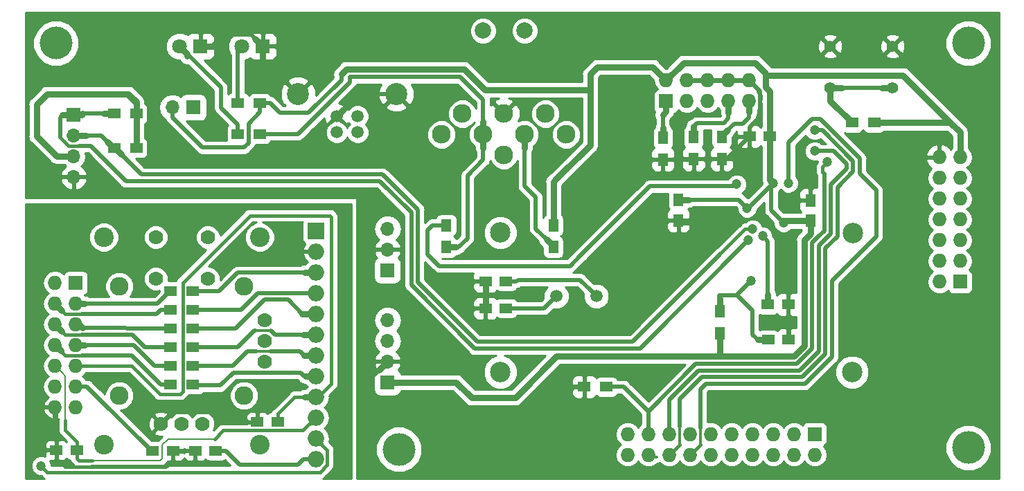
<source format=gbr>
G04 #@! TF.GenerationSoftware,KiCad,Pcbnew,5.0.0-fee4fd1~66~ubuntu18.04.1*
G04 #@! TF.CreationDate,2018-10-11T22:40:23+02:00*
G04 #@! TF.ProjectId,midi-v2-circuit,6D6964692D76322D636972637569742E,rev?*
G04 #@! TF.SameCoordinates,Original*
G04 #@! TF.FileFunction,Copper,L2,Bot,Signal*
G04 #@! TF.FilePolarity,Positive*
%FSLAX46Y46*%
G04 Gerber Fmt 4.6, Leading zero omitted, Abs format (unit mm)*
G04 Created by KiCad (PCBNEW 5.0.0-fee4fd1~66~ubuntu18.04.1) date Thu Oct 11 22:40:23 2018*
%MOMM*%
%LPD*%
G01*
G04 APERTURE LIST*
G04 #@! TA.AperFunction,ComponentPad*
%ADD10C,2.500000*%
G04 #@! TD*
G04 #@! TA.AperFunction,ComponentPad*
%ADD11C,1.778000*%
G04 #@! TD*
G04 #@! TA.AperFunction,ComponentPad*
%ADD12C,2.286000*%
G04 #@! TD*
G04 #@! TA.AperFunction,ComponentPad*
%ADD13C,4.000000*%
G04 #@! TD*
G04 #@! TA.AperFunction,ComponentPad*
%ADD14C,2.400000*%
G04 #@! TD*
G04 #@! TA.AperFunction,ComponentPad*
%ADD15C,1.397000*%
G04 #@! TD*
G04 #@! TA.AperFunction,SMDPad,CuDef*
%ADD16R,1.250000X1.500000*%
G04 #@! TD*
G04 #@! TA.AperFunction,SMDPad,CuDef*
%ADD17R,1.500000X1.250000*%
G04 #@! TD*
G04 #@! TA.AperFunction,ComponentPad*
%ADD18R,1.727200X1.727200*%
G04 #@! TD*
G04 #@! TA.AperFunction,ComponentPad*
%ADD19O,1.727200X1.727200*%
G04 #@! TD*
G04 #@! TA.AperFunction,ComponentPad*
%ADD20O,1.998980X1.998980*%
G04 #@! TD*
G04 #@! TA.AperFunction,ComponentPad*
%ADD21R,1.998980X1.998980*%
G04 #@! TD*
G04 #@! TA.AperFunction,ComponentPad*
%ADD22R,1.700000X1.700000*%
G04 #@! TD*
G04 #@! TA.AperFunction,ComponentPad*
%ADD23O,1.700000X1.700000*%
G04 #@! TD*
G04 #@! TA.AperFunction,ComponentPad*
%ADD24C,1.500000*%
G04 #@! TD*
G04 #@! TA.AperFunction,SMDPad,CuDef*
%ADD25R,1.300000X1.500000*%
G04 #@! TD*
G04 #@! TA.AperFunction,SMDPad,CuDef*
%ADD26R,1.500000X1.300000*%
G04 #@! TD*
G04 #@! TA.AperFunction,ComponentPad*
%ADD27R,1.800000X1.800000*%
G04 #@! TD*
G04 #@! TA.AperFunction,ComponentPad*
%ADD28C,1.800000*%
G04 #@! TD*
G04 #@! TA.AperFunction,ComponentPad*
%ADD29C,1.520000*%
G04 #@! TD*
G04 #@! TA.AperFunction,ComponentPad*
%ADD30C,2.700000*%
G04 #@! TD*
G04 #@! TA.AperFunction,ComponentPad*
%ADD31C,2.300000*%
G04 #@! TD*
G04 #@! TA.AperFunction,ViaPad*
%ADD32C,2.000000*%
G04 #@! TD*
G04 #@! TA.AperFunction,ViaPad*
%ADD33C,1.200000*%
G04 #@! TD*
G04 #@! TA.AperFunction,Conductor*
%ADD34C,0.300000*%
G04 #@! TD*
G04 #@! TA.AperFunction,Conductor*
%ADD35C,0.500000*%
G04 #@! TD*
G04 #@! TA.AperFunction,Conductor*
%ADD36C,0.800000*%
G04 #@! TD*
G04 #@! TA.AperFunction,Conductor*
%ADD37C,0.400000*%
G04 #@! TD*
G04 #@! TA.AperFunction,Conductor*
%ADD38C,0.200000*%
G04 #@! TD*
G04 #@! TA.AperFunction,Conductor*
%ADD39C,0.254000*%
G04 #@! TD*
G04 APERTURE END LIST*
D10*
G04 #@! TO.P,REF\002A\002A,1*
G04 #@! TO.N,N/C*
X179006500Y-81295500D03*
G04 #@! TD*
G04 #@! TO.P,REF\002A\002A,1*
G04 #@! TO.N,N/C*
X178943000Y-98313500D03*
G04 #@! TD*
D11*
G04 #@! TO.P,RV1,B1A*
G04 #@! TO.N,Net-(RV1-PadB1A)*
X100203000Y-81788000D03*
G04 #@! TO.P,RV1,B1B*
G04 #@! TO.N,Net-(RV1-PadB1B)*
X93853000Y-81788000D03*
G04 #@! TO.P,RV1,B2A*
G04 #@! TO.N,Net-(RV1-PadB2A)*
X100203000Y-86868000D03*
G04 #@! TO.P,RV1,B2B*
G04 #@! TO.N,Net-(RV1-PadB2B)*
X93853000Y-86868000D03*
G04 #@! TO.P,RV1,H1*
G04 #@! TO.N,+5V*
X99568000Y-104648000D03*
G04 #@! TO.P,RV1,H2*
G04 #@! TO.N,joystick-pot-2*
X97028000Y-104648000D03*
G04 #@! TO.P,RV1,H3*
G04 #@! TO.N,GND*
X94488000Y-104648000D03*
D12*
G04 #@! TO.P,RV1,MOUN*
G04 #@! TO.N,N/C*
X104648000Y-87820500D03*
X104648000Y-101155500D03*
X89408000Y-101155500D03*
X89408000Y-87820500D03*
D11*
G04 #@! TO.P,RV1,V1*
G04 #@! TO.N,+5V*
X107188000Y-91948000D03*
G04 #@! TO.P,RV1,V2*
G04 #@! TO.N,joystick-pot-1*
X107188000Y-94488000D03*
G04 #@! TO.P,RV1,V3*
G04 #@! TO.N,GND*
X107188000Y-97028000D03*
G04 #@! TD*
D13*
G04 #@! TO.P,REF\002A\002A,1*
G04 #@! TO.N,N/C*
X193167000Y-107569000D03*
G04 #@! TD*
D14*
G04 #@! TO.P,REF\002A\002A,1*
G04 #@! TO.N,N/C*
X87503000Y-81788000D03*
G04 #@! TD*
G04 #@! TO.P,REF\002A\002A,1*
G04 #@! TO.N,N/C*
X106553000Y-81788000D03*
G04 #@! TD*
G04 #@! TO.P,REF\002A\002A,1*
G04 #@! TO.N,N/C*
X87503000Y-107188000D03*
G04 #@! TD*
D15*
G04 #@! TO.P,SW2,1*
G04 #@! TO.N,GND*
X183896000Y-58420000D03*
G04 #@! TO.P,SW2,2*
G04 #@! TO.N,RST*
X183896000Y-63500000D03*
G04 #@! TO.P,SW2,1*
G04 #@! TO.N,GND*
X176276000Y-58420000D03*
G04 #@! TO.P,SW2,2*
G04 #@! TO.N,RST*
X176276000Y-63500000D03*
G04 #@! TD*
D13*
G04 #@! TO.P,REF\002A\002A,1*
G04 #@! TO.N,N/C*
X123571000Y-107772200D03*
G04 #@! TD*
G04 #@! TO.P,REF\002A\002A,1*
G04 #@! TO.N,N/C*
X81661000Y-58039000D03*
G04 #@! TD*
G04 #@! TO.P,REF\002A\002A,1*
G04 #@! TO.N,N/C*
X193167000Y-58039000D03*
G04 #@! TD*
D16*
G04 #@! TO.P,C6,1*
G04 #@! TO.N,+5V*
X173863000Y-79799500D03*
G04 #@! TO.P,C6,2*
G04 #@! TO.N,GND*
X173863000Y-77299500D03*
G04 #@! TD*
D17*
G04 #@! TO.P,C10,2*
G04 #@! TO.N,button-3*
X108768200Y-104419400D03*
G04 #@! TO.P,C10,1*
G04 #@! TO.N,GND*
X106268200Y-104419400D03*
G04 #@! TD*
G04 #@! TO.P,C9,1*
G04 #@! TO.N,GND*
X98673600Y-107950000D03*
G04 #@! TO.P,C9,2*
G04 #@! TO.N,button-2*
X101173600Y-107950000D03*
G04 #@! TD*
G04 #@! TO.P,C11,2*
G04 #@! TO.N,button-4*
X84206400Y-107848400D03*
G04 #@! TO.P,C11,1*
G04 #@! TO.N,GND*
X81706400Y-107848400D03*
G04 #@! TD*
G04 #@! TO.P,C8,1*
G04 #@! TO.N,GND*
X95972000Y-107975400D03*
G04 #@! TO.P,C8,2*
G04 #@! TO.N,button-1*
X93472000Y-107975400D03*
G04 #@! TD*
D18*
G04 #@! TO.P,CON1,1*
G04 #@! TO.N,joystick-pot-2*
X84074000Y-87376000D03*
D19*
G04 #@! TO.P,CON1,2*
G04 #@! TO.N,joystick-pot-1*
X81534000Y-87376000D03*
G04 #@! TO.P,CON1,3*
G04 #@! TO.N,knob-pot-4*
X84074000Y-89916000D03*
G04 #@! TO.P,CON1,4*
G04 #@! TO.N,knob-pot-3*
X81534000Y-89916000D03*
G04 #@! TO.P,CON1,5*
G04 #@! TO.N,knob-pot-2*
X84074000Y-92456000D03*
G04 #@! TO.P,CON1,6*
G04 #@! TO.N,knob-pot-1*
X81534000Y-92456000D03*
G04 #@! TO.P,CON1,7*
G04 #@! TO.N,slide-pot-2*
X84074000Y-94996000D03*
G04 #@! TO.P,CON1,8*
G04 #@! TO.N,slide-pot-1*
X81534000Y-94996000D03*
G04 #@! TO.P,CON1,9*
G04 #@! TO.N,button-3*
X84074000Y-97536000D03*
G04 #@! TO.P,CON1,10*
G04 #@! TO.N,button-4*
X81534000Y-97536000D03*
G04 #@! TO.P,CON1,11*
G04 #@! TO.N,button-1*
X84074000Y-100076000D03*
G04 #@! TO.P,CON1,12*
G04 #@! TO.N,button-2*
X81534000Y-100076000D03*
G04 #@! TO.P,CON1,13*
G04 #@! TO.N,+5V*
X84074000Y-102616000D03*
G04 #@! TO.P,CON1,14*
G04 #@! TO.N,GND*
X81534000Y-102616000D03*
G04 #@! TD*
D20*
G04 #@! TO.P,J1,4*
G04 #@! TO.N,Net-(J1-Pad4)*
X113411000Y-88646000D03*
D21*
G04 #@! TO.P,J1,1*
G04 #@! TO.N,+5V*
X113411000Y-81026000D03*
D20*
G04 #@! TO.P,J1,2*
G04 #@! TO.N,GND*
X113411000Y-83566000D03*
G04 #@! TO.P,J1,3*
G04 #@! TO.N,Net-(J1-Pad3)*
X113411000Y-86106000D03*
G04 #@! TO.P,J1,5*
G04 #@! TO.N,Net-(J1-Pad5)*
X113411000Y-91186000D03*
G04 #@! TO.P,J1,6*
G04 #@! TO.N,Net-(J1-Pad6)*
X113411000Y-93726000D03*
G04 #@! TO.P,J1,7*
G04 #@! TO.N,Net-(J1-Pad7)*
X113411000Y-96266000D03*
G04 #@! TO.P,J1,8*
G04 #@! TO.N,Net-(J1-Pad8)*
X113411000Y-98806000D03*
G04 #@! TO.P,J1,9*
G04 #@! TO.N,button-3*
X113411000Y-101346000D03*
G04 #@! TO.P,J1,10*
G04 #@! TO.N,button-4*
X113411000Y-103886000D03*
G04 #@! TO.P,J1,11*
G04 #@! TO.N,button-1*
X113411000Y-106426000D03*
G04 #@! TO.P,J1,12*
G04 #@! TO.N,button-2*
X113411000Y-108966000D03*
G04 #@! TD*
D16*
G04 #@! TO.P,C4,1*
G04 #@! TO.N,+5V*
X157734000Y-77236000D03*
G04 #@! TO.P,C4,2*
G04 #@! TO.N,GND*
X157734000Y-79736000D03*
G04 #@! TD*
D22*
G04 #@! TO.P,J7,1*
G04 #@! TO.N,+5V*
X122174000Y-99568000D03*
D23*
G04 #@! TO.P,J7,2*
G04 #@! TO.N,GND*
X122174000Y-97028000D03*
G04 #@! TO.P,J7,3*
G04 #@! TO.N,Net-(J6-Pad3)*
X122174000Y-94488000D03*
G04 #@! TO.P,J7,4*
G04 #@! TO.N,Net-(J6-Pad2)*
X122174000Y-91948000D03*
G04 #@! TD*
D17*
G04 #@! TO.P,C1,1*
G04 #@! TO.N,Net-(C1-Pad1)*
X136660920Y-87201033D03*
G04 #@! TO.P,C1,2*
G04 #@! TO.N,GND*
X134160920Y-87201033D03*
G04 #@! TD*
G04 #@! TO.P,C2,1*
G04 #@! TO.N,Net-(C2-Pad1)*
X136660920Y-90503033D03*
G04 #@! TO.P,C2,2*
G04 #@! TO.N,GND*
X134160920Y-90503033D03*
G04 #@! TD*
D24*
G04 #@! TO.P,Y1,1*
G04 #@! TO.N,Net-(C1-Pad1)*
X147701000Y-89001600D03*
G04 #@! TO.P,Y1,2*
G04 #@! TO.N,Net-(C2-Pad1)*
X142801000Y-89001600D03*
G04 #@! TD*
D25*
G04 #@! TO.P,R5,1*
G04 #@! TO.N,+5V*
X142443200Y-80311000D03*
G04 #@! TO.P,R5,2*
G04 #@! TO.N,midi-raw-signal-power*
X142443200Y-83011000D03*
G04 #@! TD*
G04 #@! TO.P,R4,1*
G04 #@! TO.N,midi-raw-signal-data*
X129362200Y-83011000D03*
G04 #@! TO.P,R4,2*
G04 #@! TO.N,midi-data-pin*
X129362200Y-80311000D03*
G04 #@! TD*
D26*
G04 #@! TO.P,R8,1*
G04 #@! TO.N,+5V*
X106582200Y-65354200D03*
G04 #@! TO.P,R8,2*
G04 #@! TO.N,Net-(D1-Pad2)*
X103882200Y-65354200D03*
G04 #@! TD*
G04 #@! TO.P,R9,1*
G04 #@! TO.N,midi-raw-signal-data*
X106582200Y-69164200D03*
G04 #@! TO.P,R9,2*
G04 #@! TO.N,Net-(D2-Pad2)*
X103882200Y-69164200D03*
G04 #@! TD*
D22*
G04 #@! TO.P,J8,1*
G04 #@! TO.N,midi-raw-signal-power*
X122174000Y-85852000D03*
D23*
G04 #@! TO.P,J8,2*
G04 #@! TO.N,GND*
X122174000Y-83312000D03*
G04 #@! TO.P,J8,3*
G04 #@! TO.N,midi-raw-signal-data*
X122174000Y-80772000D03*
G04 #@! TD*
D22*
G04 #@! TO.P,J9,1*
G04 #@! TO.N,VCC*
X98425000Y-65913000D03*
D23*
G04 #@! TO.P,J9,2*
G04 #@! TO.N,+5V*
X95885000Y-65913000D03*
G04 #@! TD*
D27*
G04 #@! TO.P,D1,1*
G04 #@! TO.N,GND*
X106934000Y-58420000D03*
D28*
G04 #@! TO.P,D1,2*
G04 #@! TO.N,Net-(D1-Pad2)*
X104394000Y-58420000D03*
G04 #@! TD*
D27*
G04 #@! TO.P,D2,1*
G04 #@! TO.N,GND*
X99314000Y-58420000D03*
D28*
G04 #@! TO.P,D2,2*
G04 #@! TO.N,Net-(D2-Pad2)*
X96774000Y-58420000D03*
G04 #@! TD*
D29*
G04 #@! TO.P,J6,2*
G04 #@! TO.N,Net-(J6-Pad2)*
X118522000Y-68962000D03*
G04 #@! TO.P,J6,1*
G04 #@! TO.N,VCC*
X115982000Y-68962000D03*
G04 #@! TO.P,J6,4*
G04 #@! TO.N,GND*
X115982000Y-66962000D03*
G04 #@! TO.P,J6,3*
G04 #@! TO.N,Net-(J6-Pad3)*
X118522000Y-66962000D03*
D30*
G04 #@! TO.P,J6,5*
G04 #@! TO.N,GND*
X123252000Y-64262000D03*
X111252000Y-64262000D03*
G04 #@! TD*
D31*
G04 #@! TO.P,J3,8*
G04 #@! TO.N,Net-(J3-Pad8)*
X136398000Y-71755000D03*
G04 #@! TO.P,J3,3*
G04 #@! TO.N,Net-(J3-Pad3)*
X141478000Y-66675000D03*
G04 #@! TO.P,J3,2*
G04 #@! TO.N,GND*
X136398000Y-66675000D03*
G04 #@! TO.P,J3,5*
G04 #@! TO.N,midi-raw-signal-power*
X138938000Y-69215000D03*
D32*
G04 #@! TD*
G04 #@! TO.N,*
G04 #@! TO.C,J3*
X133858000Y-56515000D03*
D31*
G04 #@! TO.P,J3,7*
G04 #@! TO.N,Net-(J3-Pad7)*
X144018000Y-69215000D03*
G04 #@! TO.P,J3,1*
G04 #@! TO.N,Net-(J3-Pad1)*
X131318000Y-66675000D03*
G04 #@! TO.P,J3,4*
G04 #@! TO.N,midi-raw-signal-data*
X133858000Y-69215000D03*
G04 #@! TO.P,J3,6*
G04 #@! TO.N,Net-(J3-Pad6)*
X128778000Y-69215000D03*
D32*
G04 #@! TD*
G04 #@! TO.N,*
G04 #@! TO.C,J3*
X138938000Y-56515000D03*
D18*
G04 #@! TO.P,CON2,1*
G04 #@! TO.N,MOSI*
X156210000Y-65151000D03*
D19*
G04 #@! TO.P,CON2,2*
G04 #@! TO.N,+5V*
X156210000Y-62611000D03*
G04 #@! TO.P,CON2,3*
G04 #@! TO.N,Net-(CON2-Pad3)*
X158750000Y-65151000D03*
G04 #@! TO.P,CON2,4*
G04 #@! TO.N,GND*
X158750000Y-62611000D03*
G04 #@! TO.P,CON2,5*
G04 #@! TO.N,RST*
X161290000Y-65151000D03*
G04 #@! TO.P,CON2,6*
G04 #@! TO.N,GND*
X161290000Y-62611000D03*
G04 #@! TO.P,CON2,7*
G04 #@! TO.N,SCK*
X163830000Y-65151000D03*
G04 #@! TO.P,CON2,8*
G04 #@! TO.N,GND*
X163830000Y-62611000D03*
G04 #@! TO.P,CON2,9*
G04 #@! TO.N,MISO*
X166370000Y-65151000D03*
G04 #@! TO.P,CON2,10*
G04 #@! TO.N,GND*
X166370000Y-62611000D03*
G04 #@! TD*
D26*
G04 #@! TO.P,R1,1*
G04 #@! TO.N,+5V*
X181639200Y-67767200D03*
G04 #@! TO.P,R1,2*
G04 #@! TO.N,RST*
X178939200Y-67767200D03*
G04 #@! TD*
D17*
G04 #@! TO.P,C5,1*
G04 #@! TO.N,+5V*
X168890000Y-69469000D03*
G04 #@! TO.P,C5,2*
G04 #@! TO.N,GND*
X166390000Y-69469000D03*
G04 #@! TD*
D26*
G04 #@! TO.P,R2,1*
G04 #@! TO.N,+5V*
X91473000Y-66675000D03*
G04 #@! TO.P,R2,2*
G04 #@! TO.N,SDA*
X88773000Y-66675000D03*
G04 #@! TD*
G04 #@! TO.P,R3,2*
G04 #@! TO.N,SCL*
X88773000Y-70866000D03*
G04 #@! TO.P,R3,1*
G04 #@! TO.N,+5V*
X91473000Y-70866000D03*
G04 #@! TD*
D22*
G04 #@! TO.P,J2,1*
G04 #@! TO.N,SDA*
X83820000Y-66802000D03*
D23*
G04 #@! TO.P,J2,2*
G04 #@! TO.N,SCL*
X83820000Y-69342000D03*
G04 #@! TO.P,J2,3*
G04 #@! TO.N,+5V*
X83820000Y-71882000D03*
G04 #@! TO.P,J2,4*
G04 #@! TO.N,GND*
X83820000Y-74422000D03*
G04 #@! TD*
D17*
G04 #@! TO.P,C3,1*
G04 #@! TO.N,Net-(C3-Pad1)*
X168656000Y-90043000D03*
G04 #@! TO.P,C3,2*
G04 #@! TO.N,GND*
X171156000Y-90043000D03*
G04 #@! TD*
G04 #@! TO.P,C7,1*
G04 #@! TO.N,Net-(C7-Pad1)*
X168676000Y-94361000D03*
G04 #@! TO.P,C7,2*
G04 #@! TO.N,GND*
X171176000Y-94361000D03*
G04 #@! TD*
D18*
G04 #@! TO.P,CON3,1*
G04 #@! TO.N,joystick-pot-2*
X192151000Y-87249000D03*
D19*
G04 #@! TO.P,CON3,2*
G04 #@! TO.N,joystick-pot-1*
X189611000Y-87249000D03*
G04 #@! TO.P,CON3,3*
G04 #@! TO.N,knob-pot-4*
X192151000Y-84709000D03*
G04 #@! TO.P,CON3,4*
G04 #@! TO.N,knob-pot-3*
X189611000Y-84709000D03*
G04 #@! TO.P,CON3,5*
G04 #@! TO.N,knob-pot-2*
X192151000Y-82169000D03*
G04 #@! TO.P,CON3,6*
G04 #@! TO.N,knob-pot-1*
X189611000Y-82169000D03*
G04 #@! TO.P,CON3,7*
G04 #@! TO.N,slide-pot-2*
X192151000Y-79629000D03*
G04 #@! TO.P,CON3,8*
G04 #@! TO.N,slide-pot-1*
X189611000Y-79629000D03*
G04 #@! TO.P,CON3,9*
G04 #@! TO.N,button-3*
X192151000Y-77089000D03*
G04 #@! TO.P,CON3,10*
G04 #@! TO.N,button-4*
X189611000Y-77089000D03*
G04 #@! TO.P,CON3,11*
G04 #@! TO.N,button-1*
X192151000Y-74549000D03*
G04 #@! TO.P,CON3,12*
G04 #@! TO.N,button-2*
X189611000Y-74549000D03*
G04 #@! TO.P,CON3,13*
G04 #@! TO.N,+5V*
X192151000Y-72009000D03*
G04 #@! TO.P,CON3,14*
G04 #@! TO.N,GND*
X189611000Y-72009000D03*
G04 #@! TD*
D18*
G04 #@! TO.P,J4,1*
G04 #@! TO.N,note-13*
X174371000Y-105886000D03*
D19*
G04 #@! TO.P,J4,2*
G04 #@! TO.N,note-12*
X174371000Y-108426000D03*
G04 #@! TO.P,J4,3*
G04 #@! TO.N,note-11*
X171831000Y-105886000D03*
G04 #@! TO.P,J4,4*
G04 #@! TO.N,note-10*
X171831000Y-108426000D03*
G04 #@! TO.P,J4,5*
G04 #@! TO.N,note-9*
X169291000Y-105886000D03*
G04 #@! TO.P,J4,6*
G04 #@! TO.N,note-8*
X169291000Y-108426000D03*
G04 #@! TO.P,J4,7*
G04 #@! TO.N,note-7*
X166751000Y-105886000D03*
G04 #@! TO.P,J4,8*
G04 #@! TO.N,note-6*
X166751000Y-108426000D03*
G04 #@! TO.P,J4,9*
G04 #@! TO.N,note-5*
X164211000Y-105886000D03*
G04 #@! TO.P,J4,10*
G04 #@! TO.N,note-4*
X164211000Y-108426000D03*
G04 #@! TO.P,J4,11*
G04 #@! TO.N,note-3*
X161671000Y-105886000D03*
G04 #@! TO.P,J4,12*
G04 #@! TO.N,note-2*
X161671000Y-108426000D03*
G04 #@! TO.P,J4,13*
G04 #@! TO.N,note-1*
X159131000Y-105886000D03*
G04 #@! TO.P,J4,14*
G04 #@! TO.N,SCK*
X159131000Y-108426000D03*
G04 #@! TO.P,J4,15*
G04 #@! TO.N,MISO*
X156591000Y-105886000D03*
G04 #@! TO.P,J4,16*
G04 #@! TO.N,MOSI*
X156591000Y-108426000D03*
G04 #@! TO.P,J4,17*
G04 #@! TO.N,octave-1*
X154051000Y-105886000D03*
G04 #@! TO.P,J4,18*
G04 #@! TO.N,N/C*
X154051000Y-108426000D03*
G04 #@! TO.P,J4,19*
X151511000Y-105886000D03*
G04 #@! TO.P,J4,20*
X151511000Y-108426000D03*
G04 #@! TD*
D10*
G04 #@! TO.P,REF\002A\002A,1*
G04 #@! TO.N,N/C*
X135953500Y-81232000D03*
G04 #@! TD*
G04 #@! TO.P,REF\002A\002A,1*
G04 #@! TO.N,N/C*
X135953500Y-98313500D03*
G04 #@! TD*
D26*
G04 #@! TO.P,R6,1*
G04 #@! TO.N,Net-(J1-Pad8)*
X98378000Y-99822000D03*
G04 #@! TO.P,R6,2*
G04 #@! TO.N,slide-pot-1*
X95678000Y-99822000D03*
G04 #@! TD*
G04 #@! TO.P,R7,1*
G04 #@! TO.N,Net-(J1-Pad7)*
X98378000Y-97536000D03*
G04 #@! TO.P,R7,2*
G04 #@! TO.N,slide-pot-2*
X95678000Y-97536000D03*
G04 #@! TD*
G04 #@! TO.P,R10,1*
G04 #@! TO.N,Net-(J1-Pad6)*
X98378000Y-95250000D03*
G04 #@! TO.P,R10,2*
G04 #@! TO.N,knob-pot-1*
X95678000Y-95250000D03*
G04 #@! TD*
G04 #@! TO.P,R11,1*
G04 #@! TO.N,Net-(J1-Pad5)*
X98378000Y-92964000D03*
G04 #@! TO.P,R11,2*
G04 #@! TO.N,knob-pot-2*
X95678000Y-92964000D03*
G04 #@! TD*
G04 #@! TO.P,R12,1*
G04 #@! TO.N,Net-(J1-Pad4)*
X98378000Y-90678000D03*
G04 #@! TO.P,R12,2*
G04 #@! TO.N,knob-pot-3*
X95678000Y-90678000D03*
G04 #@! TD*
G04 #@! TO.P,R13,1*
G04 #@! TO.N,Net-(J1-Pad3)*
X98378000Y-88392000D03*
G04 #@! TO.P,R13,2*
G04 #@! TO.N,knob-pot-4*
X95678000Y-88392000D03*
G04 #@! TD*
D14*
G04 #@! TO.P,REF\002A\002A,1*
G04 #@! TO.N,N/C*
X106553000Y-107188000D03*
G04 #@! TD*
D25*
G04 #@! TO.P,L1,1*
G04 #@! TO.N,Net-(C7-Pad1)*
X162814000Y-90852000D03*
G04 #@! TO.P,L1,2*
G04 #@! TO.N,+5V*
X162814000Y-93552000D03*
G04 #@! TD*
D26*
G04 #@! TO.P,R14,1*
G04 #@! TO.N,octave-1*
X148924000Y-100101400D03*
G04 #@! TO.P,R14,2*
G04 #@! TO.N,GND*
X146224000Y-100101400D03*
G04 #@! TD*
D25*
G04 #@! TO.P,R15,1*
G04 #@! TO.N,MOSI*
X155829000Y-69579500D03*
G04 #@! TO.P,R15,2*
G04 #@! TO.N,GND*
X155829000Y-72279500D03*
G04 #@! TD*
G04 #@! TO.P,R16,2*
G04 #@! TO.N,GND*
X163004500Y-72216000D03*
G04 #@! TO.P,R16,1*
G04 #@! TO.N,MISO*
X163004500Y-69516000D03*
G04 #@! TD*
G04 #@! TO.P,R17,1*
G04 #@! TO.N,SCK*
X159575500Y-69516000D03*
G04 #@! TO.P,R17,2*
G04 #@! TO.N,GND*
X159575500Y-72216000D03*
G04 #@! TD*
D33*
G04 #@! TO.N,GND*
X164973000Y-80137000D03*
X170561000Y-77216000D03*
X167259000Y-75057000D03*
X101422200Y-101346000D03*
G04 #@! TO.N,Net-(C3-Pad1)*
X168021000Y-81661000D03*
G04 #@! TO.N,+5V*
X166116000Y-78232000D03*
X170561000Y-80010000D03*
X169291000Y-75184000D03*
G04 #@! TO.N,Net-(C7-Pad1)*
X166624000Y-87122000D03*
G04 #@! TO.N,MOSI*
X174371000Y-68707000D03*
G04 #@! TO.N,SCK*
X171196000Y-75184000D03*
G04 #@! TO.N,MISO*
X174371000Y-71247000D03*
G04 #@! TO.N,SDA*
X166243000Y-82169000D03*
G04 #@! TO.N,SCL*
X166801800Y-80797400D03*
G04 #@! TO.N,octave-1*
X175920400Y-72567800D03*
G04 #@! TO.N,midi-data-pin*
X164846000Y-75311000D03*
G04 #@! TO.N,button-1*
X79832200Y-109778800D03*
G04 #@! TD*
D34*
G04 #@! TO.N,*
X154311600Y-108686600D02*
X154051000Y-108426000D01*
X155092400Y-108686600D02*
X154311600Y-108686600D01*
D35*
G04 #@! TO.N,Net-(C1-Pad1)*
X146951001Y-88251601D02*
X147701000Y-89001600D01*
X145700991Y-87001591D02*
X146951001Y-88251601D01*
X138110362Y-87001591D02*
X145700991Y-87001591D01*
X137910920Y-87201033D02*
X138110362Y-87001591D01*
X136660920Y-87201033D02*
X137910920Y-87201033D01*
G04 #@! TO.N,GND*
X106934000Y-59944000D02*
X111252000Y-64262000D01*
X118682000Y-64262000D02*
X123252000Y-64262000D01*
X105537000Y-57023000D02*
X102111000Y-57023000D01*
X102111000Y-57023000D02*
X100714000Y-58420000D01*
X161290000Y-62611000D02*
X158750000Y-62611000D01*
X163830000Y-62611000D02*
X161290000Y-62611000D01*
X166370000Y-62611000D02*
X163830000Y-62611000D01*
X166390000Y-69469000D02*
X166390000Y-68344000D01*
X166390000Y-68344000D02*
X167683601Y-67050399D01*
X167683601Y-67050399D02*
X167683601Y-63924601D01*
X167683601Y-63924601D02*
X167233599Y-63474599D01*
X167233599Y-63474599D02*
X166370000Y-62611000D01*
X171156000Y-90043000D02*
X171156000Y-94341000D01*
X171156000Y-94341000D02*
X171176000Y-94361000D01*
X164973000Y-80137000D02*
X158135000Y-80137000D01*
X158135000Y-80137000D02*
X157734000Y-79736000D01*
X167259000Y-75057000D02*
X166390000Y-74188000D01*
X166390000Y-74188000D02*
X166390000Y-69469000D01*
X159512000Y-72279500D02*
X159575500Y-72216000D01*
X155829000Y-72279500D02*
X159512000Y-72279500D01*
X159575500Y-72216000D02*
X163004500Y-72216000D01*
X163643000Y-72216000D02*
X166390000Y-69469000D01*
X163004500Y-72216000D02*
X163643000Y-72216000D01*
D36*
X122174000Y-97028000D02*
X121158000Y-98044000D01*
X99314000Y-58420000D02*
X100714000Y-58420000D01*
X106934000Y-58420000D02*
X106934000Y-59944000D01*
X106934000Y-58420000D02*
X105981500Y-57467500D01*
D35*
X105981500Y-57467500D02*
X105537000Y-57023000D01*
D36*
X115982000Y-66962000D02*
X116840500Y-66103500D01*
D35*
X116840500Y-66103500D02*
X118682000Y-64262000D01*
X170644500Y-77299500D02*
X170561000Y-77216000D01*
X173863000Y-77299500D02*
X170644500Y-77299500D01*
D37*
X138633500Y-103632000D02*
X122491500Y-103632000D01*
X122491500Y-103632000D02*
X119570500Y-100711000D01*
X119570500Y-100711000D02*
X119570500Y-99631500D01*
X119570500Y-99631500D02*
X121158000Y-98044000D01*
D36*
X134160920Y-87201033D02*
X134160920Y-90503033D01*
D35*
X141443400Y-103632000D02*
X138633500Y-103632000D01*
X144974000Y-100101400D02*
X141443400Y-103632000D01*
X146224000Y-100101400D02*
X144974000Y-100101400D01*
X98648200Y-107975400D02*
X98673600Y-107950000D01*
X95972000Y-107975400D02*
X98648200Y-107975400D01*
X95972000Y-109100400D02*
X95166600Y-109905800D01*
X95972000Y-107975400D02*
X95972000Y-109100400D01*
X81534000Y-105486200D02*
X81534000Y-102616000D01*
X95376999Y-103759001D02*
X94488000Y-104648000D01*
X95927001Y-103208999D02*
X95376999Y-103759001D01*
X101498400Y-101422200D02*
X101422200Y-101346000D01*
X101498400Y-103208999D02*
X101498400Y-101422200D01*
X101498400Y-103208999D02*
X95927001Y-103208999D01*
D37*
X81706400Y-102788400D02*
X81534000Y-102616000D01*
X81706400Y-107848400D02*
X81706400Y-102788400D01*
X82738800Y-109905800D02*
X86410800Y-109905800D01*
X81706400Y-108873400D02*
X82738800Y-109905800D01*
X81706400Y-107848400D02*
X81706400Y-108873400D01*
D35*
X95166600Y-109905800D02*
X86410800Y-109905800D01*
X86410800Y-109905800D02*
X85953600Y-109905800D01*
D37*
X103907799Y-103208999D02*
X101498400Y-103208999D01*
X105118200Y-104419400D02*
X103907799Y-103208999D01*
X106268200Y-104419400D02*
X105118200Y-104419400D01*
D35*
G04 #@! TO.N,Net-(C2-Pad1)*
X141299567Y-90503033D02*
X142801000Y-89001600D01*
X136660920Y-90503033D02*
X141299567Y-90503033D01*
G04 #@! TO.N,Net-(C3-Pad1)*
X168021000Y-81661000D02*
X168656000Y-82296000D01*
D36*
X168656000Y-90043000D02*
X168656000Y-88836500D01*
D35*
X168656000Y-82296000D02*
X168656000Y-88836500D01*
G04 #@! TO.N,+5V*
X166116000Y-78232000D02*
X166243000Y-78232000D01*
X166243000Y-78232000D02*
X169291000Y-75184000D01*
D36*
X168890000Y-74168000D02*
X168890000Y-74783000D01*
X168890000Y-69469000D02*
X168890000Y-74168000D01*
D35*
X168890000Y-74168000D02*
X169071001Y-74349001D01*
X177419000Y-61976000D02*
X175641000Y-61976000D01*
D36*
X168890000Y-74783000D02*
X169291000Y-75184000D01*
X168890000Y-63928905D02*
X168890000Y-68044000D01*
X168383611Y-63422516D02*
X168890000Y-63928905D01*
X168890000Y-68044000D02*
X168890000Y-69469000D01*
X167132000Y-60452000D02*
X168383611Y-61703611D01*
X156210000Y-62611000D02*
X158369000Y-60452000D01*
X158369000Y-60452000D02*
X167132000Y-60452000D01*
X154559000Y-60960000D02*
X156210000Y-62611000D01*
X147828000Y-60960000D02*
X154559000Y-60960000D01*
X146939000Y-61849000D02*
X147828000Y-60960000D01*
D35*
X147193000Y-61595000D02*
X147828000Y-60960000D01*
D36*
X146939000Y-63754000D02*
X146939000Y-61849000D01*
X146939000Y-61849000D02*
X147193000Y-61595000D01*
X117161905Y-61214000D02*
X131504094Y-61214000D01*
X131504094Y-61214000D02*
X134044094Y-63754000D01*
X134044094Y-63754000D02*
X146939000Y-63754000D01*
D35*
X91473000Y-65525000D02*
X90210000Y-64262000D01*
X166116000Y-78232000D02*
X165100000Y-77216000D01*
D36*
X122174000Y-99568000D02*
X123634500Y-99568000D01*
D35*
X130556000Y-99568000D02*
X123634500Y-99568000D01*
D36*
X91473000Y-70866000D02*
X91473000Y-69786500D01*
X91473000Y-66675000D02*
X91473000Y-67881500D01*
D35*
X91473000Y-69786500D02*
X91473000Y-67881500D01*
D36*
X91473000Y-66675000D02*
X91473000Y-65525000D01*
X192151000Y-72009000D02*
X192151000Y-70612000D01*
D35*
X192151000Y-70612000D02*
X192151000Y-68961000D01*
D36*
X158984000Y-77236000D02*
X159004000Y-77216000D01*
X157734000Y-77236000D02*
X158984000Y-77236000D01*
D35*
X165100000Y-77216000D02*
X159004000Y-77216000D01*
D36*
X162814000Y-93552000D02*
X162814000Y-95059500D01*
X170771500Y-79799500D02*
X170561000Y-80010000D01*
X173863000Y-79799500D02*
X170771500Y-79799500D01*
X173863000Y-81349500D02*
X173101000Y-82111500D01*
X173863000Y-79799500D02*
X173863000Y-81349500D01*
X171804402Y-96367600D02*
X162814000Y-96367600D01*
X173101000Y-82111500D02*
X173101000Y-95071002D01*
X173101000Y-95071002D02*
X171804402Y-96367600D01*
X162814000Y-96367600D02*
X162814000Y-93552000D01*
X162814000Y-96367600D02*
X142824200Y-96367600D01*
D35*
X177419000Y-61976000D02*
X183311800Y-61976000D01*
X185166000Y-61976000D02*
X183311800Y-61976000D01*
X183311800Y-61976000D02*
X182626000Y-61976000D01*
D36*
X80594200Y-64262000D02*
X82550000Y-64262000D01*
X79298800Y-65557400D02*
X80594200Y-64262000D01*
X79298800Y-69418200D02*
X79298800Y-65557400D01*
X83820000Y-71882000D02*
X81762600Y-71882000D01*
X81762600Y-71882000D02*
X79298800Y-69418200D01*
X82550000Y-64262000D02*
X90210000Y-64262000D01*
X90510000Y-64262000D02*
X91473000Y-65225000D01*
X91473000Y-65225000D02*
X91473000Y-66675000D01*
X90210000Y-64262000D02*
X90510000Y-64262000D01*
X91473000Y-70866000D02*
X91473000Y-66675000D01*
X146939000Y-70506000D02*
X146939000Y-69723000D01*
X142748000Y-74697000D02*
X146939000Y-70506000D01*
X146939000Y-69723000D02*
X146939000Y-63754000D01*
X142443200Y-75001800D02*
X142443200Y-80311000D01*
X142748000Y-74697000D02*
X142443200Y-75001800D01*
X192151000Y-72009000D02*
X192151000Y-68961000D01*
X168510611Y-61976000D02*
X168383611Y-62103000D01*
X185166000Y-61976000D02*
X168510611Y-61976000D01*
X168383611Y-61703611D02*
X168383611Y-62103000D01*
X168383611Y-62103000D02*
X168383611Y-63422516D01*
X181639200Y-67767200D02*
X190855600Y-67767200D01*
X190855600Y-67767200D02*
X190906400Y-67716400D01*
X192151000Y-68961000D02*
X190906400Y-67716400D01*
X190906400Y-67716400D02*
X185166000Y-61976000D01*
X142824200Y-96367600D02*
X142824200Y-96393000D01*
X142824200Y-96393000D02*
X137769600Y-101447600D01*
X132435600Y-101447600D02*
X130556000Y-99568000D01*
X137769600Y-101447600D02*
X132435600Y-101447600D01*
X130556000Y-99568000D02*
X122174000Y-99568000D01*
D35*
X116535200Y-61840705D02*
X116535200Y-62560200D01*
X112533399Y-66562001D02*
X109040001Y-66562001D01*
X107832200Y-65354200D02*
X106582200Y-65354200D01*
X109040001Y-66562001D02*
X107832200Y-65354200D01*
X116535200Y-62560200D02*
X112533399Y-66562001D01*
D36*
X117161905Y-61214000D02*
X116535200Y-61840705D01*
D35*
X105182201Y-70254201D02*
X104646602Y-70789800D01*
X105182201Y-67904199D02*
X105182201Y-70254201D01*
X106582200Y-65354200D02*
X106582200Y-66504200D01*
X106582200Y-66504200D02*
X105182201Y-67904199D01*
X95885000Y-67115081D02*
X95885000Y-65913000D01*
X99559719Y-70789800D02*
X95885000Y-67115081D01*
X104646602Y-70789800D02*
X99559719Y-70789800D01*
X169961001Y-79410001D02*
X170561000Y-80010000D01*
X169071001Y-74349001D02*
X169071001Y-78520001D01*
X169071001Y-78520001D02*
X169961001Y-79410001D01*
G04 #@! TO.N,Net-(C7-Pad1)*
X162687000Y-88929000D02*
X162687000Y-90725000D01*
X162687000Y-90725000D02*
X162814000Y-90852000D01*
X164817000Y-88929000D02*
X166624000Y-87122000D01*
X162687000Y-88929000D02*
X164817000Y-88929000D01*
X164937000Y-88929000D02*
X166751000Y-90743000D01*
X166751000Y-90743000D02*
X166751000Y-93686000D01*
X166751000Y-93686000D02*
X167426000Y-94361000D01*
D36*
X168676000Y-94361000D02*
X167426000Y-94361000D01*
X162814000Y-90852000D02*
X162814000Y-89302000D01*
D35*
X162687000Y-88929000D02*
X162941000Y-88929000D01*
X162941000Y-88929000D02*
X164937000Y-88929000D01*
D36*
G04 #@! TO.N,knob-pot-4*
X84074000Y-89916000D02*
X85153500Y-89916000D01*
D35*
X85444962Y-89916000D02*
X85153500Y-89916000D01*
X95578000Y-88392000D02*
X95678000Y-88392000D01*
X94054000Y-89916000D02*
X95578000Y-88392000D01*
X85153500Y-89916000D02*
X94054000Y-89916000D01*
D36*
G04 #@! TO.N,slide-pot-1*
X81534000Y-94996000D02*
X82232500Y-95694500D01*
D34*
X82804000Y-96266000D02*
X82232500Y-95694500D01*
D37*
X82804000Y-96266000D02*
X84836000Y-96266000D01*
X81534000Y-94996000D02*
X82804000Y-96266000D01*
D35*
X94428000Y-99822000D02*
X95678000Y-99822000D01*
X90872000Y-96266000D02*
X94428000Y-99822000D01*
X84836000Y-96266000D02*
X90872000Y-96266000D01*
G04 #@! TO.N,knob-pot-3*
X95678000Y-90678000D02*
X95578000Y-90678000D01*
D36*
X81534000Y-89916000D02*
X82359500Y-90741500D01*
D37*
X82804000Y-91186000D02*
X82359500Y-90741500D01*
X84836000Y-91186000D02*
X82804000Y-91186000D01*
D35*
X94428000Y-90678000D02*
X95678000Y-90678000D01*
X93920000Y-91186000D02*
X94428000Y-90678000D01*
X84836000Y-91186000D02*
X93920000Y-91186000D01*
D36*
G04 #@! TO.N,slide-pot-2*
X84074000Y-94996000D02*
X85153500Y-94996000D01*
D35*
X94428000Y-97536000D02*
X95678000Y-97536000D01*
X93687789Y-97536000D02*
X94428000Y-97536000D01*
X91147789Y-94996000D02*
X93687789Y-97536000D01*
X85153500Y-94996000D02*
X91147789Y-94996000D01*
D36*
G04 #@! TO.N,knob-pot-2*
X84455000Y-92456000D02*
X84874990Y-92875990D01*
X84074000Y-92456000D02*
X84455000Y-92456000D01*
D35*
X95678000Y-92964000D02*
X84874990Y-92875990D01*
D36*
G04 #@! TO.N,knob-pot-1*
X81534000Y-92456000D02*
X82359500Y-93281500D01*
D37*
X82804000Y-93726000D02*
X82359500Y-93281500D01*
X84836000Y-93726000D02*
X82804000Y-93726000D01*
D35*
X94428000Y-95250000D02*
X95678000Y-95250000D01*
X92533173Y-95250000D02*
X94428000Y-95250000D01*
X91009173Y-93726000D02*
X92533173Y-95250000D01*
X84836000Y-93726000D02*
X91009173Y-93726000D01*
D36*
G04 #@! TO.N,MOSI*
X156210000Y-66421000D02*
X155829000Y-66802000D01*
X156210000Y-65151000D02*
X156210000Y-66421000D01*
X155829000Y-69579500D02*
X155829000Y-68453000D01*
D35*
X155829000Y-68453000D02*
X155829000Y-66802000D01*
X157861000Y-103060500D02*
X157861000Y-105029000D01*
D37*
X156591000Y-108426000D02*
X157861000Y-107156000D01*
D35*
X157861000Y-103060500D02*
X157861000Y-102997000D01*
X175219528Y-68707000D02*
X174371000Y-68707000D01*
X179082610Y-72490224D02*
X175299386Y-68707000D01*
X177139420Y-75655164D02*
X179082610Y-73711974D01*
X179082610Y-73711974D02*
X179082610Y-72490224D01*
X177139420Y-81688748D02*
X177139420Y-75655164D01*
X157861000Y-103060500D02*
X157861000Y-101600000D01*
X157861000Y-101600000D02*
X160543370Y-98917630D01*
X175666220Y-96112067D02*
X175666220Y-83161948D01*
X160543370Y-98917630D02*
X172860657Y-98917630D01*
X175299386Y-68707000D02*
X175219528Y-68707000D01*
X172860657Y-98917630D02*
X175666220Y-96112067D01*
X175666220Y-83161948D02*
X177139420Y-81688748D01*
D34*
X157861000Y-107156000D02*
X157861000Y-105029000D01*
D36*
G04 #@! TO.N,RST*
X177263828Y-63500000D02*
X177673000Y-63500000D01*
X176276000Y-63500000D02*
X177263828Y-63500000D01*
X183896000Y-63500000D02*
X182626000Y-63500000D01*
D35*
X177673000Y-63500000D02*
X182626000Y-63500000D01*
D36*
X176276000Y-65104000D02*
X178939200Y-67767200D01*
X176276000Y-63500000D02*
X176276000Y-65104000D01*
D35*
G04 #@! TO.N,SCK*
X159575500Y-68266000D02*
X160023500Y-67818000D01*
X160023500Y-67818000D02*
X163258500Y-67818000D01*
X163258500Y-67818000D02*
X163830000Y-67246500D01*
D36*
X163830000Y-65151000D02*
X163830000Y-66548000D01*
D35*
X163830000Y-67246500D02*
X163830000Y-66548000D01*
D36*
X159575500Y-69516000D02*
X159575500Y-68266000D01*
D35*
X160401000Y-103378000D02*
X160401000Y-105156000D01*
D37*
X160401000Y-107156000D02*
X159131000Y-108426000D01*
D35*
X160401000Y-103378000D02*
X160401000Y-103149400D01*
X160401000Y-103378000D02*
X160401000Y-100380800D01*
X173192031Y-99717640D02*
X176466230Y-96443441D01*
X160401000Y-100380800D02*
X161064160Y-99717640D01*
X161064160Y-99717640D02*
X173192031Y-99717640D01*
X176466230Y-87091772D02*
X176466230Y-87376000D01*
X181889400Y-81668602D02*
X176466230Y-87091772D01*
X181889400Y-76047600D02*
X181889400Y-81668602D01*
X179882620Y-74040820D02*
X181889400Y-76047600D01*
X175059170Y-67335400D02*
X179882620Y-72158850D01*
X176466230Y-96443441D02*
X176466230Y-87376000D01*
X171196000Y-70179998D02*
X174040598Y-67335400D01*
X179882620Y-72158850D02*
X179882620Y-74040820D01*
X171196000Y-75184000D02*
X171196000Y-70179998D01*
X174040598Y-67335400D02*
X175059170Y-67335400D01*
D34*
X160401000Y-105156000D02*
X160401000Y-107156000D01*
D35*
G04 #@! TO.N,MISO*
X164539000Y-67881500D02*
X165608000Y-67881500D01*
X165608000Y-67881500D02*
X166370000Y-67119500D01*
D36*
X166370000Y-65151000D02*
X166370000Y-66484500D01*
D35*
X166370000Y-67119500D02*
X166370000Y-66484500D01*
D36*
X163004500Y-69416000D02*
X163713500Y-68707000D01*
X163004500Y-69516000D02*
X163004500Y-69416000D01*
D35*
X163713500Y-68707000D02*
X164539000Y-67881500D01*
X160200380Y-98117620D02*
X156591000Y-101727000D01*
X156591000Y-102664686D02*
X156591000Y-105886000D01*
X172529283Y-98117620D02*
X160200380Y-98117620D01*
X174866210Y-95780693D02*
X172529283Y-98117620D01*
X174866210Y-82830574D02*
X174866210Y-95780693D01*
X176708002Y-71247000D02*
X178282600Y-72821598D01*
X178282600Y-72821598D02*
X178282600Y-73380600D01*
X178282600Y-73380600D02*
X176339410Y-75323790D01*
X174371000Y-71247000D02*
X176708002Y-71247000D01*
X176339410Y-75323790D02*
X176339410Y-81357374D01*
X156591000Y-101727000D02*
X156591000Y-102664686D01*
X176339410Y-81357374D02*
X174866210Y-82830574D01*
D36*
G04 #@! TO.N,SDA*
X84772500Y-66802000D02*
X84899500Y-66675000D01*
X83820000Y-66802000D02*
X84772500Y-66802000D01*
X88773000Y-66675000D02*
X87503000Y-66675000D01*
D35*
X87503000Y-66675000D02*
X84899500Y-66675000D01*
D37*
X84455000Y-70612000D02*
X83185000Y-70612000D01*
D36*
X83820000Y-66802000D02*
X82470000Y-66802000D01*
D37*
X83185000Y-70612000D02*
X82169000Y-69596000D01*
D35*
X82169000Y-67103000D02*
X82470000Y-66802000D01*
X82169000Y-69596000D02*
X82169000Y-67103000D01*
X85902800Y-70612000D02*
X84455000Y-70612000D01*
X166243000Y-82169000D02*
X153009600Y-95402400D01*
X153009600Y-95402400D02*
X132814432Y-95402400D01*
X132814432Y-95402400D02*
X125069600Y-87657568D01*
X125069600Y-87657568D02*
X125069600Y-78765400D01*
X125069600Y-78765400D02*
X121234200Y-74930000D01*
X90220800Y-74930000D02*
X85902800Y-70612000D01*
X121234200Y-74930000D02*
X90220800Y-74930000D01*
D36*
G04 #@! TO.N,SCL*
X85022081Y-69342000D02*
X85344000Y-69342000D01*
X83820000Y-69342000D02*
X85022081Y-69342000D01*
D35*
X87149000Y-69342000D02*
X85344000Y-69342000D01*
D36*
X88773000Y-70866000D02*
X88673000Y-70866000D01*
X88673000Y-70866000D02*
X87911000Y-70104000D01*
D35*
X87911000Y-70104000D02*
X87149000Y-69342000D01*
D36*
X88873000Y-70866000D02*
X89635000Y-71628000D01*
X88773000Y-70866000D02*
X88873000Y-70866000D01*
D35*
X92098800Y-74091800D02*
X89635000Y-71628000D01*
X121527384Y-74091800D02*
X92098800Y-74091800D01*
X162814000Y-83883500D02*
X152107900Y-94589600D01*
X152107900Y-94589600D02*
X133133016Y-94589600D01*
X162814000Y-83850002D02*
X162814000Y-83883500D01*
X133133016Y-94589600D02*
X125869610Y-87326194D01*
X125869610Y-87326194D02*
X125869610Y-78434026D01*
X125869610Y-78434026D02*
X121527384Y-74091800D01*
D37*
X162814000Y-83850002D02*
X165866602Y-80797400D01*
X165866602Y-80797400D02*
X166801800Y-80797400D01*
D35*
G04 #@! TO.N,octave-1*
X154051000Y-103886000D02*
X154051000Y-105886000D01*
X174822393Y-81743007D02*
X175539400Y-81026000D01*
X174813009Y-81743007D02*
X174822393Y-81743007D01*
X154051000Y-103124000D02*
X159857390Y-97317610D01*
X154051000Y-103886000D02*
X154051000Y-103124000D01*
X159857390Y-97317610D02*
X172197909Y-97317610D01*
X175539400Y-81026000D02*
X175539400Y-74015600D01*
X174066200Y-82489816D02*
X174813009Y-81743007D01*
X172197909Y-97317610D02*
X174066200Y-95449319D01*
X174066200Y-95449319D02*
X174066200Y-82489816D01*
D37*
X175320401Y-73796601D02*
X175539400Y-74015600D01*
X175320401Y-73167799D02*
X175320401Y-73796601D01*
X175920400Y-72567800D02*
X175320401Y-73167799D01*
D35*
X151028400Y-100101400D02*
X148924000Y-100101400D01*
X154051000Y-103124000D02*
X151028400Y-100101400D01*
G04 #@! TO.N,midi-data-pin*
X145770600Y-83997800D02*
X154203400Y-75565000D01*
X145770600Y-84023200D02*
X145770600Y-83997800D01*
X129362200Y-80311000D02*
X127689600Y-80311000D01*
X127076200Y-80924400D02*
X127076200Y-83870800D01*
X164592000Y-75565000D02*
X164846000Y-75311000D01*
X127076200Y-83870800D02*
X128524000Y-85318600D01*
X154203400Y-75565000D02*
X164592000Y-75565000D01*
X127689600Y-80311000D02*
X127076200Y-80924400D01*
X128524000Y-85318600D02*
X144475200Y-85318600D01*
X144475200Y-85318600D02*
X145770600Y-84023200D01*
G04 #@! TO.N,button-1*
X93347000Y-107975400D02*
X86537800Y-101166200D01*
X93472000Y-107975400D02*
X93347000Y-107975400D01*
X86537800Y-101166200D02*
X86510400Y-101166200D01*
X85420200Y-100076000D02*
X84074000Y-100076000D01*
X86510400Y-101166200D02*
X85420200Y-100076000D01*
D37*
X80609210Y-110555810D02*
X80432199Y-110378799D01*
X80432199Y-110378799D02*
X79832200Y-109778800D01*
X113892438Y-110555810D02*
X80609210Y-110555810D01*
X114810491Y-109637757D02*
X113892438Y-110555810D01*
X114810491Y-107825491D02*
X114810491Y-109637757D01*
X113411000Y-106426000D02*
X114810491Y-107825491D01*
D35*
G04 #@! TO.N,Net-(D1-Pad2)*
X103856800Y-58957200D02*
X104394000Y-58420000D01*
X103882200Y-58931800D02*
X104394000Y-58420000D01*
X103882200Y-65354200D02*
X103882200Y-58931800D01*
D36*
G04 #@! TO.N,Net-(D2-Pad2)*
X97673999Y-59319999D02*
X97673999Y-59637499D01*
X96774000Y-58420000D02*
X97673999Y-59319999D01*
D35*
X96774000Y-58420000D02*
X101803200Y-63449200D01*
X101803200Y-65935200D02*
X103882200Y-68014200D01*
X103882200Y-68014200D02*
X103882200Y-69164200D01*
X101803200Y-63449200D02*
X101803200Y-65935200D01*
D36*
G04 #@! TO.N,midi-raw-signal-power*
X138938000Y-69215000D02*
X138938000Y-70841345D01*
X142443200Y-83011000D02*
X142443200Y-82911000D01*
X142443200Y-82911000D02*
X141617700Y-82085500D01*
D35*
X140284200Y-76911200D02*
X140284200Y-80752000D01*
X138938000Y-70841345D02*
X138938000Y-75565000D01*
X140284200Y-80752000D02*
X141617700Y-82085500D01*
X138938000Y-75565000D02*
X140284200Y-76911200D01*
D36*
G04 #@! TO.N,midi-raw-signal-data*
X129362200Y-83011000D02*
X130512200Y-83011000D01*
X133858000Y-69215000D02*
X133858000Y-70841345D01*
X133858000Y-69215000D02*
X133858000Y-67691000D01*
D35*
X131953000Y-81927700D02*
X130869700Y-83011000D01*
X130869700Y-83011000D02*
X130512200Y-83011000D01*
X131953000Y-74231500D02*
X131953000Y-81927700D01*
X133858000Y-70841345D02*
X133858000Y-72326500D01*
X133858000Y-72326500D02*
X131953000Y-74231500D01*
X133858000Y-64947800D02*
X133858000Y-69215000D01*
X131074210Y-62164010D02*
X133858000Y-64947800D01*
X117555411Y-62164010D02*
X131074210Y-62164010D01*
X117555411Y-62809989D02*
X117555411Y-62164010D01*
X106582200Y-69164200D02*
X111201200Y-69164200D01*
X111201200Y-69164200D02*
X117555411Y-62809989D01*
X133731000Y-69215000D02*
X133858000Y-69215000D01*
G04 #@! TO.N,button-2*
X102423600Y-107950000D02*
X104125400Y-109651800D01*
X101173600Y-107950000D02*
X102423600Y-107950000D01*
X104125400Y-109651800D02*
X111226600Y-109651800D01*
X111912400Y-108966000D02*
X113411000Y-108966000D01*
X111226600Y-109651800D02*
X111912400Y-108966000D01*
D36*
G04 #@! TO.N,button-3*
X113411000Y-101346000D02*
X112077500Y-101346000D01*
D37*
X96828001Y-100972001D02*
X94342601Y-100972001D01*
X97127999Y-100672003D02*
X96828001Y-100972001D01*
X97127999Y-87341999D02*
X97127999Y-100672003D01*
X114181248Y-100847000D02*
X115310491Y-99717757D01*
X90906600Y-97536000D02*
X84074000Y-97536000D01*
X94342601Y-100972001D02*
X90906600Y-97536000D01*
X115310491Y-99717757D02*
X115310491Y-79306509D01*
X115310491Y-79306509D02*
X115130491Y-79126509D01*
X105343489Y-79126509D02*
X97127999Y-87341999D01*
X115130491Y-79126509D02*
X105343489Y-79126509D01*
X111997508Y-101346000D02*
X113411000Y-101346000D01*
X110816600Y-101346000D02*
X111997508Y-101346000D01*
X108768200Y-103394400D02*
X110816600Y-101346000D01*
X108768200Y-104419400D02*
X108768200Y-103394400D01*
D38*
G04 #@! TO.N,button-4*
X101041200Y-106476800D02*
X95377000Y-106476800D01*
X94398602Y-109143800D02*
X86110852Y-109143800D01*
X94622001Y-107231799D02*
X94622001Y-108920401D01*
X82797601Y-98799601D02*
X82397599Y-98399599D01*
X95377000Y-106476800D02*
X94622001Y-107231799D01*
X82397599Y-98399599D02*
X81534000Y-97536000D01*
X94622001Y-108920401D02*
X94398602Y-109143800D01*
D37*
X84206400Y-108873400D02*
X84476800Y-109143800D01*
X84476800Y-109143800D02*
X86110852Y-109143800D01*
X84206400Y-107848400D02*
X84206400Y-108873400D01*
X82797601Y-105414601D02*
X82797601Y-104190800D01*
X84206400Y-107848400D02*
X84206400Y-106823400D01*
X84206400Y-106823400D02*
X82797601Y-105414601D01*
D38*
X82797601Y-104190800D02*
X82797601Y-98799601D01*
D37*
X102073599Y-105444401D02*
X101041200Y-106476800D01*
X111852599Y-105444401D02*
X102073599Y-105444401D01*
X113411000Y-103886000D02*
X111852599Y-105444401D01*
D35*
G04 #@! TO.N,Net-(J1-Pad4)*
X111997508Y-88646000D02*
X113411000Y-88646000D01*
X106328142Y-88646000D02*
X111997508Y-88646000D01*
X104296142Y-90678000D02*
X106328142Y-88646000D01*
X98378000Y-90678000D02*
X104296142Y-90678000D01*
G04 #@! TO.N,Net-(J1-Pad3)*
X103886000Y-86106000D02*
X101600000Y-88392000D01*
X101600000Y-88392000D02*
X98378000Y-88392000D01*
D36*
X113411000Y-86106000D02*
X112077500Y-86106000D01*
D35*
X112077500Y-86106000D02*
X103886000Y-86106000D01*
G04 #@! TO.N,Net-(J1-Pad5)*
X103632000Y-92964000D02*
X98378000Y-92964000D01*
X106172000Y-90424000D02*
X103632000Y-92964000D01*
D36*
X113411000Y-91186000D02*
X111760000Y-91186000D01*
D35*
X106172000Y-90398600D02*
X107124590Y-89446010D01*
X106172000Y-90424000D02*
X106172000Y-90398600D01*
X110020010Y-89446010D02*
X111760000Y-91186000D01*
X107124590Y-89446010D02*
X110020010Y-89446010D01*
G04 #@! TO.N,Net-(J1-Pad6)*
X105918000Y-93218000D02*
X103886000Y-95250000D01*
X111887000Y-93726000D02*
X108458000Y-93726000D01*
D36*
X113411000Y-93726000D02*
X111887000Y-93726000D01*
D35*
X108458000Y-93726000D02*
X107950000Y-93218000D01*
D34*
X107950000Y-93218000D02*
X107696000Y-93218000D01*
X107696000Y-93218000D02*
X106045000Y-93218000D01*
D35*
X106045000Y-93218000D02*
X105918000Y-93218000D01*
X103886000Y-95250000D02*
X98378000Y-95250000D01*
G04 #@! TO.N,Net-(J1-Pad7)*
X105029000Y-95758000D02*
X103251000Y-97536000D01*
X103251000Y-97536000D02*
X98378000Y-97536000D01*
X106172000Y-95758000D02*
X105029000Y-95758000D01*
D34*
X107823000Y-95758000D02*
X106172000Y-95758000D01*
D35*
X111489508Y-95758000D02*
X107823000Y-95758000D01*
X111997508Y-96266000D02*
X111489508Y-95758000D01*
D36*
X113411000Y-96266000D02*
X111997508Y-96266000D01*
D35*
G04 #@! TO.N,Net-(J1-Pad8)*
X111997508Y-98806000D02*
X111558509Y-98367001D01*
X103308999Y-98367001D02*
X101727000Y-99949000D01*
X111558509Y-98367001D02*
X103308999Y-98367001D01*
X101727000Y-99949000D02*
X98505000Y-99949000D01*
X98505000Y-99949000D02*
X98378000Y-99822000D01*
D36*
X113411000Y-98806000D02*
X112141000Y-98806000D01*
D35*
X112141000Y-98806000D02*
X111997508Y-98806000D01*
G04 #@! TD*
D39*
G04 #@! TO.N,GND*
G36*
X196902000Y-111304000D02*
X118440200Y-111304000D01*
X118440200Y-107209875D01*
X120744000Y-107209875D01*
X120744000Y-108334525D01*
X121174385Y-109373567D01*
X121969633Y-110168815D01*
X123008675Y-110599200D01*
X124133325Y-110599200D01*
X125172367Y-110168815D01*
X125967615Y-109373567D01*
X126398000Y-108334525D01*
X126398000Y-107209875D01*
X125967615Y-106170833D01*
X125172367Y-105375585D01*
X124133325Y-104945200D01*
X123008675Y-104945200D01*
X121969633Y-105375585D01*
X121174385Y-106170833D01*
X120744000Y-107209875D01*
X118440200Y-107209875D01*
X118440200Y-91948000D01*
X120464146Y-91948000D01*
X120594301Y-92602333D01*
X120964951Y-93157049D01*
X121056170Y-93218000D01*
X120964951Y-93278951D01*
X120594301Y-93833667D01*
X120464146Y-94488000D01*
X120594301Y-95142333D01*
X120964951Y-95697049D01*
X121088687Y-95779727D01*
X120746519Y-96147855D01*
X120542271Y-96640976D01*
X120709245Y-96901000D01*
X122047000Y-96901000D01*
X122047000Y-96881000D01*
X122301000Y-96881000D01*
X122301000Y-96901000D01*
X123638755Y-96901000D01*
X123805729Y-96640976D01*
X123601481Y-96147855D01*
X123259313Y-95779727D01*
X123383049Y-95697049D01*
X123753699Y-95142333D01*
X123883854Y-94488000D01*
X123753699Y-93833667D01*
X123383049Y-93278951D01*
X123291830Y-93218000D01*
X123383049Y-93157049D01*
X123753699Y-92602333D01*
X123883854Y-91948000D01*
X123753699Y-91293667D01*
X123383049Y-90738951D01*
X122828333Y-90368301D01*
X122339168Y-90271000D01*
X122008832Y-90271000D01*
X121519667Y-90368301D01*
X120964951Y-90738951D01*
X120594301Y-91293667D01*
X120464146Y-91948000D01*
X118440200Y-91948000D01*
X118440200Y-85002000D01*
X120480799Y-85002000D01*
X120480799Y-86702000D01*
X120544984Y-87024679D01*
X120727767Y-87298233D01*
X121001321Y-87481016D01*
X121324000Y-87545201D01*
X123024000Y-87545201D01*
X123346679Y-87481016D01*
X123620233Y-87298233D01*
X123803016Y-87024679D01*
X123867201Y-86702000D01*
X123867201Y-85002000D01*
X123803016Y-84679321D01*
X123620233Y-84405767D01*
X123486179Y-84316195D01*
X123601481Y-84192145D01*
X123805729Y-83699024D01*
X123638755Y-83439000D01*
X122301000Y-83439000D01*
X122301000Y-83459000D01*
X122047000Y-83459000D01*
X122047000Y-83439000D01*
X120709245Y-83439000D01*
X120542271Y-83699024D01*
X120746519Y-84192145D01*
X120861821Y-84316195D01*
X120727767Y-84405767D01*
X120544984Y-84679321D01*
X120480799Y-85002000D01*
X118440200Y-85002000D01*
X118440200Y-80772000D01*
X120464146Y-80772000D01*
X120594301Y-81426333D01*
X120964951Y-81981049D01*
X121088687Y-82063727D01*
X120746519Y-82431855D01*
X120542271Y-82924976D01*
X120709245Y-83185000D01*
X122047000Y-83185000D01*
X122047000Y-83165000D01*
X122301000Y-83165000D01*
X122301000Y-83185000D01*
X123638755Y-83185000D01*
X123805729Y-82924976D01*
X123601481Y-82431855D01*
X123259313Y-82063727D01*
X123383049Y-81981049D01*
X123753699Y-81426333D01*
X123883854Y-80772000D01*
X123753699Y-80117667D01*
X123383049Y-79562951D01*
X122828333Y-79192301D01*
X122339168Y-79095000D01*
X122008832Y-79095000D01*
X121519667Y-79192301D01*
X120964951Y-79562951D01*
X120594301Y-80117667D01*
X120464146Y-80772000D01*
X118440200Y-80772000D01*
X118440200Y-77089000D01*
X118430533Y-77040399D01*
X118403003Y-76999197D01*
X118361801Y-76971667D01*
X118313200Y-76962000D01*
X77926000Y-76962000D01*
X77926000Y-74809024D01*
X82188271Y-74809024D01*
X82392519Y-75302145D01*
X82837996Y-75781421D01*
X83432975Y-76053738D01*
X83693000Y-75887443D01*
X83693000Y-74549000D01*
X83947000Y-74549000D01*
X83947000Y-75887443D01*
X84207025Y-76053738D01*
X84802004Y-75781421D01*
X85247481Y-75302145D01*
X85451729Y-74809024D01*
X85284755Y-74549000D01*
X83947000Y-74549000D01*
X83693000Y-74549000D01*
X82355245Y-74549000D01*
X82188271Y-74809024D01*
X77926000Y-74809024D01*
X77926000Y-65557400D01*
X78243524Y-65557400D01*
X78263801Y-65659339D01*
X78263800Y-69316265D01*
X78243524Y-69418200D01*
X78283254Y-69617934D01*
X78323852Y-69822036D01*
X78552607Y-70164393D01*
X78639027Y-70222137D01*
X80958665Y-72541776D01*
X81016407Y-72628193D01*
X81358763Y-72856948D01*
X81660665Y-72917000D01*
X81660670Y-72917000D01*
X81762599Y-72937275D01*
X81864529Y-72917000D01*
X82725571Y-72917000D01*
X82749375Y-72952625D01*
X82883063Y-73041952D01*
X82837996Y-73062579D01*
X82392519Y-73541855D01*
X82188271Y-74034976D01*
X82355245Y-74295000D01*
X83693000Y-74295000D01*
X83693000Y-74275000D01*
X83947000Y-74275000D01*
X83947000Y-74295000D01*
X85284755Y-74295000D01*
X85451729Y-74034976D01*
X85247481Y-73541855D01*
X84802004Y-73062579D01*
X84756937Y-73041952D01*
X84890625Y-72952625D01*
X85218839Y-72461418D01*
X85334092Y-71882000D01*
X85257511Y-71497000D01*
X85536222Y-71497000D01*
X89533377Y-75494156D01*
X89582751Y-75568049D01*
X89656644Y-75617423D01*
X89656645Y-75617424D01*
X89708639Y-75652165D01*
X89875490Y-75763652D01*
X90133635Y-75815000D01*
X90133639Y-75815000D01*
X90220799Y-75832337D01*
X90307959Y-75815000D01*
X120867622Y-75815000D01*
X124184601Y-79131980D01*
X124184600Y-87570407D01*
X124167263Y-87657568D01*
X124184600Y-87744729D01*
X124184600Y-87744732D01*
X124235948Y-88002877D01*
X124431551Y-88295617D01*
X124505447Y-88344993D01*
X132127009Y-95966556D01*
X132176383Y-96040449D01*
X132250276Y-96089823D01*
X132250277Y-96089824D01*
X132343834Y-96152337D01*
X132469122Y-96236052D01*
X132727267Y-96287400D01*
X132727271Y-96287400D01*
X132814431Y-96304737D01*
X132901591Y-96287400D01*
X135417475Y-96287400D01*
X134776974Y-96552704D01*
X134192704Y-97136974D01*
X133876500Y-97900359D01*
X133876500Y-98726641D01*
X134192704Y-99490026D01*
X134776974Y-100074296D01*
X135540359Y-100390500D01*
X136366641Y-100390500D01*
X137130026Y-100074296D01*
X137714296Y-99490026D01*
X138030500Y-98726641D01*
X138030500Y-97900359D01*
X137714296Y-97136974D01*
X137130026Y-96552704D01*
X136489525Y-96287400D01*
X141466089Y-96287400D01*
X137340890Y-100412600D01*
X132864311Y-100412600D01*
X131359937Y-98908227D01*
X131302193Y-98821807D01*
X130959837Y-98593052D01*
X130657935Y-98533000D01*
X130657934Y-98533000D01*
X130556000Y-98512724D01*
X130454066Y-98533000D01*
X123830402Y-98533000D01*
X123803016Y-98395321D01*
X123620233Y-98121767D01*
X123486179Y-98032195D01*
X123601481Y-97908145D01*
X123805729Y-97415024D01*
X123638755Y-97155000D01*
X122301000Y-97155000D01*
X122301000Y-97175000D01*
X122047000Y-97175000D01*
X122047000Y-97155000D01*
X120709245Y-97155000D01*
X120542271Y-97415024D01*
X120746519Y-97908145D01*
X120861821Y-98032195D01*
X120727767Y-98121767D01*
X120544984Y-98395321D01*
X120480799Y-98718000D01*
X120480799Y-100418000D01*
X120544984Y-100740679D01*
X120727767Y-101014233D01*
X121001321Y-101197016D01*
X121324000Y-101261201D01*
X123024000Y-101261201D01*
X123346679Y-101197016D01*
X123620233Y-101014233D01*
X123803016Y-100740679D01*
X123830402Y-100603000D01*
X130127290Y-100603000D01*
X131631665Y-102107376D01*
X131689407Y-102193793D01*
X132031763Y-102422548D01*
X132298786Y-102475662D01*
X132435600Y-102502876D01*
X132537534Y-102482600D01*
X137667666Y-102482600D01*
X137769600Y-102502876D01*
X137871534Y-102482600D01*
X137871535Y-102482600D01*
X138173437Y-102422548D01*
X138515793Y-102193793D01*
X138573537Y-102107373D01*
X140245760Y-100435150D01*
X144647000Y-100435150D01*
X144647000Y-100915900D01*
X144772903Y-101219858D01*
X145005542Y-101452497D01*
X145309499Y-101578400D01*
X145890250Y-101578400D01*
X146097000Y-101371650D01*
X146097000Y-100228400D01*
X144853750Y-100228400D01*
X144647000Y-100435150D01*
X140245760Y-100435150D01*
X141394010Y-99286900D01*
X144647000Y-99286900D01*
X144647000Y-99767650D01*
X144853750Y-99974400D01*
X146097000Y-99974400D01*
X146097000Y-98831150D01*
X145890250Y-98624400D01*
X145309499Y-98624400D01*
X145005542Y-98750303D01*
X144772903Y-98982942D01*
X144647000Y-99286900D01*
X141394010Y-99286900D01*
X143278311Y-97402600D01*
X158520821Y-97402600D01*
X154051000Y-101872422D01*
X151715825Y-99537247D01*
X151666449Y-99463351D01*
X151373710Y-99267748D01*
X151115565Y-99216400D01*
X151115561Y-99216400D01*
X151028400Y-99199063D01*
X150941239Y-99216400D01*
X150274696Y-99216400D01*
X150272157Y-99203635D01*
X150131809Y-98993591D01*
X149921765Y-98853243D01*
X149674000Y-98803960D01*
X148174000Y-98803960D01*
X147926235Y-98853243D01*
X147716191Y-98993591D01*
X147693546Y-99027482D01*
X147675097Y-98982942D01*
X147442458Y-98750303D01*
X147138501Y-98624400D01*
X146557750Y-98624400D01*
X146351000Y-98831150D01*
X146351000Y-99974400D01*
X146371000Y-99974400D01*
X146371000Y-100228400D01*
X146351000Y-100228400D01*
X146351000Y-101371650D01*
X146557750Y-101578400D01*
X147138501Y-101578400D01*
X147442458Y-101452497D01*
X147675097Y-101219858D01*
X147693546Y-101175318D01*
X147716191Y-101209209D01*
X147926235Y-101349557D01*
X148174000Y-101398840D01*
X149674000Y-101398840D01*
X149921765Y-101349557D01*
X150131809Y-101209209D01*
X150272157Y-100999165D01*
X150274696Y-100986400D01*
X150661822Y-100986400D01*
X153166000Y-103490579D01*
X153166000Y-104674987D01*
X152970570Y-104805570D01*
X152781000Y-105089281D01*
X152591430Y-104805570D01*
X152095725Y-104474350D01*
X151658598Y-104387400D01*
X151363402Y-104387400D01*
X150926275Y-104474350D01*
X150430570Y-104805570D01*
X150099350Y-105301275D01*
X149983041Y-105886000D01*
X150099350Y-106470725D01*
X150430570Y-106966430D01*
X150714281Y-107156000D01*
X150430570Y-107345570D01*
X150099350Y-107841275D01*
X149983041Y-108426000D01*
X150099350Y-109010725D01*
X150430570Y-109506430D01*
X150926275Y-109837650D01*
X151363402Y-109924600D01*
X151658598Y-109924600D01*
X152095725Y-109837650D01*
X152591430Y-109506430D01*
X152781000Y-109222719D01*
X152970570Y-109506430D01*
X153466275Y-109837650D01*
X153903402Y-109924600D01*
X154198598Y-109924600D01*
X154635725Y-109837650D01*
X155131430Y-109506430D01*
X155154703Y-109471600D01*
X155169716Y-109471600D01*
X155398692Y-109426054D01*
X155438909Y-109399182D01*
X155510570Y-109506430D01*
X156006275Y-109837650D01*
X156443402Y-109924600D01*
X156738598Y-109924600D01*
X157175725Y-109837650D01*
X157671430Y-109506430D01*
X157861000Y-109222719D01*
X158050570Y-109506430D01*
X158546275Y-109837650D01*
X158983402Y-109924600D01*
X159278598Y-109924600D01*
X159715725Y-109837650D01*
X160211430Y-109506430D01*
X160401000Y-109222719D01*
X160590570Y-109506430D01*
X161086275Y-109837650D01*
X161523402Y-109924600D01*
X161818598Y-109924600D01*
X162255725Y-109837650D01*
X162751430Y-109506430D01*
X162941000Y-109222719D01*
X163130570Y-109506430D01*
X163626275Y-109837650D01*
X164063402Y-109924600D01*
X164358598Y-109924600D01*
X164795725Y-109837650D01*
X165291430Y-109506430D01*
X165481000Y-109222719D01*
X165670570Y-109506430D01*
X166166275Y-109837650D01*
X166603402Y-109924600D01*
X166898598Y-109924600D01*
X167335725Y-109837650D01*
X167831430Y-109506430D01*
X168021000Y-109222719D01*
X168210570Y-109506430D01*
X168706275Y-109837650D01*
X169143402Y-109924600D01*
X169438598Y-109924600D01*
X169875725Y-109837650D01*
X170371430Y-109506430D01*
X170561000Y-109222719D01*
X170750570Y-109506430D01*
X171246275Y-109837650D01*
X171683402Y-109924600D01*
X171978598Y-109924600D01*
X172415725Y-109837650D01*
X172911430Y-109506430D01*
X173101000Y-109222719D01*
X173290570Y-109506430D01*
X173786275Y-109837650D01*
X174223402Y-109924600D01*
X174518598Y-109924600D01*
X174955725Y-109837650D01*
X175451430Y-109506430D01*
X175782650Y-109010725D01*
X175898959Y-108426000D01*
X175782650Y-107841275D01*
X175456349Y-107352932D01*
X175482365Y-107347757D01*
X175692409Y-107207409D01*
X175826536Y-107006675D01*
X190340000Y-107006675D01*
X190340000Y-108131325D01*
X190770385Y-109170367D01*
X191565633Y-109965615D01*
X192604675Y-110396000D01*
X193729325Y-110396000D01*
X194768367Y-109965615D01*
X195563615Y-109170367D01*
X195994000Y-108131325D01*
X195994000Y-107006675D01*
X195563615Y-105967633D01*
X194768367Y-105172385D01*
X193729325Y-104742000D01*
X192604675Y-104742000D01*
X191565633Y-105172385D01*
X190770385Y-105967633D01*
X190340000Y-107006675D01*
X175826536Y-107006675D01*
X175832757Y-106997365D01*
X175882040Y-106749600D01*
X175882040Y-105022400D01*
X175832757Y-104774635D01*
X175692409Y-104564591D01*
X175482365Y-104424243D01*
X175234600Y-104374960D01*
X173507400Y-104374960D01*
X173259635Y-104424243D01*
X173049591Y-104564591D01*
X172909243Y-104774635D01*
X172904068Y-104800651D01*
X172415725Y-104474350D01*
X171978598Y-104387400D01*
X171683402Y-104387400D01*
X171246275Y-104474350D01*
X170750570Y-104805570D01*
X170561000Y-105089281D01*
X170371430Y-104805570D01*
X169875725Y-104474350D01*
X169438598Y-104387400D01*
X169143402Y-104387400D01*
X168706275Y-104474350D01*
X168210570Y-104805570D01*
X168021000Y-105089281D01*
X167831430Y-104805570D01*
X167335725Y-104474350D01*
X166898598Y-104387400D01*
X166603402Y-104387400D01*
X166166275Y-104474350D01*
X165670570Y-104805570D01*
X165481000Y-105089281D01*
X165291430Y-104805570D01*
X164795725Y-104474350D01*
X164358598Y-104387400D01*
X164063402Y-104387400D01*
X163626275Y-104474350D01*
X163130570Y-104805570D01*
X162941000Y-105089281D01*
X162751430Y-104805570D01*
X162255725Y-104474350D01*
X161818598Y-104387400D01*
X161523402Y-104387400D01*
X161286000Y-104434622D01*
X161286000Y-100747378D01*
X161430739Y-100602640D01*
X173104870Y-100602640D01*
X173192031Y-100619977D01*
X173279192Y-100602640D01*
X173279196Y-100602640D01*
X173537341Y-100551292D01*
X173830080Y-100355689D01*
X173879456Y-100281793D01*
X176260890Y-97900359D01*
X176866000Y-97900359D01*
X176866000Y-98726641D01*
X177182204Y-99490026D01*
X177766474Y-100074296D01*
X178529859Y-100390500D01*
X179356141Y-100390500D01*
X180119526Y-100074296D01*
X180703796Y-99490026D01*
X181020000Y-98726641D01*
X181020000Y-97900359D01*
X180703796Y-97136974D01*
X180119526Y-96552704D01*
X179356141Y-96236500D01*
X178529859Y-96236500D01*
X177766474Y-96552704D01*
X177182204Y-97136974D01*
X176866000Y-97900359D01*
X176260890Y-97900359D01*
X177030386Y-97130864D01*
X177104279Y-97081490D01*
X177189851Y-96953424D01*
X177299882Y-96788751D01*
X177303326Y-96771436D01*
X177351230Y-96530606D01*
X177351230Y-96530602D01*
X177368567Y-96443441D01*
X177351230Y-96356280D01*
X177351230Y-87458350D01*
X182453556Y-82356025D01*
X182527449Y-82306651D01*
X182592808Y-82208836D01*
X182723052Y-82013912D01*
X182724564Y-82006309D01*
X182774400Y-81755767D01*
X182774400Y-81755763D01*
X182791737Y-81668602D01*
X182774400Y-81581441D01*
X182774400Y-76134759D01*
X182791737Y-76047599D01*
X182774400Y-75960439D01*
X182774400Y-75960435D01*
X182723052Y-75702290D01*
X182607392Y-75529193D01*
X182576824Y-75483445D01*
X182576823Y-75483444D01*
X182527449Y-75409551D01*
X182453556Y-75360177D01*
X180767620Y-73674242D01*
X180767620Y-72246009D01*
X180784957Y-72158849D01*
X180767620Y-72071689D01*
X180767620Y-72071685D01*
X180716272Y-71813540D01*
X180599698Y-71639076D01*
X180586848Y-71619843D01*
X187965799Y-71619843D01*
X188132595Y-71882000D01*
X189484000Y-71882000D01*
X189484000Y-70529918D01*
X189221841Y-70363791D01*
X188621870Y-70637950D01*
X188172485Y-71120839D01*
X187965799Y-71619843D01*
X180586848Y-71619843D01*
X180570044Y-71594695D01*
X180570043Y-71594694D01*
X180520669Y-71520801D01*
X180446776Y-71471427D01*
X178002939Y-69027591D01*
X178189200Y-69064640D01*
X179689200Y-69064640D01*
X179936965Y-69015357D01*
X180147009Y-68875009D01*
X180287357Y-68664965D01*
X180289200Y-68655700D01*
X180291043Y-68664965D01*
X180431391Y-68875009D01*
X180641435Y-69015357D01*
X180889200Y-69064640D01*
X182389200Y-69064640D01*
X182636965Y-69015357D01*
X182847009Y-68875009D01*
X182895659Y-68802200D01*
X190528490Y-68802200D01*
X191116001Y-69389712D01*
X191116000Y-70898214D01*
X191070570Y-70928570D01*
X190986991Y-71053654D01*
X190600130Y-70637950D01*
X190000159Y-70363791D01*
X189738000Y-70529918D01*
X189738000Y-71882000D01*
X189758000Y-71882000D01*
X189758000Y-72136000D01*
X189738000Y-72136000D01*
X189738000Y-72156000D01*
X189484000Y-72156000D01*
X189484000Y-72136000D01*
X188132595Y-72136000D01*
X187965799Y-72398157D01*
X188172485Y-72897161D01*
X188621870Y-73380050D01*
X188646325Y-73391225D01*
X188530570Y-73468570D01*
X188199350Y-73964275D01*
X188083041Y-74549000D01*
X188199350Y-75133725D01*
X188530570Y-75629430D01*
X188814281Y-75819000D01*
X188530570Y-76008570D01*
X188199350Y-76504275D01*
X188083041Y-77089000D01*
X188199350Y-77673725D01*
X188530570Y-78169430D01*
X188814281Y-78359000D01*
X188530570Y-78548570D01*
X188199350Y-79044275D01*
X188083041Y-79629000D01*
X188199350Y-80213725D01*
X188530570Y-80709430D01*
X188814281Y-80899000D01*
X188530570Y-81088570D01*
X188199350Y-81584275D01*
X188083041Y-82169000D01*
X188199350Y-82753725D01*
X188530570Y-83249430D01*
X188814281Y-83439000D01*
X188530570Y-83628570D01*
X188199350Y-84124275D01*
X188083041Y-84709000D01*
X188199350Y-85293725D01*
X188530570Y-85789430D01*
X188814281Y-85979000D01*
X188530570Y-86168570D01*
X188199350Y-86664275D01*
X188083041Y-87249000D01*
X188199350Y-87833725D01*
X188530570Y-88329430D01*
X189026275Y-88660650D01*
X189463402Y-88747600D01*
X189758598Y-88747600D01*
X190195725Y-88660650D01*
X190684068Y-88334349D01*
X190689243Y-88360365D01*
X190829591Y-88570409D01*
X191039635Y-88710757D01*
X191287400Y-88760040D01*
X193014600Y-88760040D01*
X193262365Y-88710757D01*
X193472409Y-88570409D01*
X193612757Y-88360365D01*
X193662040Y-88112600D01*
X193662040Y-86385400D01*
X193612757Y-86137635D01*
X193472409Y-85927591D01*
X193262365Y-85787243D01*
X193236349Y-85782068D01*
X193562650Y-85293725D01*
X193678959Y-84709000D01*
X193562650Y-84124275D01*
X193231430Y-83628570D01*
X192947719Y-83439000D01*
X193231430Y-83249430D01*
X193562650Y-82753725D01*
X193678959Y-82169000D01*
X193562650Y-81584275D01*
X193231430Y-81088570D01*
X192947719Y-80899000D01*
X193231430Y-80709430D01*
X193562650Y-80213725D01*
X193678959Y-79629000D01*
X193562650Y-79044275D01*
X193231430Y-78548570D01*
X192947719Y-78359000D01*
X193231430Y-78169430D01*
X193562650Y-77673725D01*
X193678959Y-77089000D01*
X193562650Y-76504275D01*
X193231430Y-76008570D01*
X192947719Y-75819000D01*
X193231430Y-75629430D01*
X193562650Y-75133725D01*
X193678959Y-74549000D01*
X193562650Y-73964275D01*
X193231430Y-73468570D01*
X192947719Y-73279000D01*
X193231430Y-73089430D01*
X193562650Y-72593725D01*
X193678959Y-72009000D01*
X193562650Y-71424275D01*
X193231430Y-70928570D01*
X193186000Y-70898215D01*
X193186000Y-69062934D01*
X193206276Y-68960999D01*
X193125948Y-68557163D01*
X193091377Y-68505424D01*
X192897193Y-68214807D01*
X192810776Y-68157065D01*
X191710336Y-67056626D01*
X191710334Y-67056623D01*
X191710331Y-67056620D01*
X191652592Y-66970208D01*
X191566180Y-66912469D01*
X185969937Y-61316227D01*
X185912193Y-61229807D01*
X185569837Y-61001052D01*
X185267935Y-60941000D01*
X185267934Y-60941000D01*
X185166000Y-60920724D01*
X185064066Y-60941000D01*
X169105233Y-60941000D01*
X169043387Y-60899676D01*
X167935937Y-59792227D01*
X167878193Y-59705807D01*
X167535837Y-59477052D01*
X167446064Y-59459195D01*
X175416411Y-59459195D01*
X175467566Y-59748780D01*
X176037606Y-59957007D01*
X176643940Y-59931239D01*
X177084434Y-59748780D01*
X177135589Y-59459195D01*
X183036411Y-59459195D01*
X183087566Y-59748780D01*
X183657606Y-59957007D01*
X184263940Y-59931239D01*
X184704434Y-59748780D01*
X184755589Y-59459195D01*
X183896000Y-58599605D01*
X183036411Y-59459195D01*
X177135589Y-59459195D01*
X176276000Y-58599605D01*
X175416411Y-59459195D01*
X167446064Y-59459195D01*
X167233935Y-59417000D01*
X167233934Y-59417000D01*
X167132000Y-59396724D01*
X167030066Y-59417000D01*
X158470934Y-59417000D01*
X158368999Y-59396724D01*
X158267065Y-59417000D01*
X157965163Y-59477052D01*
X157622807Y-59705807D01*
X157565065Y-59792224D01*
X156244890Y-61112400D01*
X156175111Y-61112400D01*
X155362937Y-60300227D01*
X155305193Y-60213807D01*
X154962837Y-59985052D01*
X154660935Y-59925000D01*
X154660934Y-59925000D01*
X154559000Y-59904724D01*
X154457066Y-59925000D01*
X147929934Y-59925000D01*
X147828000Y-59904724D01*
X147726065Y-59925000D01*
X147424163Y-59985052D01*
X147081807Y-60213807D01*
X147024065Y-60300224D01*
X146279225Y-61045065D01*
X146192808Y-61102807D01*
X146135066Y-61189224D01*
X145964052Y-61445164D01*
X145883724Y-61849000D01*
X145904001Y-61950939D01*
X145904001Y-62719000D01*
X134472805Y-62719000D01*
X132308031Y-60554227D01*
X132250287Y-60467807D01*
X131907931Y-60239052D01*
X131606029Y-60179000D01*
X131606028Y-60179000D01*
X131504094Y-60158724D01*
X131402160Y-60179000D01*
X117263839Y-60179000D01*
X117161905Y-60158724D01*
X117059970Y-60179000D01*
X116758068Y-60239052D01*
X116415712Y-60467807D01*
X116357968Y-60554227D01*
X115731266Y-61180929D01*
X115560252Y-61436869D01*
X115479924Y-61840705D01*
X115560252Y-62244541D01*
X115575885Y-62267937D01*
X113432044Y-64411778D01*
X113420863Y-63789903D01*
X113119441Y-63062205D01*
X112762302Y-62931303D01*
X111431605Y-64262000D01*
X111445748Y-64276143D01*
X111266143Y-64455748D01*
X111252000Y-64441605D01*
X111237858Y-64455748D01*
X111058253Y-64276143D01*
X111072395Y-64262000D01*
X109741698Y-62931303D01*
X109384559Y-63062205D01*
X109067568Y-63868173D01*
X109083137Y-64734097D01*
X109384559Y-65461795D01*
X109741696Y-65592696D01*
X109657391Y-65677001D01*
X109406580Y-65677001D01*
X108519625Y-64790047D01*
X108470249Y-64716151D01*
X108177510Y-64520548D01*
X107933454Y-64472002D01*
X107930357Y-64456435D01*
X107790009Y-64246391D01*
X107579965Y-64106043D01*
X107332200Y-64056760D01*
X105832200Y-64056760D01*
X105584435Y-64106043D01*
X105374391Y-64246391D01*
X105234043Y-64456435D01*
X105232200Y-64465700D01*
X105230357Y-64456435D01*
X105090009Y-64246391D01*
X104879965Y-64106043D01*
X104767200Y-64083613D01*
X104767200Y-62751698D01*
X109921303Y-62751698D01*
X111252000Y-64082395D01*
X112582697Y-62751698D01*
X112451795Y-62394559D01*
X111645827Y-62077568D01*
X110779903Y-62093137D01*
X110052205Y-62394559D01*
X109921303Y-62751698D01*
X104767200Y-62751698D01*
X104767200Y-60134707D01*
X105372267Y-59884080D01*
X105400396Y-59855951D01*
X105565542Y-60021097D01*
X105869499Y-60147000D01*
X106600250Y-60147000D01*
X106807000Y-59940250D01*
X106807000Y-58547000D01*
X107061000Y-58547000D01*
X107061000Y-59940250D01*
X107267750Y-60147000D01*
X107998501Y-60147000D01*
X108302458Y-60021097D01*
X108535097Y-59788458D01*
X108661000Y-59484500D01*
X108661000Y-58753750D01*
X108454250Y-58547000D01*
X107061000Y-58547000D01*
X106807000Y-58547000D01*
X106787000Y-58547000D01*
X106787000Y-58293000D01*
X106807000Y-58293000D01*
X106807000Y-56899750D01*
X107061000Y-56899750D01*
X107061000Y-58293000D01*
X108454250Y-58293000D01*
X108565644Y-58181606D01*
X174738993Y-58181606D01*
X174764761Y-58787940D01*
X174947220Y-59228434D01*
X175236805Y-59279589D01*
X176096395Y-58420000D01*
X176455605Y-58420000D01*
X177315195Y-59279589D01*
X177604780Y-59228434D01*
X177813007Y-58658394D01*
X177792745Y-58181606D01*
X182358993Y-58181606D01*
X182384761Y-58787940D01*
X182567220Y-59228434D01*
X182856805Y-59279589D01*
X183716395Y-58420000D01*
X184075605Y-58420000D01*
X184935195Y-59279589D01*
X185224780Y-59228434D01*
X185433007Y-58658394D01*
X185407239Y-58052060D01*
X185224780Y-57611566D01*
X184935195Y-57560411D01*
X184075605Y-58420000D01*
X183716395Y-58420000D01*
X182856805Y-57560411D01*
X182567220Y-57611566D01*
X182358993Y-58181606D01*
X177792745Y-58181606D01*
X177787239Y-58052060D01*
X177604780Y-57611566D01*
X177315195Y-57560411D01*
X176455605Y-58420000D01*
X176096395Y-58420000D01*
X175236805Y-57560411D01*
X174947220Y-57611566D01*
X174738993Y-58181606D01*
X108565644Y-58181606D01*
X108661000Y-58086250D01*
X108661000Y-57355500D01*
X108535097Y-57051542D01*
X108302458Y-56818903D01*
X107998501Y-56693000D01*
X107267750Y-56693000D01*
X107061000Y-56899750D01*
X106807000Y-56899750D01*
X106600250Y-56693000D01*
X105869499Y-56693000D01*
X105565542Y-56818903D01*
X105400396Y-56984049D01*
X105372267Y-56955920D01*
X104737522Y-56693000D01*
X104050478Y-56693000D01*
X103415733Y-56955920D01*
X102929920Y-57441733D01*
X102667000Y-58076478D01*
X102667000Y-58763522D01*
X102929920Y-59398267D01*
X102997201Y-59465548D01*
X102997200Y-64083613D01*
X102884435Y-64106043D01*
X102688200Y-64237164D01*
X102688200Y-63536361D01*
X102705537Y-63449200D01*
X102688200Y-63362039D01*
X102688200Y-63362035D01*
X102636852Y-63103890D01*
X102567541Y-63000159D01*
X102490624Y-62885045D01*
X102490623Y-62885044D01*
X102441249Y-62811151D01*
X102367356Y-62761777D01*
X99752578Y-60147000D01*
X100378501Y-60147000D01*
X100682458Y-60021097D01*
X100915097Y-59788458D01*
X101041000Y-59484500D01*
X101041000Y-58753750D01*
X100834250Y-58547000D01*
X99441000Y-58547000D01*
X99441000Y-58567000D01*
X99187000Y-58567000D01*
X99187000Y-58547000D01*
X99167000Y-58547000D01*
X99167000Y-58293000D01*
X99187000Y-58293000D01*
X99187000Y-56899750D01*
X99441000Y-56899750D01*
X99441000Y-58293000D01*
X100834250Y-58293000D01*
X101041000Y-58086250D01*
X101041000Y-57355500D01*
X100915097Y-57051542D01*
X100682458Y-56818903D01*
X100378501Y-56693000D01*
X99647750Y-56693000D01*
X99441000Y-56899750D01*
X99187000Y-56899750D01*
X98980250Y-56693000D01*
X98249499Y-56693000D01*
X97945542Y-56818903D01*
X97780396Y-56984049D01*
X97752267Y-56955920D01*
X97117522Y-56693000D01*
X96430478Y-56693000D01*
X95795733Y-56955920D01*
X95309920Y-57441733D01*
X95047000Y-58076478D01*
X95047000Y-58763522D01*
X95309920Y-59398267D01*
X95795733Y-59884080D01*
X96430478Y-60147000D01*
X96769654Y-60147000D01*
X96927807Y-60383692D01*
X97270163Y-60612447D01*
X97673999Y-60692775D01*
X97775089Y-60672667D01*
X100918200Y-63815779D01*
X100918201Y-65848035D01*
X100900863Y-65935200D01*
X100969548Y-66280509D01*
X101115776Y-66499354D01*
X101115778Y-66499356D01*
X101165152Y-66573249D01*
X101239045Y-66622623D01*
X102673759Y-68057337D01*
X102534043Y-68266435D01*
X102484760Y-68514200D01*
X102484760Y-69814200D01*
X102502781Y-69904800D01*
X99926298Y-69904800D01*
X97627698Y-67606201D01*
X99275000Y-67606201D01*
X99597679Y-67542016D01*
X99871233Y-67359233D01*
X100054016Y-67085679D01*
X100118201Y-66763000D01*
X100118201Y-65063000D01*
X100054016Y-64740321D01*
X99871233Y-64466767D01*
X99597679Y-64283984D01*
X99275000Y-64219799D01*
X97575000Y-64219799D01*
X97252321Y-64283984D01*
X96978767Y-64466767D01*
X96904785Y-64577489D01*
X96539333Y-64333301D01*
X96050168Y-64236000D01*
X95719832Y-64236000D01*
X95230667Y-64333301D01*
X94675951Y-64703951D01*
X94305301Y-65258667D01*
X94175146Y-65913000D01*
X94305301Y-66567333D01*
X94675951Y-67122049D01*
X95031274Y-67359468D01*
X95051348Y-67460390D01*
X95246951Y-67753130D01*
X95320847Y-67802506D01*
X98872296Y-71353956D01*
X98921670Y-71427849D01*
X98995563Y-71477223D01*
X98995564Y-71477224D01*
X99060782Y-71520801D01*
X99214409Y-71623452D01*
X99472554Y-71674800D01*
X99472558Y-71674800D01*
X99559718Y-71692137D01*
X99646878Y-71674800D01*
X104559441Y-71674800D01*
X104646602Y-71692137D01*
X104733763Y-71674800D01*
X104733767Y-71674800D01*
X104991912Y-71623452D01*
X105284651Y-71427849D01*
X105334027Y-71353953D01*
X105746354Y-70941626D01*
X105820250Y-70892250D01*
X106015853Y-70599511D01*
X106043277Y-70461640D01*
X107332200Y-70461640D01*
X107579965Y-70412357D01*
X107790009Y-70272009D01*
X107930357Y-70061965D01*
X107932896Y-70049200D01*
X111114039Y-70049200D01*
X111201200Y-70066537D01*
X111288361Y-70049200D01*
X111288365Y-70049200D01*
X111546510Y-69997852D01*
X111839249Y-69802249D01*
X111888625Y-69728353D01*
X112932461Y-68684517D01*
X114587000Y-68684517D01*
X114587000Y-69239483D01*
X114799376Y-69752204D01*
X115191796Y-70144624D01*
X115704517Y-70357000D01*
X116259483Y-70357000D01*
X116772204Y-70144624D01*
X117164624Y-69752204D01*
X117252000Y-69541260D01*
X117339376Y-69752204D01*
X117731796Y-70144624D01*
X118244517Y-70357000D01*
X118799483Y-70357000D01*
X119312204Y-70144624D01*
X119704624Y-69752204D01*
X119917000Y-69239483D01*
X119917000Y-68859941D01*
X126993000Y-68859941D01*
X126993000Y-69570059D01*
X127264750Y-70226121D01*
X127766879Y-70728250D01*
X128422941Y-71000000D01*
X129133059Y-71000000D01*
X129789121Y-70728250D01*
X130291250Y-70226121D01*
X130563000Y-69570059D01*
X130563000Y-68859941D01*
X130291250Y-68203879D01*
X129789121Y-67701750D01*
X129133059Y-67430000D01*
X128422941Y-67430000D01*
X127766879Y-67701750D01*
X127264750Y-68203879D01*
X126993000Y-68859941D01*
X119917000Y-68859941D01*
X119917000Y-68684517D01*
X119704624Y-68171796D01*
X119494828Y-67962000D01*
X119704624Y-67752204D01*
X119917000Y-67239483D01*
X119917000Y-66684517D01*
X119704624Y-66171796D01*
X119312204Y-65779376D01*
X119295126Y-65772302D01*
X121921303Y-65772302D01*
X122052205Y-66129441D01*
X122858173Y-66446432D01*
X123724097Y-66430863D01*
X124451795Y-66129441D01*
X124582697Y-65772302D01*
X123252000Y-64441605D01*
X121921303Y-65772302D01*
X119295126Y-65772302D01*
X118799483Y-65567000D01*
X118244517Y-65567000D01*
X117731796Y-65779376D01*
X117371313Y-66139859D01*
X117361674Y-66116589D01*
X117065722Y-66057883D01*
X116161605Y-66962000D01*
X117065722Y-67866117D01*
X117361674Y-67807411D01*
X117370542Y-67783370D01*
X117549172Y-67962000D01*
X117339376Y-68171796D01*
X117252000Y-68382740D01*
X117164624Y-68171796D01*
X116772204Y-67779376D01*
X116511985Y-67671590D01*
X115982000Y-67141605D01*
X115452015Y-67671590D01*
X115191796Y-67779376D01*
X114799376Y-68171796D01*
X114587000Y-68684517D01*
X112932461Y-68684517D01*
X114403655Y-67213323D01*
X114408627Y-67339781D01*
X114602326Y-67807411D01*
X114898278Y-67866117D01*
X115802395Y-66962000D01*
X115788253Y-66947858D01*
X115967858Y-66768253D01*
X115982000Y-66782395D01*
X116886117Y-65878278D01*
X116827411Y-65582326D01*
X116248284Y-65368694D01*
X118119567Y-63497412D01*
X118193460Y-63448038D01*
X118258859Y-63350163D01*
X118354702Y-63206724D01*
X118389063Y-63155299D01*
X118410205Y-63049010D01*
X121420559Y-63049010D01*
X121384559Y-63062205D01*
X121067568Y-63868173D01*
X121083137Y-64734097D01*
X121384559Y-65461795D01*
X121741698Y-65592697D01*
X123072395Y-64262000D01*
X123058253Y-64247858D01*
X123237858Y-64068253D01*
X123252000Y-64082395D01*
X123266143Y-64068253D01*
X123445748Y-64247858D01*
X123431605Y-64262000D01*
X124762302Y-65592697D01*
X125119441Y-65461795D01*
X125436432Y-64655827D01*
X125420863Y-63789903D01*
X125119441Y-63062205D01*
X125083441Y-63049010D01*
X130707632Y-63049010D01*
X132973000Y-65314379D01*
X132973000Y-66006094D01*
X132831250Y-65663879D01*
X132329121Y-65161750D01*
X131673059Y-64890000D01*
X130962941Y-64890000D01*
X130306879Y-65161750D01*
X129804750Y-65663879D01*
X129533000Y-66319941D01*
X129533000Y-67030059D01*
X129804750Y-67686121D01*
X130306879Y-68188250D01*
X130962941Y-68460000D01*
X131673059Y-68460000D01*
X132329121Y-68188250D01*
X132823001Y-67694370D01*
X132823001Y-67725628D01*
X132344750Y-68203879D01*
X132073000Y-68859941D01*
X132073000Y-69570059D01*
X132344750Y-70226121D01*
X132823001Y-70704372D01*
X132823001Y-70943280D01*
X132883053Y-71245182D01*
X132973000Y-71379798D01*
X132973001Y-71959920D01*
X131388847Y-73544075D01*
X131314951Y-73593451D01*
X131119348Y-73886191D01*
X131068000Y-74144336D01*
X131068000Y-74144339D01*
X131050663Y-74231500D01*
X131068000Y-74318661D01*
X131068001Y-81561120D01*
X130646653Y-81982468D01*
X130614135Y-81976000D01*
X130585477Y-81976000D01*
X130470009Y-81803191D01*
X130259965Y-81662843D01*
X130250700Y-81661000D01*
X130259965Y-81659157D01*
X130470009Y-81518809D01*
X130610357Y-81308765D01*
X130659640Y-81061000D01*
X130659640Y-79561000D01*
X130610357Y-79313235D01*
X130470009Y-79103191D01*
X130259965Y-78962843D01*
X130012200Y-78913560D01*
X128712200Y-78913560D01*
X128464435Y-78962843D01*
X128254391Y-79103191D01*
X128114043Y-79313235D01*
X128091613Y-79426000D01*
X127776761Y-79426000D01*
X127689600Y-79408663D01*
X127602439Y-79426000D01*
X127602435Y-79426000D01*
X127344290Y-79477348D01*
X127125445Y-79623576D01*
X127125444Y-79623577D01*
X127051551Y-79672951D01*
X127002177Y-79746844D01*
X126754610Y-79994412D01*
X126754610Y-78521187D01*
X126771947Y-78434026D01*
X126754610Y-78346865D01*
X126754610Y-78346861D01*
X126703262Y-78088716D01*
X126598379Y-77931748D01*
X126557034Y-77869871D01*
X126557033Y-77869870D01*
X126507659Y-77795977D01*
X126433766Y-77746603D01*
X122214809Y-73527647D01*
X122165433Y-73453751D01*
X121872694Y-73258148D01*
X121614549Y-73206800D01*
X121614545Y-73206800D01*
X121527384Y-73189463D01*
X121440223Y-73206800D01*
X92465379Y-73206800D01*
X91422018Y-72163440D01*
X92223000Y-72163440D01*
X92470765Y-72114157D01*
X92680809Y-71973809D01*
X92821157Y-71763765D01*
X92870440Y-71516000D01*
X92870440Y-70216000D01*
X92821157Y-69968235D01*
X92680809Y-69758191D01*
X92508000Y-69642723D01*
X92508000Y-67898277D01*
X92680809Y-67782809D01*
X92821157Y-67572765D01*
X92870440Y-67325000D01*
X92870440Y-66025000D01*
X92821157Y-65777235D01*
X92680809Y-65567191D01*
X92508000Y-65451723D01*
X92508000Y-65326934D01*
X92528276Y-65225000D01*
X92485151Y-65008193D01*
X92447948Y-64821163D01*
X92219193Y-64478807D01*
X92132776Y-64421065D01*
X91313937Y-63602227D01*
X91256193Y-63515807D01*
X90913837Y-63287052D01*
X90611935Y-63227000D01*
X90611934Y-63227000D01*
X90510000Y-63206724D01*
X90408066Y-63227000D01*
X80696134Y-63227000D01*
X80594199Y-63206724D01*
X80492265Y-63227000D01*
X80190363Y-63287052D01*
X79848007Y-63515807D01*
X79790265Y-63602224D01*
X78639025Y-64753465D01*
X78552608Y-64811207D01*
X78494866Y-64897624D01*
X78323852Y-65153564D01*
X78243524Y-65557400D01*
X77926000Y-65557400D01*
X77926000Y-57476675D01*
X78834000Y-57476675D01*
X78834000Y-58601325D01*
X79264385Y-59640367D01*
X80059633Y-60435615D01*
X81098675Y-60866000D01*
X82223325Y-60866000D01*
X83262367Y-60435615D01*
X84057615Y-59640367D01*
X84488000Y-58601325D01*
X84488000Y-57476675D01*
X84057615Y-56437633D01*
X83809760Y-56189778D01*
X132223000Y-56189778D01*
X132223000Y-56840222D01*
X132471914Y-57441153D01*
X132931847Y-57901086D01*
X133532778Y-58150000D01*
X134183222Y-58150000D01*
X134784153Y-57901086D01*
X135244086Y-57441153D01*
X135493000Y-56840222D01*
X135493000Y-56189778D01*
X137303000Y-56189778D01*
X137303000Y-56840222D01*
X137551914Y-57441153D01*
X138011847Y-57901086D01*
X138612778Y-58150000D01*
X139263222Y-58150000D01*
X139864153Y-57901086D01*
X140324086Y-57441153D01*
X140349082Y-57380805D01*
X175416411Y-57380805D01*
X176276000Y-58240395D01*
X177135589Y-57380805D01*
X183036411Y-57380805D01*
X183896000Y-58240395D01*
X184659719Y-57476675D01*
X190340000Y-57476675D01*
X190340000Y-58601325D01*
X190770385Y-59640367D01*
X191565633Y-60435615D01*
X192604675Y-60866000D01*
X193729325Y-60866000D01*
X194768367Y-60435615D01*
X195563615Y-59640367D01*
X195994000Y-58601325D01*
X195994000Y-57476675D01*
X195563615Y-56437633D01*
X194768367Y-55642385D01*
X193729325Y-55212000D01*
X192604675Y-55212000D01*
X191565633Y-55642385D01*
X190770385Y-56437633D01*
X190340000Y-57476675D01*
X184659719Y-57476675D01*
X184755589Y-57380805D01*
X184704434Y-57091220D01*
X184134394Y-56882993D01*
X183528060Y-56908761D01*
X183087566Y-57091220D01*
X183036411Y-57380805D01*
X177135589Y-57380805D01*
X177084434Y-57091220D01*
X176514394Y-56882993D01*
X175908060Y-56908761D01*
X175467566Y-57091220D01*
X175416411Y-57380805D01*
X140349082Y-57380805D01*
X140573000Y-56840222D01*
X140573000Y-56189778D01*
X140324086Y-55588847D01*
X139864153Y-55128914D01*
X139263222Y-54880000D01*
X138612778Y-54880000D01*
X138011847Y-55128914D01*
X137551914Y-55588847D01*
X137303000Y-56189778D01*
X135493000Y-56189778D01*
X135244086Y-55588847D01*
X134784153Y-55128914D01*
X134183222Y-54880000D01*
X133532778Y-54880000D01*
X132931847Y-55128914D01*
X132471914Y-55588847D01*
X132223000Y-56189778D01*
X83809760Y-56189778D01*
X83262367Y-55642385D01*
X82223325Y-55212000D01*
X81098675Y-55212000D01*
X80059633Y-55642385D01*
X79264385Y-56437633D01*
X78834000Y-57476675D01*
X77926000Y-57476675D01*
X77926000Y-54304000D01*
X196902001Y-54304000D01*
X196902000Y-111304000D01*
X196902000Y-111304000D01*
G37*
X196902000Y-111304000D02*
X118440200Y-111304000D01*
X118440200Y-107209875D01*
X120744000Y-107209875D01*
X120744000Y-108334525D01*
X121174385Y-109373567D01*
X121969633Y-110168815D01*
X123008675Y-110599200D01*
X124133325Y-110599200D01*
X125172367Y-110168815D01*
X125967615Y-109373567D01*
X126398000Y-108334525D01*
X126398000Y-107209875D01*
X125967615Y-106170833D01*
X125172367Y-105375585D01*
X124133325Y-104945200D01*
X123008675Y-104945200D01*
X121969633Y-105375585D01*
X121174385Y-106170833D01*
X120744000Y-107209875D01*
X118440200Y-107209875D01*
X118440200Y-91948000D01*
X120464146Y-91948000D01*
X120594301Y-92602333D01*
X120964951Y-93157049D01*
X121056170Y-93218000D01*
X120964951Y-93278951D01*
X120594301Y-93833667D01*
X120464146Y-94488000D01*
X120594301Y-95142333D01*
X120964951Y-95697049D01*
X121088687Y-95779727D01*
X120746519Y-96147855D01*
X120542271Y-96640976D01*
X120709245Y-96901000D01*
X122047000Y-96901000D01*
X122047000Y-96881000D01*
X122301000Y-96881000D01*
X122301000Y-96901000D01*
X123638755Y-96901000D01*
X123805729Y-96640976D01*
X123601481Y-96147855D01*
X123259313Y-95779727D01*
X123383049Y-95697049D01*
X123753699Y-95142333D01*
X123883854Y-94488000D01*
X123753699Y-93833667D01*
X123383049Y-93278951D01*
X123291830Y-93218000D01*
X123383049Y-93157049D01*
X123753699Y-92602333D01*
X123883854Y-91948000D01*
X123753699Y-91293667D01*
X123383049Y-90738951D01*
X122828333Y-90368301D01*
X122339168Y-90271000D01*
X122008832Y-90271000D01*
X121519667Y-90368301D01*
X120964951Y-90738951D01*
X120594301Y-91293667D01*
X120464146Y-91948000D01*
X118440200Y-91948000D01*
X118440200Y-85002000D01*
X120480799Y-85002000D01*
X120480799Y-86702000D01*
X120544984Y-87024679D01*
X120727767Y-87298233D01*
X121001321Y-87481016D01*
X121324000Y-87545201D01*
X123024000Y-87545201D01*
X123346679Y-87481016D01*
X123620233Y-87298233D01*
X123803016Y-87024679D01*
X123867201Y-86702000D01*
X123867201Y-85002000D01*
X123803016Y-84679321D01*
X123620233Y-84405767D01*
X123486179Y-84316195D01*
X123601481Y-84192145D01*
X123805729Y-83699024D01*
X123638755Y-83439000D01*
X122301000Y-83439000D01*
X122301000Y-83459000D01*
X122047000Y-83459000D01*
X122047000Y-83439000D01*
X120709245Y-83439000D01*
X120542271Y-83699024D01*
X120746519Y-84192145D01*
X120861821Y-84316195D01*
X120727767Y-84405767D01*
X120544984Y-84679321D01*
X120480799Y-85002000D01*
X118440200Y-85002000D01*
X118440200Y-80772000D01*
X120464146Y-80772000D01*
X120594301Y-81426333D01*
X120964951Y-81981049D01*
X121088687Y-82063727D01*
X120746519Y-82431855D01*
X120542271Y-82924976D01*
X120709245Y-83185000D01*
X122047000Y-83185000D01*
X122047000Y-83165000D01*
X122301000Y-83165000D01*
X122301000Y-83185000D01*
X123638755Y-83185000D01*
X123805729Y-82924976D01*
X123601481Y-82431855D01*
X123259313Y-82063727D01*
X123383049Y-81981049D01*
X123753699Y-81426333D01*
X123883854Y-80772000D01*
X123753699Y-80117667D01*
X123383049Y-79562951D01*
X122828333Y-79192301D01*
X122339168Y-79095000D01*
X122008832Y-79095000D01*
X121519667Y-79192301D01*
X120964951Y-79562951D01*
X120594301Y-80117667D01*
X120464146Y-80772000D01*
X118440200Y-80772000D01*
X118440200Y-77089000D01*
X118430533Y-77040399D01*
X118403003Y-76999197D01*
X118361801Y-76971667D01*
X118313200Y-76962000D01*
X77926000Y-76962000D01*
X77926000Y-74809024D01*
X82188271Y-74809024D01*
X82392519Y-75302145D01*
X82837996Y-75781421D01*
X83432975Y-76053738D01*
X83693000Y-75887443D01*
X83693000Y-74549000D01*
X83947000Y-74549000D01*
X83947000Y-75887443D01*
X84207025Y-76053738D01*
X84802004Y-75781421D01*
X85247481Y-75302145D01*
X85451729Y-74809024D01*
X85284755Y-74549000D01*
X83947000Y-74549000D01*
X83693000Y-74549000D01*
X82355245Y-74549000D01*
X82188271Y-74809024D01*
X77926000Y-74809024D01*
X77926000Y-65557400D01*
X78243524Y-65557400D01*
X78263801Y-65659339D01*
X78263800Y-69316265D01*
X78243524Y-69418200D01*
X78283254Y-69617934D01*
X78323852Y-69822036D01*
X78552607Y-70164393D01*
X78639027Y-70222137D01*
X80958665Y-72541776D01*
X81016407Y-72628193D01*
X81358763Y-72856948D01*
X81660665Y-72917000D01*
X81660670Y-72917000D01*
X81762599Y-72937275D01*
X81864529Y-72917000D01*
X82725571Y-72917000D01*
X82749375Y-72952625D01*
X82883063Y-73041952D01*
X82837996Y-73062579D01*
X82392519Y-73541855D01*
X82188271Y-74034976D01*
X82355245Y-74295000D01*
X83693000Y-74295000D01*
X83693000Y-74275000D01*
X83947000Y-74275000D01*
X83947000Y-74295000D01*
X85284755Y-74295000D01*
X85451729Y-74034976D01*
X85247481Y-73541855D01*
X84802004Y-73062579D01*
X84756937Y-73041952D01*
X84890625Y-72952625D01*
X85218839Y-72461418D01*
X85334092Y-71882000D01*
X85257511Y-71497000D01*
X85536222Y-71497000D01*
X89533377Y-75494156D01*
X89582751Y-75568049D01*
X89656644Y-75617423D01*
X89656645Y-75617424D01*
X89708639Y-75652165D01*
X89875490Y-75763652D01*
X90133635Y-75815000D01*
X90133639Y-75815000D01*
X90220799Y-75832337D01*
X90307959Y-75815000D01*
X120867622Y-75815000D01*
X124184601Y-79131980D01*
X124184600Y-87570407D01*
X124167263Y-87657568D01*
X124184600Y-87744729D01*
X124184600Y-87744732D01*
X124235948Y-88002877D01*
X124431551Y-88295617D01*
X124505447Y-88344993D01*
X132127009Y-95966556D01*
X132176383Y-96040449D01*
X132250276Y-96089823D01*
X132250277Y-96089824D01*
X132343834Y-96152337D01*
X132469122Y-96236052D01*
X132727267Y-96287400D01*
X132727271Y-96287400D01*
X132814431Y-96304737D01*
X132901591Y-96287400D01*
X135417475Y-96287400D01*
X134776974Y-96552704D01*
X134192704Y-97136974D01*
X133876500Y-97900359D01*
X133876500Y-98726641D01*
X134192704Y-99490026D01*
X134776974Y-100074296D01*
X135540359Y-100390500D01*
X136366641Y-100390500D01*
X137130026Y-100074296D01*
X137714296Y-99490026D01*
X138030500Y-98726641D01*
X138030500Y-97900359D01*
X137714296Y-97136974D01*
X137130026Y-96552704D01*
X136489525Y-96287400D01*
X141466089Y-96287400D01*
X137340890Y-100412600D01*
X132864311Y-100412600D01*
X131359937Y-98908227D01*
X131302193Y-98821807D01*
X130959837Y-98593052D01*
X130657935Y-98533000D01*
X130657934Y-98533000D01*
X130556000Y-98512724D01*
X130454066Y-98533000D01*
X123830402Y-98533000D01*
X123803016Y-98395321D01*
X123620233Y-98121767D01*
X123486179Y-98032195D01*
X123601481Y-97908145D01*
X123805729Y-97415024D01*
X123638755Y-97155000D01*
X122301000Y-97155000D01*
X122301000Y-97175000D01*
X122047000Y-97175000D01*
X122047000Y-97155000D01*
X120709245Y-97155000D01*
X120542271Y-97415024D01*
X120746519Y-97908145D01*
X120861821Y-98032195D01*
X120727767Y-98121767D01*
X120544984Y-98395321D01*
X120480799Y-98718000D01*
X120480799Y-100418000D01*
X120544984Y-100740679D01*
X120727767Y-101014233D01*
X121001321Y-101197016D01*
X121324000Y-101261201D01*
X123024000Y-101261201D01*
X123346679Y-101197016D01*
X123620233Y-101014233D01*
X123803016Y-100740679D01*
X123830402Y-100603000D01*
X130127290Y-100603000D01*
X131631665Y-102107376D01*
X131689407Y-102193793D01*
X132031763Y-102422548D01*
X132298786Y-102475662D01*
X132435600Y-102502876D01*
X132537534Y-102482600D01*
X137667666Y-102482600D01*
X137769600Y-102502876D01*
X137871534Y-102482600D01*
X137871535Y-102482600D01*
X138173437Y-102422548D01*
X138515793Y-102193793D01*
X138573537Y-102107373D01*
X140245760Y-100435150D01*
X144647000Y-100435150D01*
X144647000Y-100915900D01*
X144772903Y-101219858D01*
X145005542Y-101452497D01*
X145309499Y-101578400D01*
X145890250Y-101578400D01*
X146097000Y-101371650D01*
X146097000Y-100228400D01*
X144853750Y-100228400D01*
X144647000Y-100435150D01*
X140245760Y-100435150D01*
X141394010Y-99286900D01*
X144647000Y-99286900D01*
X144647000Y-99767650D01*
X144853750Y-99974400D01*
X146097000Y-99974400D01*
X146097000Y-98831150D01*
X145890250Y-98624400D01*
X145309499Y-98624400D01*
X145005542Y-98750303D01*
X144772903Y-98982942D01*
X144647000Y-99286900D01*
X141394010Y-99286900D01*
X143278311Y-97402600D01*
X158520821Y-97402600D01*
X154051000Y-101872422D01*
X151715825Y-99537247D01*
X151666449Y-99463351D01*
X151373710Y-99267748D01*
X151115565Y-99216400D01*
X151115561Y-99216400D01*
X151028400Y-99199063D01*
X150941239Y-99216400D01*
X150274696Y-99216400D01*
X150272157Y-99203635D01*
X150131809Y-98993591D01*
X149921765Y-98853243D01*
X149674000Y-98803960D01*
X148174000Y-98803960D01*
X147926235Y-98853243D01*
X147716191Y-98993591D01*
X147693546Y-99027482D01*
X147675097Y-98982942D01*
X147442458Y-98750303D01*
X147138501Y-98624400D01*
X146557750Y-98624400D01*
X146351000Y-98831150D01*
X146351000Y-99974400D01*
X146371000Y-99974400D01*
X146371000Y-100228400D01*
X146351000Y-100228400D01*
X146351000Y-101371650D01*
X146557750Y-101578400D01*
X147138501Y-101578400D01*
X147442458Y-101452497D01*
X147675097Y-101219858D01*
X147693546Y-101175318D01*
X147716191Y-101209209D01*
X147926235Y-101349557D01*
X148174000Y-101398840D01*
X149674000Y-101398840D01*
X149921765Y-101349557D01*
X150131809Y-101209209D01*
X150272157Y-100999165D01*
X150274696Y-100986400D01*
X150661822Y-100986400D01*
X153166000Y-103490579D01*
X153166000Y-104674987D01*
X152970570Y-104805570D01*
X152781000Y-105089281D01*
X152591430Y-104805570D01*
X152095725Y-104474350D01*
X151658598Y-104387400D01*
X151363402Y-104387400D01*
X150926275Y-104474350D01*
X150430570Y-104805570D01*
X150099350Y-105301275D01*
X149983041Y-105886000D01*
X150099350Y-106470725D01*
X150430570Y-106966430D01*
X150714281Y-107156000D01*
X150430570Y-107345570D01*
X150099350Y-107841275D01*
X149983041Y-108426000D01*
X150099350Y-109010725D01*
X150430570Y-109506430D01*
X150926275Y-109837650D01*
X151363402Y-109924600D01*
X151658598Y-109924600D01*
X152095725Y-109837650D01*
X152591430Y-109506430D01*
X152781000Y-109222719D01*
X152970570Y-109506430D01*
X153466275Y-109837650D01*
X153903402Y-109924600D01*
X154198598Y-109924600D01*
X154635725Y-109837650D01*
X155131430Y-109506430D01*
X155154703Y-109471600D01*
X155169716Y-109471600D01*
X155398692Y-109426054D01*
X155438909Y-109399182D01*
X155510570Y-109506430D01*
X156006275Y-109837650D01*
X156443402Y-109924600D01*
X156738598Y-109924600D01*
X157175725Y-109837650D01*
X157671430Y-109506430D01*
X157861000Y-109222719D01*
X158050570Y-109506430D01*
X158546275Y-109837650D01*
X158983402Y-109924600D01*
X159278598Y-109924600D01*
X159715725Y-109837650D01*
X160211430Y-109506430D01*
X160401000Y-109222719D01*
X160590570Y-109506430D01*
X161086275Y-109837650D01*
X161523402Y-109924600D01*
X161818598Y-109924600D01*
X162255725Y-109837650D01*
X162751430Y-109506430D01*
X162941000Y-109222719D01*
X163130570Y-109506430D01*
X163626275Y-109837650D01*
X164063402Y-109924600D01*
X164358598Y-109924600D01*
X164795725Y-109837650D01*
X165291430Y-109506430D01*
X165481000Y-109222719D01*
X165670570Y-109506430D01*
X166166275Y-109837650D01*
X166603402Y-109924600D01*
X166898598Y-109924600D01*
X167335725Y-109837650D01*
X167831430Y-109506430D01*
X168021000Y-109222719D01*
X168210570Y-109506430D01*
X168706275Y-109837650D01*
X169143402Y-109924600D01*
X169438598Y-109924600D01*
X169875725Y-109837650D01*
X170371430Y-109506430D01*
X170561000Y-109222719D01*
X170750570Y-109506430D01*
X171246275Y-109837650D01*
X171683402Y-109924600D01*
X171978598Y-109924600D01*
X172415725Y-109837650D01*
X172911430Y-109506430D01*
X173101000Y-109222719D01*
X173290570Y-109506430D01*
X173786275Y-109837650D01*
X174223402Y-109924600D01*
X174518598Y-109924600D01*
X174955725Y-109837650D01*
X175451430Y-109506430D01*
X175782650Y-109010725D01*
X175898959Y-108426000D01*
X175782650Y-107841275D01*
X175456349Y-107352932D01*
X175482365Y-107347757D01*
X175692409Y-107207409D01*
X175826536Y-107006675D01*
X190340000Y-107006675D01*
X190340000Y-108131325D01*
X190770385Y-109170367D01*
X191565633Y-109965615D01*
X192604675Y-110396000D01*
X193729325Y-110396000D01*
X194768367Y-109965615D01*
X195563615Y-109170367D01*
X195994000Y-108131325D01*
X195994000Y-107006675D01*
X195563615Y-105967633D01*
X194768367Y-105172385D01*
X193729325Y-104742000D01*
X192604675Y-104742000D01*
X191565633Y-105172385D01*
X190770385Y-105967633D01*
X190340000Y-107006675D01*
X175826536Y-107006675D01*
X175832757Y-106997365D01*
X175882040Y-106749600D01*
X175882040Y-105022400D01*
X175832757Y-104774635D01*
X175692409Y-104564591D01*
X175482365Y-104424243D01*
X175234600Y-104374960D01*
X173507400Y-104374960D01*
X173259635Y-104424243D01*
X173049591Y-104564591D01*
X172909243Y-104774635D01*
X172904068Y-104800651D01*
X172415725Y-104474350D01*
X171978598Y-104387400D01*
X171683402Y-104387400D01*
X171246275Y-104474350D01*
X170750570Y-104805570D01*
X170561000Y-105089281D01*
X170371430Y-104805570D01*
X169875725Y-104474350D01*
X169438598Y-104387400D01*
X169143402Y-104387400D01*
X168706275Y-104474350D01*
X168210570Y-104805570D01*
X168021000Y-105089281D01*
X167831430Y-104805570D01*
X167335725Y-104474350D01*
X166898598Y-104387400D01*
X166603402Y-104387400D01*
X166166275Y-104474350D01*
X165670570Y-104805570D01*
X165481000Y-105089281D01*
X165291430Y-104805570D01*
X164795725Y-104474350D01*
X164358598Y-104387400D01*
X164063402Y-104387400D01*
X163626275Y-104474350D01*
X163130570Y-104805570D01*
X162941000Y-105089281D01*
X162751430Y-104805570D01*
X162255725Y-104474350D01*
X161818598Y-104387400D01*
X161523402Y-104387400D01*
X161286000Y-104434622D01*
X161286000Y-100747378D01*
X161430739Y-100602640D01*
X173104870Y-100602640D01*
X173192031Y-100619977D01*
X173279192Y-100602640D01*
X173279196Y-100602640D01*
X173537341Y-100551292D01*
X173830080Y-100355689D01*
X173879456Y-100281793D01*
X176260890Y-97900359D01*
X176866000Y-97900359D01*
X176866000Y-98726641D01*
X177182204Y-99490026D01*
X177766474Y-100074296D01*
X178529859Y-100390500D01*
X179356141Y-100390500D01*
X180119526Y-100074296D01*
X180703796Y-99490026D01*
X181020000Y-98726641D01*
X181020000Y-97900359D01*
X180703796Y-97136974D01*
X180119526Y-96552704D01*
X179356141Y-96236500D01*
X178529859Y-96236500D01*
X177766474Y-96552704D01*
X177182204Y-97136974D01*
X176866000Y-97900359D01*
X176260890Y-97900359D01*
X177030386Y-97130864D01*
X177104279Y-97081490D01*
X177189851Y-96953424D01*
X177299882Y-96788751D01*
X177303326Y-96771436D01*
X177351230Y-96530606D01*
X177351230Y-96530602D01*
X177368567Y-96443441D01*
X177351230Y-96356280D01*
X177351230Y-87458350D01*
X182453556Y-82356025D01*
X182527449Y-82306651D01*
X182592808Y-82208836D01*
X182723052Y-82013912D01*
X182724564Y-82006309D01*
X182774400Y-81755767D01*
X182774400Y-81755763D01*
X182791737Y-81668602D01*
X182774400Y-81581441D01*
X182774400Y-76134759D01*
X182791737Y-76047599D01*
X182774400Y-75960439D01*
X182774400Y-75960435D01*
X182723052Y-75702290D01*
X182607392Y-75529193D01*
X182576824Y-75483445D01*
X182576823Y-75483444D01*
X182527449Y-75409551D01*
X182453556Y-75360177D01*
X180767620Y-73674242D01*
X180767620Y-72246009D01*
X180784957Y-72158849D01*
X180767620Y-72071689D01*
X180767620Y-72071685D01*
X180716272Y-71813540D01*
X180599698Y-71639076D01*
X180586848Y-71619843D01*
X187965799Y-71619843D01*
X188132595Y-71882000D01*
X189484000Y-71882000D01*
X189484000Y-70529918D01*
X189221841Y-70363791D01*
X188621870Y-70637950D01*
X188172485Y-71120839D01*
X187965799Y-71619843D01*
X180586848Y-71619843D01*
X180570044Y-71594695D01*
X180570043Y-71594694D01*
X180520669Y-71520801D01*
X180446776Y-71471427D01*
X178002939Y-69027591D01*
X178189200Y-69064640D01*
X179689200Y-69064640D01*
X179936965Y-69015357D01*
X180147009Y-68875009D01*
X180287357Y-68664965D01*
X180289200Y-68655700D01*
X180291043Y-68664965D01*
X180431391Y-68875009D01*
X180641435Y-69015357D01*
X180889200Y-69064640D01*
X182389200Y-69064640D01*
X182636965Y-69015357D01*
X182847009Y-68875009D01*
X182895659Y-68802200D01*
X190528490Y-68802200D01*
X191116001Y-69389712D01*
X191116000Y-70898214D01*
X191070570Y-70928570D01*
X190986991Y-71053654D01*
X190600130Y-70637950D01*
X190000159Y-70363791D01*
X189738000Y-70529918D01*
X189738000Y-71882000D01*
X189758000Y-71882000D01*
X189758000Y-72136000D01*
X189738000Y-72136000D01*
X189738000Y-72156000D01*
X189484000Y-72156000D01*
X189484000Y-72136000D01*
X188132595Y-72136000D01*
X187965799Y-72398157D01*
X188172485Y-72897161D01*
X188621870Y-73380050D01*
X188646325Y-73391225D01*
X188530570Y-73468570D01*
X188199350Y-73964275D01*
X188083041Y-74549000D01*
X188199350Y-75133725D01*
X188530570Y-75629430D01*
X188814281Y-75819000D01*
X188530570Y-76008570D01*
X188199350Y-76504275D01*
X188083041Y-77089000D01*
X188199350Y-77673725D01*
X188530570Y-78169430D01*
X188814281Y-78359000D01*
X188530570Y-78548570D01*
X188199350Y-79044275D01*
X188083041Y-79629000D01*
X188199350Y-80213725D01*
X188530570Y-80709430D01*
X188814281Y-80899000D01*
X188530570Y-81088570D01*
X188199350Y-81584275D01*
X188083041Y-82169000D01*
X188199350Y-82753725D01*
X188530570Y-83249430D01*
X188814281Y-83439000D01*
X188530570Y-83628570D01*
X188199350Y-84124275D01*
X188083041Y-84709000D01*
X188199350Y-85293725D01*
X188530570Y-85789430D01*
X188814281Y-85979000D01*
X188530570Y-86168570D01*
X188199350Y-86664275D01*
X188083041Y-87249000D01*
X188199350Y-87833725D01*
X188530570Y-88329430D01*
X189026275Y-88660650D01*
X189463402Y-88747600D01*
X189758598Y-88747600D01*
X190195725Y-88660650D01*
X190684068Y-88334349D01*
X190689243Y-88360365D01*
X190829591Y-88570409D01*
X191039635Y-88710757D01*
X191287400Y-88760040D01*
X193014600Y-88760040D01*
X193262365Y-88710757D01*
X193472409Y-88570409D01*
X193612757Y-88360365D01*
X193662040Y-88112600D01*
X193662040Y-86385400D01*
X193612757Y-86137635D01*
X193472409Y-85927591D01*
X193262365Y-85787243D01*
X193236349Y-85782068D01*
X193562650Y-85293725D01*
X193678959Y-84709000D01*
X193562650Y-84124275D01*
X193231430Y-83628570D01*
X192947719Y-83439000D01*
X193231430Y-83249430D01*
X193562650Y-82753725D01*
X193678959Y-82169000D01*
X193562650Y-81584275D01*
X193231430Y-81088570D01*
X192947719Y-80899000D01*
X193231430Y-80709430D01*
X193562650Y-80213725D01*
X193678959Y-79629000D01*
X193562650Y-79044275D01*
X193231430Y-78548570D01*
X192947719Y-78359000D01*
X193231430Y-78169430D01*
X193562650Y-77673725D01*
X193678959Y-77089000D01*
X193562650Y-76504275D01*
X193231430Y-76008570D01*
X192947719Y-75819000D01*
X193231430Y-75629430D01*
X193562650Y-75133725D01*
X193678959Y-74549000D01*
X193562650Y-73964275D01*
X193231430Y-73468570D01*
X192947719Y-73279000D01*
X193231430Y-73089430D01*
X193562650Y-72593725D01*
X193678959Y-72009000D01*
X193562650Y-71424275D01*
X193231430Y-70928570D01*
X193186000Y-70898215D01*
X193186000Y-69062934D01*
X193206276Y-68960999D01*
X193125948Y-68557163D01*
X193091377Y-68505424D01*
X192897193Y-68214807D01*
X192810776Y-68157065D01*
X191710336Y-67056626D01*
X191710334Y-67056623D01*
X191710331Y-67056620D01*
X191652592Y-66970208D01*
X191566180Y-66912469D01*
X185969937Y-61316227D01*
X185912193Y-61229807D01*
X185569837Y-61001052D01*
X185267935Y-60941000D01*
X185267934Y-60941000D01*
X185166000Y-60920724D01*
X185064066Y-60941000D01*
X169105233Y-60941000D01*
X169043387Y-60899676D01*
X167935937Y-59792227D01*
X167878193Y-59705807D01*
X167535837Y-59477052D01*
X167446064Y-59459195D01*
X175416411Y-59459195D01*
X175467566Y-59748780D01*
X176037606Y-59957007D01*
X176643940Y-59931239D01*
X177084434Y-59748780D01*
X177135589Y-59459195D01*
X183036411Y-59459195D01*
X183087566Y-59748780D01*
X183657606Y-59957007D01*
X184263940Y-59931239D01*
X184704434Y-59748780D01*
X184755589Y-59459195D01*
X183896000Y-58599605D01*
X183036411Y-59459195D01*
X177135589Y-59459195D01*
X176276000Y-58599605D01*
X175416411Y-59459195D01*
X167446064Y-59459195D01*
X167233935Y-59417000D01*
X167233934Y-59417000D01*
X167132000Y-59396724D01*
X167030066Y-59417000D01*
X158470934Y-59417000D01*
X158368999Y-59396724D01*
X158267065Y-59417000D01*
X157965163Y-59477052D01*
X157622807Y-59705807D01*
X157565065Y-59792224D01*
X156244890Y-61112400D01*
X156175111Y-61112400D01*
X155362937Y-60300227D01*
X155305193Y-60213807D01*
X154962837Y-59985052D01*
X154660935Y-59925000D01*
X154660934Y-59925000D01*
X154559000Y-59904724D01*
X154457066Y-59925000D01*
X147929934Y-59925000D01*
X147828000Y-59904724D01*
X147726065Y-59925000D01*
X147424163Y-59985052D01*
X147081807Y-60213807D01*
X147024065Y-60300224D01*
X146279225Y-61045065D01*
X146192808Y-61102807D01*
X146135066Y-61189224D01*
X145964052Y-61445164D01*
X145883724Y-61849000D01*
X145904001Y-61950939D01*
X145904001Y-62719000D01*
X134472805Y-62719000D01*
X132308031Y-60554227D01*
X132250287Y-60467807D01*
X131907931Y-60239052D01*
X131606029Y-60179000D01*
X131606028Y-60179000D01*
X131504094Y-60158724D01*
X131402160Y-60179000D01*
X117263839Y-60179000D01*
X117161905Y-60158724D01*
X117059970Y-60179000D01*
X116758068Y-60239052D01*
X116415712Y-60467807D01*
X116357968Y-60554227D01*
X115731266Y-61180929D01*
X115560252Y-61436869D01*
X115479924Y-61840705D01*
X115560252Y-62244541D01*
X115575885Y-62267937D01*
X113432044Y-64411778D01*
X113420863Y-63789903D01*
X113119441Y-63062205D01*
X112762302Y-62931303D01*
X111431605Y-64262000D01*
X111445748Y-64276143D01*
X111266143Y-64455748D01*
X111252000Y-64441605D01*
X111237858Y-64455748D01*
X111058253Y-64276143D01*
X111072395Y-64262000D01*
X109741698Y-62931303D01*
X109384559Y-63062205D01*
X109067568Y-63868173D01*
X109083137Y-64734097D01*
X109384559Y-65461795D01*
X109741696Y-65592696D01*
X109657391Y-65677001D01*
X109406580Y-65677001D01*
X108519625Y-64790047D01*
X108470249Y-64716151D01*
X108177510Y-64520548D01*
X107933454Y-64472002D01*
X107930357Y-64456435D01*
X107790009Y-64246391D01*
X107579965Y-64106043D01*
X107332200Y-64056760D01*
X105832200Y-64056760D01*
X105584435Y-64106043D01*
X105374391Y-64246391D01*
X105234043Y-64456435D01*
X105232200Y-64465700D01*
X105230357Y-64456435D01*
X105090009Y-64246391D01*
X104879965Y-64106043D01*
X104767200Y-64083613D01*
X104767200Y-62751698D01*
X109921303Y-62751698D01*
X111252000Y-64082395D01*
X112582697Y-62751698D01*
X112451795Y-62394559D01*
X111645827Y-62077568D01*
X110779903Y-62093137D01*
X110052205Y-62394559D01*
X109921303Y-62751698D01*
X104767200Y-62751698D01*
X104767200Y-60134707D01*
X105372267Y-59884080D01*
X105400396Y-59855951D01*
X105565542Y-60021097D01*
X105869499Y-60147000D01*
X106600250Y-60147000D01*
X106807000Y-59940250D01*
X106807000Y-58547000D01*
X107061000Y-58547000D01*
X107061000Y-59940250D01*
X107267750Y-60147000D01*
X107998501Y-60147000D01*
X108302458Y-60021097D01*
X108535097Y-59788458D01*
X108661000Y-59484500D01*
X108661000Y-58753750D01*
X108454250Y-58547000D01*
X107061000Y-58547000D01*
X106807000Y-58547000D01*
X106787000Y-58547000D01*
X106787000Y-58293000D01*
X106807000Y-58293000D01*
X106807000Y-56899750D01*
X107061000Y-56899750D01*
X107061000Y-58293000D01*
X108454250Y-58293000D01*
X108565644Y-58181606D01*
X174738993Y-58181606D01*
X174764761Y-58787940D01*
X174947220Y-59228434D01*
X175236805Y-59279589D01*
X176096395Y-58420000D01*
X176455605Y-58420000D01*
X177315195Y-59279589D01*
X177604780Y-59228434D01*
X177813007Y-58658394D01*
X177792745Y-58181606D01*
X182358993Y-58181606D01*
X182384761Y-58787940D01*
X182567220Y-59228434D01*
X182856805Y-59279589D01*
X183716395Y-58420000D01*
X184075605Y-58420000D01*
X184935195Y-59279589D01*
X185224780Y-59228434D01*
X185433007Y-58658394D01*
X185407239Y-58052060D01*
X185224780Y-57611566D01*
X184935195Y-57560411D01*
X184075605Y-58420000D01*
X183716395Y-58420000D01*
X182856805Y-57560411D01*
X182567220Y-57611566D01*
X182358993Y-58181606D01*
X177792745Y-58181606D01*
X177787239Y-58052060D01*
X177604780Y-57611566D01*
X177315195Y-57560411D01*
X176455605Y-58420000D01*
X176096395Y-58420000D01*
X175236805Y-57560411D01*
X174947220Y-57611566D01*
X174738993Y-58181606D01*
X108565644Y-58181606D01*
X108661000Y-58086250D01*
X108661000Y-57355500D01*
X108535097Y-57051542D01*
X108302458Y-56818903D01*
X107998501Y-56693000D01*
X107267750Y-56693000D01*
X107061000Y-56899750D01*
X106807000Y-56899750D01*
X106600250Y-56693000D01*
X105869499Y-56693000D01*
X105565542Y-56818903D01*
X105400396Y-56984049D01*
X105372267Y-56955920D01*
X104737522Y-56693000D01*
X104050478Y-56693000D01*
X103415733Y-56955920D01*
X102929920Y-57441733D01*
X102667000Y-58076478D01*
X102667000Y-58763522D01*
X102929920Y-59398267D01*
X102997201Y-59465548D01*
X102997200Y-64083613D01*
X102884435Y-64106043D01*
X102688200Y-64237164D01*
X102688200Y-63536361D01*
X102705537Y-63449200D01*
X102688200Y-63362039D01*
X102688200Y-63362035D01*
X102636852Y-63103890D01*
X102567541Y-63000159D01*
X102490624Y-62885045D01*
X102490623Y-62885044D01*
X102441249Y-62811151D01*
X102367356Y-62761777D01*
X99752578Y-60147000D01*
X100378501Y-60147000D01*
X100682458Y-60021097D01*
X100915097Y-59788458D01*
X101041000Y-59484500D01*
X101041000Y-58753750D01*
X100834250Y-58547000D01*
X99441000Y-58547000D01*
X99441000Y-58567000D01*
X99187000Y-58567000D01*
X99187000Y-58547000D01*
X99167000Y-58547000D01*
X99167000Y-58293000D01*
X99187000Y-58293000D01*
X99187000Y-56899750D01*
X99441000Y-56899750D01*
X99441000Y-58293000D01*
X100834250Y-58293000D01*
X101041000Y-58086250D01*
X101041000Y-57355500D01*
X100915097Y-57051542D01*
X100682458Y-56818903D01*
X100378501Y-56693000D01*
X99647750Y-56693000D01*
X99441000Y-56899750D01*
X99187000Y-56899750D01*
X98980250Y-56693000D01*
X98249499Y-56693000D01*
X97945542Y-56818903D01*
X97780396Y-56984049D01*
X97752267Y-56955920D01*
X97117522Y-56693000D01*
X96430478Y-56693000D01*
X95795733Y-56955920D01*
X95309920Y-57441733D01*
X95047000Y-58076478D01*
X95047000Y-58763522D01*
X95309920Y-59398267D01*
X95795733Y-59884080D01*
X96430478Y-60147000D01*
X96769654Y-60147000D01*
X96927807Y-60383692D01*
X97270163Y-60612447D01*
X97673999Y-60692775D01*
X97775089Y-60672667D01*
X100918200Y-63815779D01*
X100918201Y-65848035D01*
X100900863Y-65935200D01*
X100969548Y-66280509D01*
X101115776Y-66499354D01*
X101115778Y-66499356D01*
X101165152Y-66573249D01*
X101239045Y-66622623D01*
X102673759Y-68057337D01*
X102534043Y-68266435D01*
X102484760Y-68514200D01*
X102484760Y-69814200D01*
X102502781Y-69904800D01*
X99926298Y-69904800D01*
X97627698Y-67606201D01*
X99275000Y-67606201D01*
X99597679Y-67542016D01*
X99871233Y-67359233D01*
X100054016Y-67085679D01*
X100118201Y-66763000D01*
X100118201Y-65063000D01*
X100054016Y-64740321D01*
X99871233Y-64466767D01*
X99597679Y-64283984D01*
X99275000Y-64219799D01*
X97575000Y-64219799D01*
X97252321Y-64283984D01*
X96978767Y-64466767D01*
X96904785Y-64577489D01*
X96539333Y-64333301D01*
X96050168Y-64236000D01*
X95719832Y-64236000D01*
X95230667Y-64333301D01*
X94675951Y-64703951D01*
X94305301Y-65258667D01*
X94175146Y-65913000D01*
X94305301Y-66567333D01*
X94675951Y-67122049D01*
X95031274Y-67359468D01*
X95051348Y-67460390D01*
X95246951Y-67753130D01*
X95320847Y-67802506D01*
X98872296Y-71353956D01*
X98921670Y-71427849D01*
X98995563Y-71477223D01*
X98995564Y-71477224D01*
X99060782Y-71520801D01*
X99214409Y-71623452D01*
X99472554Y-71674800D01*
X99472558Y-71674800D01*
X99559718Y-71692137D01*
X99646878Y-71674800D01*
X104559441Y-71674800D01*
X104646602Y-71692137D01*
X104733763Y-71674800D01*
X104733767Y-71674800D01*
X104991912Y-71623452D01*
X105284651Y-71427849D01*
X105334027Y-71353953D01*
X105746354Y-70941626D01*
X105820250Y-70892250D01*
X106015853Y-70599511D01*
X106043277Y-70461640D01*
X107332200Y-70461640D01*
X107579965Y-70412357D01*
X107790009Y-70272009D01*
X107930357Y-70061965D01*
X107932896Y-70049200D01*
X111114039Y-70049200D01*
X111201200Y-70066537D01*
X111288361Y-70049200D01*
X111288365Y-70049200D01*
X111546510Y-69997852D01*
X111839249Y-69802249D01*
X111888625Y-69728353D01*
X112932461Y-68684517D01*
X114587000Y-68684517D01*
X114587000Y-69239483D01*
X114799376Y-69752204D01*
X115191796Y-70144624D01*
X115704517Y-70357000D01*
X116259483Y-70357000D01*
X116772204Y-70144624D01*
X117164624Y-69752204D01*
X117252000Y-69541260D01*
X117339376Y-69752204D01*
X117731796Y-70144624D01*
X118244517Y-70357000D01*
X118799483Y-70357000D01*
X119312204Y-70144624D01*
X119704624Y-69752204D01*
X119917000Y-69239483D01*
X119917000Y-68859941D01*
X126993000Y-68859941D01*
X126993000Y-69570059D01*
X127264750Y-70226121D01*
X127766879Y-70728250D01*
X128422941Y-71000000D01*
X129133059Y-71000000D01*
X129789121Y-70728250D01*
X130291250Y-70226121D01*
X130563000Y-69570059D01*
X130563000Y-68859941D01*
X130291250Y-68203879D01*
X129789121Y-67701750D01*
X129133059Y-67430000D01*
X128422941Y-67430000D01*
X127766879Y-67701750D01*
X127264750Y-68203879D01*
X126993000Y-68859941D01*
X119917000Y-68859941D01*
X119917000Y-68684517D01*
X119704624Y-68171796D01*
X119494828Y-67962000D01*
X119704624Y-67752204D01*
X119917000Y-67239483D01*
X119917000Y-66684517D01*
X119704624Y-66171796D01*
X119312204Y-65779376D01*
X119295126Y-65772302D01*
X121921303Y-65772302D01*
X122052205Y-66129441D01*
X122858173Y-66446432D01*
X123724097Y-66430863D01*
X124451795Y-66129441D01*
X124582697Y-65772302D01*
X123252000Y-64441605D01*
X121921303Y-65772302D01*
X119295126Y-65772302D01*
X118799483Y-65567000D01*
X118244517Y-65567000D01*
X117731796Y-65779376D01*
X117371313Y-66139859D01*
X117361674Y-66116589D01*
X117065722Y-66057883D01*
X116161605Y-66962000D01*
X117065722Y-67866117D01*
X117361674Y-67807411D01*
X117370542Y-67783370D01*
X117549172Y-67962000D01*
X117339376Y-68171796D01*
X117252000Y-68382740D01*
X117164624Y-68171796D01*
X116772204Y-67779376D01*
X116511985Y-67671590D01*
X115982000Y-67141605D01*
X115452015Y-67671590D01*
X115191796Y-67779376D01*
X114799376Y-68171796D01*
X114587000Y-68684517D01*
X112932461Y-68684517D01*
X114403655Y-67213323D01*
X114408627Y-67339781D01*
X114602326Y-67807411D01*
X114898278Y-67866117D01*
X115802395Y-66962000D01*
X115788253Y-66947858D01*
X115967858Y-66768253D01*
X115982000Y-66782395D01*
X116886117Y-65878278D01*
X116827411Y-65582326D01*
X116248284Y-65368694D01*
X118119567Y-63497412D01*
X118193460Y-63448038D01*
X118258859Y-63350163D01*
X118354702Y-63206724D01*
X118389063Y-63155299D01*
X118410205Y-63049010D01*
X121420559Y-63049010D01*
X121384559Y-63062205D01*
X121067568Y-63868173D01*
X121083137Y-64734097D01*
X121384559Y-65461795D01*
X121741698Y-65592697D01*
X123072395Y-64262000D01*
X123058253Y-64247858D01*
X123237858Y-64068253D01*
X123252000Y-64082395D01*
X123266143Y-64068253D01*
X123445748Y-64247858D01*
X123431605Y-64262000D01*
X124762302Y-65592697D01*
X125119441Y-65461795D01*
X125436432Y-64655827D01*
X125420863Y-63789903D01*
X125119441Y-63062205D01*
X125083441Y-63049010D01*
X130707632Y-63049010D01*
X132973000Y-65314379D01*
X132973000Y-66006094D01*
X132831250Y-65663879D01*
X132329121Y-65161750D01*
X131673059Y-64890000D01*
X130962941Y-64890000D01*
X130306879Y-65161750D01*
X129804750Y-65663879D01*
X129533000Y-66319941D01*
X129533000Y-67030059D01*
X129804750Y-67686121D01*
X130306879Y-68188250D01*
X130962941Y-68460000D01*
X131673059Y-68460000D01*
X132329121Y-68188250D01*
X132823001Y-67694370D01*
X132823001Y-67725628D01*
X132344750Y-68203879D01*
X132073000Y-68859941D01*
X132073000Y-69570059D01*
X132344750Y-70226121D01*
X132823001Y-70704372D01*
X132823001Y-70943280D01*
X132883053Y-71245182D01*
X132973000Y-71379798D01*
X132973001Y-71959920D01*
X131388847Y-73544075D01*
X131314951Y-73593451D01*
X131119348Y-73886191D01*
X131068000Y-74144336D01*
X131068000Y-74144339D01*
X131050663Y-74231500D01*
X131068000Y-74318661D01*
X131068001Y-81561120D01*
X130646653Y-81982468D01*
X130614135Y-81976000D01*
X130585477Y-81976000D01*
X130470009Y-81803191D01*
X130259965Y-81662843D01*
X130250700Y-81661000D01*
X130259965Y-81659157D01*
X130470009Y-81518809D01*
X130610357Y-81308765D01*
X130659640Y-81061000D01*
X130659640Y-79561000D01*
X130610357Y-79313235D01*
X130470009Y-79103191D01*
X130259965Y-78962843D01*
X130012200Y-78913560D01*
X128712200Y-78913560D01*
X128464435Y-78962843D01*
X128254391Y-79103191D01*
X128114043Y-79313235D01*
X128091613Y-79426000D01*
X127776761Y-79426000D01*
X127689600Y-79408663D01*
X127602439Y-79426000D01*
X127602435Y-79426000D01*
X127344290Y-79477348D01*
X127125445Y-79623576D01*
X127125444Y-79623577D01*
X127051551Y-79672951D01*
X127002177Y-79746844D01*
X126754610Y-79994412D01*
X126754610Y-78521187D01*
X126771947Y-78434026D01*
X126754610Y-78346865D01*
X126754610Y-78346861D01*
X126703262Y-78088716D01*
X126598379Y-77931748D01*
X126557034Y-77869871D01*
X126557033Y-77869870D01*
X126507659Y-77795977D01*
X126433766Y-77746603D01*
X122214809Y-73527647D01*
X122165433Y-73453751D01*
X121872694Y-73258148D01*
X121614549Y-73206800D01*
X121614545Y-73206800D01*
X121527384Y-73189463D01*
X121440223Y-73206800D01*
X92465379Y-73206800D01*
X91422018Y-72163440D01*
X92223000Y-72163440D01*
X92470765Y-72114157D01*
X92680809Y-71973809D01*
X92821157Y-71763765D01*
X92870440Y-71516000D01*
X92870440Y-70216000D01*
X92821157Y-69968235D01*
X92680809Y-69758191D01*
X92508000Y-69642723D01*
X92508000Y-67898277D01*
X92680809Y-67782809D01*
X92821157Y-67572765D01*
X92870440Y-67325000D01*
X92870440Y-66025000D01*
X92821157Y-65777235D01*
X92680809Y-65567191D01*
X92508000Y-65451723D01*
X92508000Y-65326934D01*
X92528276Y-65225000D01*
X92485151Y-65008193D01*
X92447948Y-64821163D01*
X92219193Y-64478807D01*
X92132776Y-64421065D01*
X91313937Y-63602227D01*
X91256193Y-63515807D01*
X90913837Y-63287052D01*
X90611935Y-63227000D01*
X90611934Y-63227000D01*
X90510000Y-63206724D01*
X90408066Y-63227000D01*
X80696134Y-63227000D01*
X80594199Y-63206724D01*
X80492265Y-63227000D01*
X80190363Y-63287052D01*
X79848007Y-63515807D01*
X79790265Y-63602224D01*
X78639025Y-64753465D01*
X78552608Y-64811207D01*
X78494866Y-64897624D01*
X78323852Y-65153564D01*
X78243524Y-65557400D01*
X77926000Y-65557400D01*
X77926000Y-57476675D01*
X78834000Y-57476675D01*
X78834000Y-58601325D01*
X79264385Y-59640367D01*
X80059633Y-60435615D01*
X81098675Y-60866000D01*
X82223325Y-60866000D01*
X83262367Y-60435615D01*
X84057615Y-59640367D01*
X84488000Y-58601325D01*
X84488000Y-57476675D01*
X84057615Y-56437633D01*
X83809760Y-56189778D01*
X132223000Y-56189778D01*
X132223000Y-56840222D01*
X132471914Y-57441153D01*
X132931847Y-57901086D01*
X133532778Y-58150000D01*
X134183222Y-58150000D01*
X134784153Y-57901086D01*
X135244086Y-57441153D01*
X135493000Y-56840222D01*
X135493000Y-56189778D01*
X137303000Y-56189778D01*
X137303000Y-56840222D01*
X137551914Y-57441153D01*
X138011847Y-57901086D01*
X138612778Y-58150000D01*
X139263222Y-58150000D01*
X139864153Y-57901086D01*
X140324086Y-57441153D01*
X140349082Y-57380805D01*
X175416411Y-57380805D01*
X176276000Y-58240395D01*
X177135589Y-57380805D01*
X183036411Y-57380805D01*
X183896000Y-58240395D01*
X184659719Y-57476675D01*
X190340000Y-57476675D01*
X190340000Y-58601325D01*
X190770385Y-59640367D01*
X191565633Y-60435615D01*
X192604675Y-60866000D01*
X193729325Y-60866000D01*
X194768367Y-60435615D01*
X195563615Y-59640367D01*
X195994000Y-58601325D01*
X195994000Y-57476675D01*
X195563615Y-56437633D01*
X194768367Y-55642385D01*
X193729325Y-55212000D01*
X192604675Y-55212000D01*
X191565633Y-55642385D01*
X190770385Y-56437633D01*
X190340000Y-57476675D01*
X184659719Y-57476675D01*
X184755589Y-57380805D01*
X184704434Y-57091220D01*
X184134394Y-56882993D01*
X183528060Y-56908761D01*
X183087566Y-57091220D01*
X183036411Y-57380805D01*
X177135589Y-57380805D01*
X177084434Y-57091220D01*
X176514394Y-56882993D01*
X175908060Y-56908761D01*
X175467566Y-57091220D01*
X175416411Y-57380805D01*
X140349082Y-57380805D01*
X140573000Y-56840222D01*
X140573000Y-56189778D01*
X140324086Y-55588847D01*
X139864153Y-55128914D01*
X139263222Y-54880000D01*
X138612778Y-54880000D01*
X138011847Y-55128914D01*
X137551914Y-55588847D01*
X137303000Y-56189778D01*
X135493000Y-56189778D01*
X135244086Y-55588847D01*
X134784153Y-55128914D01*
X134183222Y-54880000D01*
X133532778Y-54880000D01*
X132931847Y-55128914D01*
X132471914Y-55588847D01*
X132223000Y-56189778D01*
X83809760Y-56189778D01*
X83262367Y-55642385D01*
X82223325Y-55212000D01*
X81098675Y-55212000D01*
X80059633Y-55642385D01*
X79264385Y-56437633D01*
X78834000Y-57476675D01*
X77926000Y-57476675D01*
X77926000Y-54304000D01*
X196902001Y-54304000D01*
X196902000Y-111304000D01*
G36*
X156461560Y-76486000D02*
X156461560Y-77986000D01*
X156510843Y-78233765D01*
X156583276Y-78342169D01*
X156407903Y-78517542D01*
X156282000Y-78821499D01*
X156282000Y-79402250D01*
X156488750Y-79609000D01*
X157607000Y-79609000D01*
X157607000Y-79589000D01*
X157861000Y-79589000D01*
X157861000Y-79609000D01*
X158979250Y-79609000D01*
X159186000Y-79402250D01*
X159186000Y-78821499D01*
X159060097Y-78517542D01*
X158884724Y-78342169D01*
X158926386Y-78279816D01*
X158984000Y-78291276D01*
X159085934Y-78271000D01*
X159085935Y-78271000D01*
X159387837Y-78210948D01*
X159552386Y-78101000D01*
X164733422Y-78101000D01*
X164881000Y-78248578D01*
X164881000Y-78477657D01*
X165069018Y-78931571D01*
X165416429Y-79278982D01*
X165870343Y-79467000D01*
X166361657Y-79467000D01*
X166815571Y-79278982D01*
X167162982Y-78931571D01*
X167351000Y-78477657D01*
X167351000Y-78375578D01*
X168186002Y-77540577D01*
X168186002Y-78432836D01*
X168168664Y-78520001D01*
X168237349Y-78865310D01*
X168383577Y-79084155D01*
X168383579Y-79084157D01*
X168432953Y-79158050D01*
X168506846Y-79207424D01*
X169326000Y-80026579D01*
X169326000Y-80255657D01*
X169514018Y-80709571D01*
X169861429Y-81056982D01*
X170315343Y-81245000D01*
X170806657Y-81245000D01*
X171260571Y-81056982D01*
X171483053Y-80834500D01*
X172664723Y-80834500D01*
X172764686Y-80984104D01*
X172441227Y-81307563D01*
X172354807Y-81365307D01*
X172161683Y-81654338D01*
X172126052Y-81707664D01*
X172045724Y-82111500D01*
X172066000Y-82213434D01*
X172066000Y-88591000D01*
X171489750Y-88591000D01*
X171283000Y-88797750D01*
X171283000Y-89916000D01*
X171303000Y-89916000D01*
X171303000Y-90170000D01*
X171283000Y-90170000D01*
X171283000Y-91288250D01*
X171489750Y-91495000D01*
X172066001Y-91495000D01*
X172066001Y-92909000D01*
X171509750Y-92909000D01*
X171303000Y-93115750D01*
X171303000Y-94234000D01*
X171323000Y-94234000D01*
X171323000Y-94488000D01*
X171303000Y-94488000D01*
X171303000Y-94508000D01*
X171049000Y-94508000D01*
X171049000Y-94488000D01*
X171029000Y-94488000D01*
X171029000Y-94234000D01*
X171049000Y-94234000D01*
X171049000Y-93115750D01*
X170842250Y-92909000D01*
X170261499Y-92909000D01*
X169957542Y-93034903D01*
X169782169Y-93210276D01*
X169673765Y-93137843D01*
X169426000Y-93088560D01*
X167926000Y-93088560D01*
X167678235Y-93137843D01*
X167636000Y-93166064D01*
X167636000Y-91251300D01*
X167658235Y-91266157D01*
X167906000Y-91315440D01*
X169406000Y-91315440D01*
X169653765Y-91266157D01*
X169762169Y-91193724D01*
X169937542Y-91369097D01*
X170241499Y-91495000D01*
X170822250Y-91495000D01*
X171029000Y-91288250D01*
X171029000Y-90170000D01*
X171009000Y-90170000D01*
X171009000Y-89916000D01*
X171029000Y-89916000D01*
X171029000Y-88797750D01*
X170822250Y-88591000D01*
X170241499Y-88591000D01*
X169937542Y-88716903D01*
X169762169Y-88892276D01*
X169691000Y-88844723D01*
X169691000Y-88734565D01*
X169630948Y-88432663D01*
X169541000Y-88298046D01*
X169541000Y-82383161D01*
X169558337Y-82296000D01*
X169541000Y-82208839D01*
X169541000Y-82208835D01*
X169489652Y-81950690D01*
X169474649Y-81928236D01*
X169343424Y-81731845D01*
X169343423Y-81731844D01*
X169294049Y-81657951D01*
X169256000Y-81632527D01*
X169256000Y-81415343D01*
X169067982Y-80961429D01*
X168720571Y-80614018D01*
X168266657Y-80426000D01*
X167984715Y-80426000D01*
X167848782Y-80097829D01*
X167501371Y-79750418D01*
X167047457Y-79562400D01*
X166556143Y-79562400D01*
X166102229Y-79750418D01*
X165899967Y-79952680D01*
X165866601Y-79946043D01*
X165784368Y-79962400D01*
X165784365Y-79962400D01*
X165540801Y-80010848D01*
X165264601Y-80195399D01*
X165218017Y-80265117D01*
X162462949Y-83020186D01*
X162175951Y-83211953D01*
X162059123Y-83386798D01*
X151741322Y-93704600D01*
X133499595Y-93704600D01*
X130631778Y-90836783D01*
X132583920Y-90836783D01*
X132583920Y-91292533D01*
X132709823Y-91596491D01*
X132942462Y-91829130D01*
X133246419Y-91955033D01*
X133827170Y-91955033D01*
X134033920Y-91748283D01*
X134033920Y-90630033D01*
X132790670Y-90630033D01*
X132583920Y-90836783D01*
X130631778Y-90836783D01*
X129508528Y-89713533D01*
X132583920Y-89713533D01*
X132583920Y-90169283D01*
X132790670Y-90376033D01*
X134033920Y-90376033D01*
X134033920Y-89257783D01*
X133827170Y-89051033D01*
X133246419Y-89051033D01*
X132942462Y-89176936D01*
X132709823Y-89409575D01*
X132583920Y-89713533D01*
X129508528Y-89713533D01*
X127329778Y-87534783D01*
X132583920Y-87534783D01*
X132583920Y-87990533D01*
X132709823Y-88294491D01*
X132942462Y-88527130D01*
X133246419Y-88653033D01*
X133827170Y-88653033D01*
X134033920Y-88446283D01*
X134033920Y-87328033D01*
X132790670Y-87328033D01*
X132583920Y-87534783D01*
X127329778Y-87534783D01*
X126754610Y-86959616D01*
X126754610Y-84800788D01*
X127836577Y-85882756D01*
X127885951Y-85956649D01*
X127959844Y-86006023D01*
X127959845Y-86006024D01*
X128014435Y-86042500D01*
X128178690Y-86152252D01*
X128436835Y-86203600D01*
X128436839Y-86203600D01*
X128523999Y-86220937D01*
X128611159Y-86203600D01*
X132670048Y-86203600D01*
X132583920Y-86411533D01*
X132583920Y-86867283D01*
X132790670Y-87074033D01*
X134033920Y-87074033D01*
X134033920Y-87054033D01*
X134287920Y-87054033D01*
X134287920Y-87074033D01*
X134307920Y-87074033D01*
X134307920Y-87328033D01*
X134287920Y-87328033D01*
X134287920Y-88446283D01*
X134494670Y-88653033D01*
X135075421Y-88653033D01*
X135379378Y-88527130D01*
X135554751Y-88351757D01*
X135663155Y-88424190D01*
X135910920Y-88473473D01*
X137410920Y-88473473D01*
X137658685Y-88424190D01*
X137868729Y-88283842D01*
X138001334Y-88085387D01*
X138256230Y-88034685D01*
X138477867Y-87886591D01*
X141685794Y-87886591D01*
X141464084Y-88108301D01*
X141224000Y-88687915D01*
X141224000Y-89315285D01*
X141227438Y-89323584D01*
X140932989Y-89618033D01*
X138000902Y-89618033D01*
X137868729Y-89420224D01*
X137658685Y-89279876D01*
X137410920Y-89230593D01*
X135910920Y-89230593D01*
X135663155Y-89279876D01*
X135554751Y-89352309D01*
X135379378Y-89176936D01*
X135075421Y-89051033D01*
X134494670Y-89051033D01*
X134287920Y-89257783D01*
X134287920Y-90376033D01*
X134307920Y-90376033D01*
X134307920Y-90630033D01*
X134287920Y-90630033D01*
X134287920Y-91748283D01*
X134494670Y-91955033D01*
X135075421Y-91955033D01*
X135379378Y-91829130D01*
X135554751Y-91653757D01*
X135663155Y-91726190D01*
X135910920Y-91775473D01*
X137410920Y-91775473D01*
X137658685Y-91726190D01*
X137868729Y-91585842D01*
X138000902Y-91388033D01*
X141212406Y-91388033D01*
X141299567Y-91405370D01*
X141386728Y-91388033D01*
X141386732Y-91388033D01*
X141644877Y-91336685D01*
X141937616Y-91141082D01*
X141986992Y-91067186D01*
X142479016Y-90575162D01*
X142487315Y-90578600D01*
X143114685Y-90578600D01*
X143694299Y-90338516D01*
X144137916Y-89894899D01*
X144378000Y-89315285D01*
X144378000Y-88687915D01*
X144137916Y-88108301D01*
X143916206Y-87886591D01*
X145334413Y-87886591D01*
X146127437Y-88679616D01*
X146124000Y-88687915D01*
X146124000Y-89315285D01*
X146364084Y-89894899D01*
X146807701Y-90338516D01*
X147387315Y-90578600D01*
X148014685Y-90578600D01*
X148594299Y-90338516D01*
X149037916Y-89894899D01*
X149278000Y-89315285D01*
X149278000Y-88687915D01*
X149037916Y-88108301D01*
X148594299Y-87664684D01*
X148014685Y-87424600D01*
X147387315Y-87424600D01*
X147379016Y-87428037D01*
X146388416Y-86437438D01*
X146339040Y-86363542D01*
X146046301Y-86167939D01*
X145788156Y-86116591D01*
X145788152Y-86116591D01*
X145700991Y-86099254D01*
X145613830Y-86116591D01*
X144873880Y-86116591D01*
X145113249Y-85956649D01*
X145162625Y-85882753D01*
X146334756Y-84710623D01*
X146408649Y-84661249D01*
X146509173Y-84510805D01*
X150950228Y-80069750D01*
X156282000Y-80069750D01*
X156282000Y-80650501D01*
X156407903Y-80954458D01*
X156640542Y-81187097D01*
X156944500Y-81313000D01*
X157400250Y-81313000D01*
X157607000Y-81106250D01*
X157607000Y-79863000D01*
X157861000Y-79863000D01*
X157861000Y-81106250D01*
X158067750Y-81313000D01*
X158523500Y-81313000D01*
X158827458Y-81187097D01*
X159060097Y-80954458D01*
X159186000Y-80650501D01*
X159186000Y-80069750D01*
X158979250Y-79863000D01*
X157861000Y-79863000D01*
X157607000Y-79863000D01*
X156488750Y-79863000D01*
X156282000Y-80069750D01*
X150950228Y-80069750D01*
X154569979Y-76450000D01*
X156468721Y-76450000D01*
X156461560Y-76486000D01*
X156461560Y-76486000D01*
G37*
X156461560Y-76486000D02*
X156461560Y-77986000D01*
X156510843Y-78233765D01*
X156583276Y-78342169D01*
X156407903Y-78517542D01*
X156282000Y-78821499D01*
X156282000Y-79402250D01*
X156488750Y-79609000D01*
X157607000Y-79609000D01*
X157607000Y-79589000D01*
X157861000Y-79589000D01*
X157861000Y-79609000D01*
X158979250Y-79609000D01*
X159186000Y-79402250D01*
X159186000Y-78821499D01*
X159060097Y-78517542D01*
X158884724Y-78342169D01*
X158926386Y-78279816D01*
X158984000Y-78291276D01*
X159085934Y-78271000D01*
X159085935Y-78271000D01*
X159387837Y-78210948D01*
X159552386Y-78101000D01*
X164733422Y-78101000D01*
X164881000Y-78248578D01*
X164881000Y-78477657D01*
X165069018Y-78931571D01*
X165416429Y-79278982D01*
X165870343Y-79467000D01*
X166361657Y-79467000D01*
X166815571Y-79278982D01*
X167162982Y-78931571D01*
X167351000Y-78477657D01*
X167351000Y-78375578D01*
X168186002Y-77540577D01*
X168186002Y-78432836D01*
X168168664Y-78520001D01*
X168237349Y-78865310D01*
X168383577Y-79084155D01*
X168383579Y-79084157D01*
X168432953Y-79158050D01*
X168506846Y-79207424D01*
X169326000Y-80026579D01*
X169326000Y-80255657D01*
X169514018Y-80709571D01*
X169861429Y-81056982D01*
X170315343Y-81245000D01*
X170806657Y-81245000D01*
X171260571Y-81056982D01*
X171483053Y-80834500D01*
X172664723Y-80834500D01*
X172764686Y-80984104D01*
X172441227Y-81307563D01*
X172354807Y-81365307D01*
X172161683Y-81654338D01*
X172126052Y-81707664D01*
X172045724Y-82111500D01*
X172066000Y-82213434D01*
X172066000Y-88591000D01*
X171489750Y-88591000D01*
X171283000Y-88797750D01*
X171283000Y-89916000D01*
X171303000Y-89916000D01*
X171303000Y-90170000D01*
X171283000Y-90170000D01*
X171283000Y-91288250D01*
X171489750Y-91495000D01*
X172066001Y-91495000D01*
X172066001Y-92909000D01*
X171509750Y-92909000D01*
X171303000Y-93115750D01*
X171303000Y-94234000D01*
X171323000Y-94234000D01*
X171323000Y-94488000D01*
X171303000Y-94488000D01*
X171303000Y-94508000D01*
X171049000Y-94508000D01*
X171049000Y-94488000D01*
X171029000Y-94488000D01*
X171029000Y-94234000D01*
X171049000Y-94234000D01*
X171049000Y-93115750D01*
X170842250Y-92909000D01*
X170261499Y-92909000D01*
X169957542Y-93034903D01*
X169782169Y-93210276D01*
X169673765Y-93137843D01*
X169426000Y-93088560D01*
X167926000Y-93088560D01*
X167678235Y-93137843D01*
X167636000Y-93166064D01*
X167636000Y-91251300D01*
X167658235Y-91266157D01*
X167906000Y-91315440D01*
X169406000Y-91315440D01*
X169653765Y-91266157D01*
X169762169Y-91193724D01*
X169937542Y-91369097D01*
X170241499Y-91495000D01*
X170822250Y-91495000D01*
X171029000Y-91288250D01*
X171029000Y-90170000D01*
X171009000Y-90170000D01*
X171009000Y-89916000D01*
X171029000Y-89916000D01*
X171029000Y-88797750D01*
X170822250Y-88591000D01*
X170241499Y-88591000D01*
X169937542Y-88716903D01*
X169762169Y-88892276D01*
X169691000Y-88844723D01*
X169691000Y-88734565D01*
X169630948Y-88432663D01*
X169541000Y-88298046D01*
X169541000Y-82383161D01*
X169558337Y-82296000D01*
X169541000Y-82208839D01*
X169541000Y-82208835D01*
X169489652Y-81950690D01*
X169474649Y-81928236D01*
X169343424Y-81731845D01*
X169343423Y-81731844D01*
X169294049Y-81657951D01*
X169256000Y-81632527D01*
X169256000Y-81415343D01*
X169067982Y-80961429D01*
X168720571Y-80614018D01*
X168266657Y-80426000D01*
X167984715Y-80426000D01*
X167848782Y-80097829D01*
X167501371Y-79750418D01*
X167047457Y-79562400D01*
X166556143Y-79562400D01*
X166102229Y-79750418D01*
X165899967Y-79952680D01*
X165866601Y-79946043D01*
X165784368Y-79962400D01*
X165784365Y-79962400D01*
X165540801Y-80010848D01*
X165264601Y-80195399D01*
X165218017Y-80265117D01*
X162462949Y-83020186D01*
X162175951Y-83211953D01*
X162059123Y-83386798D01*
X151741322Y-93704600D01*
X133499595Y-93704600D01*
X130631778Y-90836783D01*
X132583920Y-90836783D01*
X132583920Y-91292533D01*
X132709823Y-91596491D01*
X132942462Y-91829130D01*
X133246419Y-91955033D01*
X133827170Y-91955033D01*
X134033920Y-91748283D01*
X134033920Y-90630033D01*
X132790670Y-90630033D01*
X132583920Y-90836783D01*
X130631778Y-90836783D01*
X129508528Y-89713533D01*
X132583920Y-89713533D01*
X132583920Y-90169283D01*
X132790670Y-90376033D01*
X134033920Y-90376033D01*
X134033920Y-89257783D01*
X133827170Y-89051033D01*
X133246419Y-89051033D01*
X132942462Y-89176936D01*
X132709823Y-89409575D01*
X132583920Y-89713533D01*
X129508528Y-89713533D01*
X127329778Y-87534783D01*
X132583920Y-87534783D01*
X132583920Y-87990533D01*
X132709823Y-88294491D01*
X132942462Y-88527130D01*
X133246419Y-88653033D01*
X133827170Y-88653033D01*
X134033920Y-88446283D01*
X134033920Y-87328033D01*
X132790670Y-87328033D01*
X132583920Y-87534783D01*
X127329778Y-87534783D01*
X126754610Y-86959616D01*
X126754610Y-84800788D01*
X127836577Y-85882756D01*
X127885951Y-85956649D01*
X127959844Y-86006023D01*
X127959845Y-86006024D01*
X128014435Y-86042500D01*
X128178690Y-86152252D01*
X128436835Y-86203600D01*
X128436839Y-86203600D01*
X128523999Y-86220937D01*
X128611159Y-86203600D01*
X132670048Y-86203600D01*
X132583920Y-86411533D01*
X132583920Y-86867283D01*
X132790670Y-87074033D01*
X134033920Y-87074033D01*
X134033920Y-87054033D01*
X134287920Y-87054033D01*
X134287920Y-87074033D01*
X134307920Y-87074033D01*
X134307920Y-87328033D01*
X134287920Y-87328033D01*
X134287920Y-88446283D01*
X134494670Y-88653033D01*
X135075421Y-88653033D01*
X135379378Y-88527130D01*
X135554751Y-88351757D01*
X135663155Y-88424190D01*
X135910920Y-88473473D01*
X137410920Y-88473473D01*
X137658685Y-88424190D01*
X137868729Y-88283842D01*
X138001334Y-88085387D01*
X138256230Y-88034685D01*
X138477867Y-87886591D01*
X141685794Y-87886591D01*
X141464084Y-88108301D01*
X141224000Y-88687915D01*
X141224000Y-89315285D01*
X141227438Y-89323584D01*
X140932989Y-89618033D01*
X138000902Y-89618033D01*
X137868729Y-89420224D01*
X137658685Y-89279876D01*
X137410920Y-89230593D01*
X135910920Y-89230593D01*
X135663155Y-89279876D01*
X135554751Y-89352309D01*
X135379378Y-89176936D01*
X135075421Y-89051033D01*
X134494670Y-89051033D01*
X134287920Y-89257783D01*
X134287920Y-90376033D01*
X134307920Y-90376033D01*
X134307920Y-90630033D01*
X134287920Y-90630033D01*
X134287920Y-91748283D01*
X134494670Y-91955033D01*
X135075421Y-91955033D01*
X135379378Y-91829130D01*
X135554751Y-91653757D01*
X135663155Y-91726190D01*
X135910920Y-91775473D01*
X137410920Y-91775473D01*
X137658685Y-91726190D01*
X137868729Y-91585842D01*
X138000902Y-91388033D01*
X141212406Y-91388033D01*
X141299567Y-91405370D01*
X141386728Y-91388033D01*
X141386732Y-91388033D01*
X141644877Y-91336685D01*
X141937616Y-91141082D01*
X141986992Y-91067186D01*
X142479016Y-90575162D01*
X142487315Y-90578600D01*
X143114685Y-90578600D01*
X143694299Y-90338516D01*
X144137916Y-89894899D01*
X144378000Y-89315285D01*
X144378000Y-88687915D01*
X144137916Y-88108301D01*
X143916206Y-87886591D01*
X145334413Y-87886591D01*
X146127437Y-88679616D01*
X146124000Y-88687915D01*
X146124000Y-89315285D01*
X146364084Y-89894899D01*
X146807701Y-90338516D01*
X147387315Y-90578600D01*
X148014685Y-90578600D01*
X148594299Y-90338516D01*
X149037916Y-89894899D01*
X149278000Y-89315285D01*
X149278000Y-88687915D01*
X149037916Y-88108301D01*
X148594299Y-87664684D01*
X148014685Y-87424600D01*
X147387315Y-87424600D01*
X147379016Y-87428037D01*
X146388416Y-86437438D01*
X146339040Y-86363542D01*
X146046301Y-86167939D01*
X145788156Y-86116591D01*
X145788152Y-86116591D01*
X145700991Y-86099254D01*
X145613830Y-86116591D01*
X144873880Y-86116591D01*
X145113249Y-85956649D01*
X145162625Y-85882753D01*
X146334756Y-84710623D01*
X146408649Y-84661249D01*
X146509173Y-84510805D01*
X150950228Y-80069750D01*
X156282000Y-80069750D01*
X156282000Y-80650501D01*
X156407903Y-80954458D01*
X156640542Y-81187097D01*
X156944500Y-81313000D01*
X157400250Y-81313000D01*
X157607000Y-81106250D01*
X157607000Y-79863000D01*
X157861000Y-79863000D01*
X157861000Y-81106250D01*
X158067750Y-81313000D01*
X158523500Y-81313000D01*
X158827458Y-81187097D01*
X159060097Y-80954458D01*
X159186000Y-80650501D01*
X159186000Y-80069750D01*
X158979250Y-79863000D01*
X157861000Y-79863000D01*
X157607000Y-79863000D01*
X156488750Y-79863000D01*
X156282000Y-80069750D01*
X150950228Y-80069750D01*
X154569979Y-76450000D01*
X156468721Y-76450000D01*
X156461560Y-76486000D01*
G36*
X154692701Y-62557411D02*
X154682041Y-62611000D01*
X154798350Y-63195725D01*
X155124651Y-63684068D01*
X155098635Y-63689243D01*
X154888591Y-63829591D01*
X154748243Y-64039635D01*
X154698960Y-64287400D01*
X154698960Y-66014600D01*
X154748243Y-66262365D01*
X154850595Y-66415544D01*
X154773724Y-66802000D01*
X154854052Y-67205836D01*
X154944001Y-67340453D01*
X154944000Y-67914547D01*
X154854053Y-68049163D01*
X154800430Y-68318745D01*
X154721191Y-68371691D01*
X154580843Y-68581735D01*
X154531560Y-68829500D01*
X154531560Y-70329500D01*
X154580843Y-70577265D01*
X154721191Y-70787309D01*
X154755082Y-70809954D01*
X154710542Y-70828403D01*
X154477903Y-71061042D01*
X154352000Y-71364999D01*
X154352000Y-71945750D01*
X154558750Y-72152500D01*
X155702000Y-72152500D01*
X155702000Y-72132500D01*
X155956000Y-72132500D01*
X155956000Y-72152500D01*
X157099250Y-72152500D01*
X157306000Y-71945750D01*
X157306000Y-71364999D01*
X157180097Y-71061042D01*
X156947458Y-70828403D01*
X156902918Y-70809954D01*
X156936809Y-70787309D01*
X157077157Y-70577265D01*
X157126440Y-70329500D01*
X157126440Y-68829500D01*
X157077157Y-68581735D01*
X156936809Y-68371691D01*
X156857571Y-68318746D01*
X156803948Y-68049163D01*
X156714000Y-67914546D01*
X156714000Y-67380710D01*
X156869773Y-67224937D01*
X156956193Y-67167193D01*
X157184948Y-66824837D01*
X157223251Y-66632273D01*
X157321365Y-66612757D01*
X157531409Y-66472409D01*
X157671757Y-66262365D01*
X157676932Y-66236349D01*
X158165275Y-66562650D01*
X158602402Y-66649600D01*
X158897598Y-66649600D01*
X159334725Y-66562650D01*
X159830430Y-66231430D01*
X160020000Y-65947719D01*
X160209570Y-66231430D01*
X160705275Y-66562650D01*
X161142402Y-66649600D01*
X161437598Y-66649600D01*
X161874725Y-66562650D01*
X162370430Y-66231430D01*
X162560000Y-65947719D01*
X162749570Y-66231430D01*
X162795001Y-66261786D01*
X162795001Y-66649935D01*
X162851306Y-66933000D01*
X160110661Y-66933000D01*
X160023500Y-66915663D01*
X159936339Y-66933000D01*
X159936335Y-66933000D01*
X159678190Y-66984348D01*
X159385451Y-67179951D01*
X159336076Y-67253846D01*
X159330456Y-67259466D01*
X159171664Y-67291052D01*
X158829308Y-67519807D01*
X158600553Y-67862163D01*
X158540501Y-68164065D01*
X158540501Y-68259541D01*
X158467691Y-68308191D01*
X158327343Y-68518235D01*
X158278060Y-68766000D01*
X158278060Y-70266000D01*
X158327343Y-70513765D01*
X158467691Y-70723809D01*
X158501582Y-70746454D01*
X158457042Y-70764903D01*
X158224403Y-70997542D01*
X158098500Y-71301499D01*
X158098500Y-71882250D01*
X158305250Y-72089000D01*
X159448500Y-72089000D01*
X159448500Y-72069000D01*
X159702500Y-72069000D01*
X159702500Y-72089000D01*
X160845750Y-72089000D01*
X161052500Y-71882250D01*
X161052500Y-71301499D01*
X160926597Y-70997542D01*
X160693958Y-70764903D01*
X160649418Y-70746454D01*
X160683309Y-70723809D01*
X160823657Y-70513765D01*
X160872940Y-70266000D01*
X160872940Y-68766000D01*
X160860409Y-68703000D01*
X161719591Y-68703000D01*
X161707060Y-68766000D01*
X161707060Y-70266000D01*
X161756343Y-70513765D01*
X161896691Y-70723809D01*
X161930582Y-70746454D01*
X161886042Y-70764903D01*
X161653403Y-70997542D01*
X161527500Y-71301499D01*
X161527500Y-71882250D01*
X161734250Y-72089000D01*
X162877500Y-72089000D01*
X162877500Y-72069000D01*
X163131500Y-72069000D01*
X163131500Y-72089000D01*
X164274750Y-72089000D01*
X164481500Y-71882250D01*
X164481500Y-71301499D01*
X164355597Y-70997542D01*
X164122958Y-70764903D01*
X164078418Y-70746454D01*
X164112309Y-70723809D01*
X164252657Y-70513765D01*
X164301940Y-70266000D01*
X164301940Y-69802750D01*
X164813000Y-69802750D01*
X164813000Y-70258500D01*
X164938903Y-70562458D01*
X165171542Y-70795097D01*
X165475499Y-70921000D01*
X166056250Y-70921000D01*
X166263000Y-70714250D01*
X166263000Y-69596000D01*
X165019750Y-69596000D01*
X164813000Y-69802750D01*
X164301940Y-69802750D01*
X164301940Y-69582271D01*
X164517434Y-69366777D01*
X164688447Y-69110837D01*
X164720033Y-68952046D01*
X164813000Y-68859079D01*
X164813000Y-69135250D01*
X165019750Y-69342000D01*
X166263000Y-69342000D01*
X166263000Y-69322000D01*
X166517000Y-69322000D01*
X166517000Y-69342000D01*
X166537000Y-69342000D01*
X166537000Y-69596000D01*
X166517000Y-69596000D01*
X166517000Y-70714250D01*
X166723750Y-70921000D01*
X167304501Y-70921000D01*
X167608458Y-70795097D01*
X167783831Y-70619724D01*
X167855000Y-70667277D01*
X167855001Y-74066061D01*
X167855000Y-74066066D01*
X167855000Y-74681066D01*
X167834724Y-74783000D01*
X167915052Y-75186836D01*
X167963731Y-75259690D01*
X166226422Y-76997000D01*
X166132578Y-76997000D01*
X165787425Y-76651847D01*
X165738049Y-76577951D01*
X165461167Y-76392943D01*
X165545571Y-76357982D01*
X165892982Y-76010571D01*
X166081000Y-75556657D01*
X166081000Y-75065343D01*
X165892982Y-74611429D01*
X165545571Y-74264018D01*
X165091657Y-74076000D01*
X164600343Y-74076000D01*
X164146429Y-74264018D01*
X163799018Y-74611429D01*
X163770615Y-74680000D01*
X154290559Y-74680000D01*
X154203399Y-74662663D01*
X154116239Y-74680000D01*
X154116235Y-74680000D01*
X153858090Y-74731348D01*
X153786439Y-74779224D01*
X153639245Y-74877576D01*
X153639244Y-74877577D01*
X153565351Y-74926951D01*
X153515977Y-75000844D01*
X145206446Y-83310376D01*
X145132551Y-83359751D01*
X145032029Y-83510192D01*
X144108622Y-84433600D01*
X128890579Y-84433600D01*
X128865419Y-84408440D01*
X130012200Y-84408440D01*
X130259965Y-84359157D01*
X130470009Y-84218809D01*
X130585477Y-84046000D01*
X130614135Y-84046000D01*
X130916037Y-83985948D01*
X131090409Y-83869437D01*
X131215010Y-83844652D01*
X131507749Y-83649049D01*
X131557125Y-83575153D01*
X132517156Y-82615123D01*
X132591049Y-82565749D01*
X132698609Y-82404776D01*
X132786652Y-82273010D01*
X132789317Y-82259610D01*
X132838000Y-82014865D01*
X132838000Y-82014861D01*
X132855337Y-81927700D01*
X132838000Y-81840539D01*
X132838000Y-80818859D01*
X133876500Y-80818859D01*
X133876500Y-81645141D01*
X134192704Y-82408526D01*
X134776974Y-82992796D01*
X135540359Y-83309000D01*
X136366641Y-83309000D01*
X137130026Y-82992796D01*
X137714296Y-82408526D01*
X138030500Y-81645141D01*
X138030500Y-80818859D01*
X137714296Y-80055474D01*
X137130026Y-79471204D01*
X136366641Y-79155000D01*
X135540359Y-79155000D01*
X134776974Y-79471204D01*
X134192704Y-80055474D01*
X133876500Y-80818859D01*
X132838000Y-80818859D01*
X132838000Y-74598078D01*
X134422156Y-73013923D01*
X134496049Y-72964549D01*
X134553665Y-72878322D01*
X134691652Y-72671810D01*
X134707184Y-72593725D01*
X134741624Y-72420584D01*
X134884750Y-72766121D01*
X135386879Y-73268250D01*
X136042941Y-73540000D01*
X136753059Y-73540000D01*
X137409121Y-73268250D01*
X137911250Y-72766121D01*
X138053000Y-72423906D01*
X138053001Y-75477835D01*
X138035663Y-75565000D01*
X138104348Y-75910309D01*
X138250576Y-76129154D01*
X138250577Y-76129155D01*
X138299952Y-76203049D01*
X138373845Y-76252423D01*
X139399200Y-77277779D01*
X139399201Y-80664835D01*
X139381863Y-80752000D01*
X139450548Y-81097309D01*
X139596776Y-81316154D01*
X139596778Y-81316156D01*
X139646152Y-81390049D01*
X139720045Y-81439423D01*
X140611167Y-82330545D01*
X140642752Y-82489336D01*
X140813766Y-82745276D01*
X141145760Y-83077270D01*
X141145760Y-83761000D01*
X141195043Y-84008765D01*
X141335391Y-84218809D01*
X141545435Y-84359157D01*
X141793200Y-84408440D01*
X143093200Y-84408440D01*
X143340965Y-84359157D01*
X143551009Y-84218809D01*
X143691357Y-84008765D01*
X143740640Y-83761000D01*
X143740640Y-82261000D01*
X143691357Y-82013235D01*
X143551009Y-81803191D01*
X143340965Y-81662843D01*
X143331700Y-81661000D01*
X143340965Y-81659157D01*
X143551009Y-81518809D01*
X143691357Y-81308765D01*
X143740640Y-81061000D01*
X143740640Y-79561000D01*
X143691357Y-79313235D01*
X143551009Y-79103191D01*
X143478200Y-79054541D01*
X143478200Y-75430510D01*
X143551934Y-75356776D01*
X146295460Y-72613250D01*
X154352000Y-72613250D01*
X154352000Y-73194001D01*
X154477903Y-73497958D01*
X154710542Y-73730597D01*
X155014500Y-73856500D01*
X155495250Y-73856500D01*
X155702000Y-73649750D01*
X155702000Y-72406500D01*
X155956000Y-72406500D01*
X155956000Y-73649750D01*
X156162750Y-73856500D01*
X156643500Y-73856500D01*
X156947458Y-73730597D01*
X157180097Y-73497958D01*
X157306000Y-73194001D01*
X157306000Y-72613250D01*
X157242500Y-72549750D01*
X158098500Y-72549750D01*
X158098500Y-73130501D01*
X158224403Y-73434458D01*
X158457042Y-73667097D01*
X158761000Y-73793000D01*
X159241750Y-73793000D01*
X159448500Y-73586250D01*
X159448500Y-72343000D01*
X159702500Y-72343000D01*
X159702500Y-73586250D01*
X159909250Y-73793000D01*
X160390000Y-73793000D01*
X160693958Y-73667097D01*
X160926597Y-73434458D01*
X161052500Y-73130501D01*
X161052500Y-72549750D01*
X161527500Y-72549750D01*
X161527500Y-73130501D01*
X161653403Y-73434458D01*
X161886042Y-73667097D01*
X162190000Y-73793000D01*
X162670750Y-73793000D01*
X162877500Y-73586250D01*
X162877500Y-72343000D01*
X163131500Y-72343000D01*
X163131500Y-73586250D01*
X163338250Y-73793000D01*
X163819000Y-73793000D01*
X164122958Y-73667097D01*
X164355597Y-73434458D01*
X164481500Y-73130501D01*
X164481500Y-72549750D01*
X164274750Y-72343000D01*
X163131500Y-72343000D01*
X162877500Y-72343000D01*
X161734250Y-72343000D01*
X161527500Y-72549750D01*
X161052500Y-72549750D01*
X160845750Y-72343000D01*
X159702500Y-72343000D01*
X159448500Y-72343000D01*
X158305250Y-72343000D01*
X158098500Y-72549750D01*
X157242500Y-72549750D01*
X157099250Y-72406500D01*
X155956000Y-72406500D01*
X155702000Y-72406500D01*
X154558750Y-72406500D01*
X154352000Y-72613250D01*
X146295460Y-72613250D01*
X147598776Y-71309935D01*
X147685193Y-71252193D01*
X147913948Y-70909837D01*
X147974000Y-70607935D01*
X147974000Y-70607934D01*
X147994276Y-70506001D01*
X147974000Y-70404066D01*
X147974000Y-63855934D01*
X147994276Y-63754000D01*
X147974000Y-63652065D01*
X147974000Y-62277710D01*
X147996934Y-62254776D01*
X148256711Y-61995000D01*
X154130290Y-61995000D01*
X154692701Y-62557411D01*
X154692701Y-62557411D01*
G37*
X154692701Y-62557411D02*
X154682041Y-62611000D01*
X154798350Y-63195725D01*
X155124651Y-63684068D01*
X155098635Y-63689243D01*
X154888591Y-63829591D01*
X154748243Y-64039635D01*
X154698960Y-64287400D01*
X154698960Y-66014600D01*
X154748243Y-66262365D01*
X154850595Y-66415544D01*
X154773724Y-66802000D01*
X154854052Y-67205836D01*
X154944001Y-67340453D01*
X154944000Y-67914547D01*
X154854053Y-68049163D01*
X154800430Y-68318745D01*
X154721191Y-68371691D01*
X154580843Y-68581735D01*
X154531560Y-68829500D01*
X154531560Y-70329500D01*
X154580843Y-70577265D01*
X154721191Y-70787309D01*
X154755082Y-70809954D01*
X154710542Y-70828403D01*
X154477903Y-71061042D01*
X154352000Y-71364999D01*
X154352000Y-71945750D01*
X154558750Y-72152500D01*
X155702000Y-72152500D01*
X155702000Y-72132500D01*
X155956000Y-72132500D01*
X155956000Y-72152500D01*
X157099250Y-72152500D01*
X157306000Y-71945750D01*
X157306000Y-71364999D01*
X157180097Y-71061042D01*
X156947458Y-70828403D01*
X156902918Y-70809954D01*
X156936809Y-70787309D01*
X157077157Y-70577265D01*
X157126440Y-70329500D01*
X157126440Y-68829500D01*
X157077157Y-68581735D01*
X156936809Y-68371691D01*
X156857571Y-68318746D01*
X156803948Y-68049163D01*
X156714000Y-67914546D01*
X156714000Y-67380710D01*
X156869773Y-67224937D01*
X156956193Y-67167193D01*
X157184948Y-66824837D01*
X157223251Y-66632273D01*
X157321365Y-66612757D01*
X157531409Y-66472409D01*
X157671757Y-66262365D01*
X157676932Y-66236349D01*
X158165275Y-66562650D01*
X158602402Y-66649600D01*
X158897598Y-66649600D01*
X159334725Y-66562650D01*
X159830430Y-66231430D01*
X160020000Y-65947719D01*
X160209570Y-66231430D01*
X160705275Y-66562650D01*
X161142402Y-66649600D01*
X161437598Y-66649600D01*
X161874725Y-66562650D01*
X162370430Y-66231430D01*
X162560000Y-65947719D01*
X162749570Y-66231430D01*
X162795001Y-66261786D01*
X162795001Y-66649935D01*
X162851306Y-66933000D01*
X160110661Y-66933000D01*
X160023500Y-66915663D01*
X159936339Y-66933000D01*
X159936335Y-66933000D01*
X159678190Y-66984348D01*
X159385451Y-67179951D01*
X159336076Y-67253846D01*
X159330456Y-67259466D01*
X159171664Y-67291052D01*
X158829308Y-67519807D01*
X158600553Y-67862163D01*
X158540501Y-68164065D01*
X158540501Y-68259541D01*
X158467691Y-68308191D01*
X158327343Y-68518235D01*
X158278060Y-68766000D01*
X158278060Y-70266000D01*
X158327343Y-70513765D01*
X158467691Y-70723809D01*
X158501582Y-70746454D01*
X158457042Y-70764903D01*
X158224403Y-70997542D01*
X158098500Y-71301499D01*
X158098500Y-71882250D01*
X158305250Y-72089000D01*
X159448500Y-72089000D01*
X159448500Y-72069000D01*
X159702500Y-72069000D01*
X159702500Y-72089000D01*
X160845750Y-72089000D01*
X161052500Y-71882250D01*
X161052500Y-71301499D01*
X160926597Y-70997542D01*
X160693958Y-70764903D01*
X160649418Y-70746454D01*
X160683309Y-70723809D01*
X160823657Y-70513765D01*
X160872940Y-70266000D01*
X160872940Y-68766000D01*
X160860409Y-68703000D01*
X161719591Y-68703000D01*
X161707060Y-68766000D01*
X161707060Y-70266000D01*
X161756343Y-70513765D01*
X161896691Y-70723809D01*
X161930582Y-70746454D01*
X161886042Y-70764903D01*
X161653403Y-70997542D01*
X161527500Y-71301499D01*
X161527500Y-71882250D01*
X161734250Y-72089000D01*
X162877500Y-72089000D01*
X162877500Y-72069000D01*
X163131500Y-72069000D01*
X163131500Y-72089000D01*
X164274750Y-72089000D01*
X164481500Y-71882250D01*
X164481500Y-71301499D01*
X164355597Y-70997542D01*
X164122958Y-70764903D01*
X164078418Y-70746454D01*
X164112309Y-70723809D01*
X164252657Y-70513765D01*
X164301940Y-70266000D01*
X164301940Y-69802750D01*
X164813000Y-69802750D01*
X164813000Y-70258500D01*
X164938903Y-70562458D01*
X165171542Y-70795097D01*
X165475499Y-70921000D01*
X166056250Y-70921000D01*
X166263000Y-70714250D01*
X166263000Y-69596000D01*
X165019750Y-69596000D01*
X164813000Y-69802750D01*
X164301940Y-69802750D01*
X164301940Y-69582271D01*
X164517434Y-69366777D01*
X164688447Y-69110837D01*
X164720033Y-68952046D01*
X164813000Y-68859079D01*
X164813000Y-69135250D01*
X165019750Y-69342000D01*
X166263000Y-69342000D01*
X166263000Y-69322000D01*
X166517000Y-69322000D01*
X166517000Y-69342000D01*
X166537000Y-69342000D01*
X166537000Y-69596000D01*
X166517000Y-69596000D01*
X166517000Y-70714250D01*
X166723750Y-70921000D01*
X167304501Y-70921000D01*
X167608458Y-70795097D01*
X167783831Y-70619724D01*
X167855000Y-70667277D01*
X167855001Y-74066061D01*
X167855000Y-74066066D01*
X167855000Y-74681066D01*
X167834724Y-74783000D01*
X167915052Y-75186836D01*
X167963731Y-75259690D01*
X166226422Y-76997000D01*
X166132578Y-76997000D01*
X165787425Y-76651847D01*
X165738049Y-76577951D01*
X165461167Y-76392943D01*
X165545571Y-76357982D01*
X165892982Y-76010571D01*
X166081000Y-75556657D01*
X166081000Y-75065343D01*
X165892982Y-74611429D01*
X165545571Y-74264018D01*
X165091657Y-74076000D01*
X164600343Y-74076000D01*
X164146429Y-74264018D01*
X163799018Y-74611429D01*
X163770615Y-74680000D01*
X154290559Y-74680000D01*
X154203399Y-74662663D01*
X154116239Y-74680000D01*
X154116235Y-74680000D01*
X153858090Y-74731348D01*
X153786439Y-74779224D01*
X153639245Y-74877576D01*
X153639244Y-74877577D01*
X153565351Y-74926951D01*
X153515977Y-75000844D01*
X145206446Y-83310376D01*
X145132551Y-83359751D01*
X145032029Y-83510192D01*
X144108622Y-84433600D01*
X128890579Y-84433600D01*
X128865419Y-84408440D01*
X130012200Y-84408440D01*
X130259965Y-84359157D01*
X130470009Y-84218809D01*
X130585477Y-84046000D01*
X130614135Y-84046000D01*
X130916037Y-83985948D01*
X131090409Y-83869437D01*
X131215010Y-83844652D01*
X131507749Y-83649049D01*
X131557125Y-83575153D01*
X132517156Y-82615123D01*
X132591049Y-82565749D01*
X132698609Y-82404776D01*
X132786652Y-82273010D01*
X132789317Y-82259610D01*
X132838000Y-82014865D01*
X132838000Y-82014861D01*
X132855337Y-81927700D01*
X132838000Y-81840539D01*
X132838000Y-80818859D01*
X133876500Y-80818859D01*
X133876500Y-81645141D01*
X134192704Y-82408526D01*
X134776974Y-82992796D01*
X135540359Y-83309000D01*
X136366641Y-83309000D01*
X137130026Y-82992796D01*
X137714296Y-82408526D01*
X138030500Y-81645141D01*
X138030500Y-80818859D01*
X137714296Y-80055474D01*
X137130026Y-79471204D01*
X136366641Y-79155000D01*
X135540359Y-79155000D01*
X134776974Y-79471204D01*
X134192704Y-80055474D01*
X133876500Y-80818859D01*
X132838000Y-80818859D01*
X132838000Y-74598078D01*
X134422156Y-73013923D01*
X134496049Y-72964549D01*
X134553665Y-72878322D01*
X134691652Y-72671810D01*
X134707184Y-72593725D01*
X134741624Y-72420584D01*
X134884750Y-72766121D01*
X135386879Y-73268250D01*
X136042941Y-73540000D01*
X136753059Y-73540000D01*
X137409121Y-73268250D01*
X137911250Y-72766121D01*
X138053000Y-72423906D01*
X138053001Y-75477835D01*
X138035663Y-75565000D01*
X138104348Y-75910309D01*
X138250576Y-76129154D01*
X138250577Y-76129155D01*
X138299952Y-76203049D01*
X138373845Y-76252423D01*
X139399200Y-77277779D01*
X139399201Y-80664835D01*
X139381863Y-80752000D01*
X139450548Y-81097309D01*
X139596776Y-81316154D01*
X139596778Y-81316156D01*
X139646152Y-81390049D01*
X139720045Y-81439423D01*
X140611167Y-82330545D01*
X140642752Y-82489336D01*
X140813766Y-82745276D01*
X141145760Y-83077270D01*
X141145760Y-83761000D01*
X141195043Y-84008765D01*
X141335391Y-84218809D01*
X141545435Y-84359157D01*
X141793200Y-84408440D01*
X143093200Y-84408440D01*
X143340965Y-84359157D01*
X143551009Y-84218809D01*
X143691357Y-84008765D01*
X143740640Y-83761000D01*
X143740640Y-82261000D01*
X143691357Y-82013235D01*
X143551009Y-81803191D01*
X143340965Y-81662843D01*
X143331700Y-81661000D01*
X143340965Y-81659157D01*
X143551009Y-81518809D01*
X143691357Y-81308765D01*
X143740640Y-81061000D01*
X143740640Y-79561000D01*
X143691357Y-79313235D01*
X143551009Y-79103191D01*
X143478200Y-79054541D01*
X143478200Y-75430510D01*
X143551934Y-75356776D01*
X146295460Y-72613250D01*
X154352000Y-72613250D01*
X154352000Y-73194001D01*
X154477903Y-73497958D01*
X154710542Y-73730597D01*
X155014500Y-73856500D01*
X155495250Y-73856500D01*
X155702000Y-73649750D01*
X155702000Y-72406500D01*
X155956000Y-72406500D01*
X155956000Y-73649750D01*
X156162750Y-73856500D01*
X156643500Y-73856500D01*
X156947458Y-73730597D01*
X157180097Y-73497958D01*
X157306000Y-73194001D01*
X157306000Y-72613250D01*
X157242500Y-72549750D01*
X158098500Y-72549750D01*
X158098500Y-73130501D01*
X158224403Y-73434458D01*
X158457042Y-73667097D01*
X158761000Y-73793000D01*
X159241750Y-73793000D01*
X159448500Y-73586250D01*
X159448500Y-72343000D01*
X159702500Y-72343000D01*
X159702500Y-73586250D01*
X159909250Y-73793000D01*
X160390000Y-73793000D01*
X160693958Y-73667097D01*
X160926597Y-73434458D01*
X161052500Y-73130501D01*
X161052500Y-72549750D01*
X161527500Y-72549750D01*
X161527500Y-73130501D01*
X161653403Y-73434458D01*
X161886042Y-73667097D01*
X162190000Y-73793000D01*
X162670750Y-73793000D01*
X162877500Y-73586250D01*
X162877500Y-72343000D01*
X163131500Y-72343000D01*
X163131500Y-73586250D01*
X163338250Y-73793000D01*
X163819000Y-73793000D01*
X164122958Y-73667097D01*
X164355597Y-73434458D01*
X164481500Y-73130501D01*
X164481500Y-72549750D01*
X164274750Y-72343000D01*
X163131500Y-72343000D01*
X162877500Y-72343000D01*
X161734250Y-72343000D01*
X161527500Y-72549750D01*
X161052500Y-72549750D01*
X160845750Y-72343000D01*
X159702500Y-72343000D01*
X159448500Y-72343000D01*
X158305250Y-72343000D01*
X158098500Y-72549750D01*
X157242500Y-72549750D01*
X157099250Y-72406500D01*
X155956000Y-72406500D01*
X155702000Y-72406500D01*
X154558750Y-72406500D01*
X154352000Y-72613250D01*
X146295460Y-72613250D01*
X147598776Y-71309935D01*
X147685193Y-71252193D01*
X147913948Y-70909837D01*
X147974000Y-70607935D01*
X147974000Y-70607934D01*
X147994276Y-70506001D01*
X147974000Y-70404066D01*
X147974000Y-63855934D01*
X147994276Y-63754000D01*
X147974000Y-63652065D01*
X147974000Y-62277710D01*
X147996934Y-62254776D01*
X148256711Y-61995000D01*
X154130290Y-61995000D01*
X154692701Y-62557411D01*
G36*
X135318282Y-64972830D02*
X135211816Y-65309211D01*
X136398000Y-66495395D01*
X137584184Y-65309211D01*
X137477718Y-64972830D01*
X137002245Y-64789000D01*
X145904001Y-64789000D01*
X145904000Y-69621065D01*
X145904000Y-70077289D01*
X142088224Y-73893066D01*
X141783427Y-74197863D01*
X141697007Y-74255607D01*
X141482387Y-74576809D01*
X141468252Y-74597964D01*
X141387924Y-75001800D01*
X141408200Y-75103734D01*
X141408201Y-79054541D01*
X141335391Y-79103191D01*
X141195043Y-79313235D01*
X141169200Y-79443158D01*
X141169200Y-76998359D01*
X141186537Y-76911199D01*
X141169200Y-76824039D01*
X141169200Y-76824035D01*
X141117852Y-76565890D01*
X140996984Y-76384999D01*
X140971624Y-76347045D01*
X140971623Y-76347044D01*
X140922249Y-76273151D01*
X140848356Y-76223777D01*
X139823000Y-75198422D01*
X139823000Y-71379799D01*
X139912948Y-71245182D01*
X139973000Y-70943280D01*
X139973000Y-70704371D01*
X140451250Y-70226121D01*
X140723000Y-69570059D01*
X140723000Y-68859941D01*
X142233000Y-68859941D01*
X142233000Y-69570059D01*
X142504750Y-70226121D01*
X143006879Y-70728250D01*
X143662941Y-71000000D01*
X144373059Y-71000000D01*
X145029121Y-70728250D01*
X145531250Y-70226121D01*
X145803000Y-69570059D01*
X145803000Y-68859941D01*
X145531250Y-68203879D01*
X145029121Y-67701750D01*
X144373059Y-67430000D01*
X143662941Y-67430000D01*
X143006879Y-67701750D01*
X142504750Y-68203879D01*
X142233000Y-68859941D01*
X140723000Y-68859941D01*
X140451250Y-68203879D01*
X139949121Y-67701750D01*
X139293059Y-67430000D01*
X138582941Y-67430000D01*
X138157597Y-67606183D01*
X138383791Y-67021137D01*
X138367116Y-66319941D01*
X139693000Y-66319941D01*
X139693000Y-67030059D01*
X139964750Y-67686121D01*
X140466879Y-68188250D01*
X141122941Y-68460000D01*
X141833059Y-68460000D01*
X142489121Y-68188250D01*
X142991250Y-67686121D01*
X143263000Y-67030059D01*
X143263000Y-66319941D01*
X142991250Y-65663879D01*
X142489121Y-65161750D01*
X141833059Y-64890000D01*
X141122941Y-64890000D01*
X140466879Y-65161750D01*
X139964750Y-65663879D01*
X139693000Y-66319941D01*
X138367116Y-66319941D01*
X138365092Y-66234860D01*
X138100170Y-65595282D01*
X137763789Y-65488816D01*
X136577605Y-66675000D01*
X136591748Y-66689143D01*
X136412143Y-66868748D01*
X136398000Y-66854605D01*
X136383858Y-66868748D01*
X136204253Y-66689143D01*
X136218395Y-66675000D01*
X135032211Y-65488816D01*
X134743000Y-65580352D01*
X134743000Y-65034961D01*
X134760337Y-64947800D01*
X134743000Y-64860639D01*
X134743000Y-64860635D01*
X134728751Y-64789000D01*
X135762087Y-64789000D01*
X135318282Y-64972830D01*
X135318282Y-64972830D01*
G37*
X135318282Y-64972830D02*
X135211816Y-65309211D01*
X136398000Y-66495395D01*
X137584184Y-65309211D01*
X137477718Y-64972830D01*
X137002245Y-64789000D01*
X145904001Y-64789000D01*
X145904000Y-69621065D01*
X145904000Y-70077289D01*
X142088224Y-73893066D01*
X141783427Y-74197863D01*
X141697007Y-74255607D01*
X141482387Y-74576809D01*
X141468252Y-74597964D01*
X141387924Y-75001800D01*
X141408200Y-75103734D01*
X141408201Y-79054541D01*
X141335391Y-79103191D01*
X141195043Y-79313235D01*
X141169200Y-79443158D01*
X141169200Y-76998359D01*
X141186537Y-76911199D01*
X141169200Y-76824039D01*
X141169200Y-76824035D01*
X141117852Y-76565890D01*
X140996984Y-76384999D01*
X140971624Y-76347045D01*
X140971623Y-76347044D01*
X140922249Y-76273151D01*
X140848356Y-76223777D01*
X139823000Y-75198422D01*
X139823000Y-71379799D01*
X139912948Y-71245182D01*
X139973000Y-70943280D01*
X139973000Y-70704371D01*
X140451250Y-70226121D01*
X140723000Y-69570059D01*
X140723000Y-68859941D01*
X142233000Y-68859941D01*
X142233000Y-69570059D01*
X142504750Y-70226121D01*
X143006879Y-70728250D01*
X143662941Y-71000000D01*
X144373059Y-71000000D01*
X145029121Y-70728250D01*
X145531250Y-70226121D01*
X145803000Y-69570059D01*
X145803000Y-68859941D01*
X145531250Y-68203879D01*
X145029121Y-67701750D01*
X144373059Y-67430000D01*
X143662941Y-67430000D01*
X143006879Y-67701750D01*
X142504750Y-68203879D01*
X142233000Y-68859941D01*
X140723000Y-68859941D01*
X140451250Y-68203879D01*
X139949121Y-67701750D01*
X139293059Y-67430000D01*
X138582941Y-67430000D01*
X138157597Y-67606183D01*
X138383791Y-67021137D01*
X138367116Y-66319941D01*
X139693000Y-66319941D01*
X139693000Y-67030059D01*
X139964750Y-67686121D01*
X140466879Y-68188250D01*
X141122941Y-68460000D01*
X141833059Y-68460000D01*
X142489121Y-68188250D01*
X142991250Y-67686121D01*
X143263000Y-67030059D01*
X143263000Y-66319941D01*
X142991250Y-65663879D01*
X142489121Y-65161750D01*
X141833059Y-64890000D01*
X141122941Y-64890000D01*
X140466879Y-65161750D01*
X139964750Y-65663879D01*
X139693000Y-66319941D01*
X138367116Y-66319941D01*
X138365092Y-66234860D01*
X138100170Y-65595282D01*
X137763789Y-65488816D01*
X136577605Y-66675000D01*
X136591748Y-66689143D01*
X136412143Y-66868748D01*
X136398000Y-66854605D01*
X136383858Y-66868748D01*
X136204253Y-66689143D01*
X136218395Y-66675000D01*
X135032211Y-65488816D01*
X134743000Y-65580352D01*
X134743000Y-65034961D01*
X134760337Y-64947800D01*
X134743000Y-64860639D01*
X134743000Y-64860635D01*
X134728751Y-64789000D01*
X135762087Y-64789000D01*
X135318282Y-64972830D01*
G36*
X173324018Y-69406571D02*
X173671429Y-69753982D01*
X174125343Y-69942000D01*
X174616657Y-69942000D01*
X175070571Y-69753982D01*
X175082680Y-69741873D01*
X175702808Y-70362000D01*
X175232553Y-70362000D01*
X175070571Y-70200018D01*
X174616657Y-70012000D01*
X174125343Y-70012000D01*
X173671429Y-70200018D01*
X173324018Y-70547429D01*
X173136000Y-71001343D01*
X173136000Y-71492657D01*
X173324018Y-71946571D01*
X173671429Y-72293982D01*
X174125343Y-72482000D01*
X174616657Y-72482000D01*
X174685400Y-72453526D01*
X174685400Y-72615186D01*
X174533849Y-72841999D01*
X174485401Y-73085563D01*
X174485401Y-73085566D01*
X174469044Y-73167799D01*
X174485401Y-73250032D01*
X174485401Y-73714368D01*
X174469044Y-73796601D01*
X174485401Y-73878834D01*
X174485401Y-73878838D01*
X174499717Y-73950808D01*
X174533849Y-74122401D01*
X174628475Y-74264018D01*
X174654401Y-74302819D01*
X174654401Y-75723287D01*
X174652500Y-75722500D01*
X174196750Y-75722500D01*
X173990000Y-75929250D01*
X173990000Y-77172500D01*
X174010000Y-77172500D01*
X174010000Y-77426500D01*
X173990000Y-77426500D01*
X173990000Y-77446500D01*
X173736000Y-77446500D01*
X173736000Y-77426500D01*
X172617750Y-77426500D01*
X172411000Y-77633250D01*
X172411000Y-78214001D01*
X172536903Y-78517958D01*
X172712276Y-78693331D01*
X172664723Y-78764500D01*
X170873434Y-78764500D01*
X170771500Y-78744224D01*
X170669566Y-78764500D01*
X170669565Y-78764500D01*
X170616778Y-78775000D01*
X170577579Y-78775000D01*
X169956001Y-78153423D01*
X169956001Y-76245301D01*
X169990571Y-76230982D01*
X170243500Y-75978053D01*
X170496429Y-76230982D01*
X170950343Y-76419000D01*
X171441657Y-76419000D01*
X171523742Y-76384999D01*
X172411000Y-76384999D01*
X172411000Y-76965750D01*
X172617750Y-77172500D01*
X173736000Y-77172500D01*
X173736000Y-75929250D01*
X173529250Y-75722500D01*
X173073500Y-75722500D01*
X172769542Y-75848403D01*
X172536903Y-76081042D01*
X172411000Y-76384999D01*
X171523742Y-76384999D01*
X171895571Y-76230982D01*
X172242982Y-75883571D01*
X172431000Y-75429657D01*
X172431000Y-74938343D01*
X172242982Y-74484429D01*
X172081000Y-74322447D01*
X172081000Y-70546576D01*
X173293846Y-69333730D01*
X173324018Y-69406571D01*
X173324018Y-69406571D01*
G37*
X173324018Y-69406571D02*
X173671429Y-69753982D01*
X174125343Y-69942000D01*
X174616657Y-69942000D01*
X175070571Y-69753982D01*
X175082680Y-69741873D01*
X175702808Y-70362000D01*
X175232553Y-70362000D01*
X175070571Y-70200018D01*
X174616657Y-70012000D01*
X174125343Y-70012000D01*
X173671429Y-70200018D01*
X173324018Y-70547429D01*
X173136000Y-71001343D01*
X173136000Y-71492657D01*
X173324018Y-71946571D01*
X173671429Y-72293982D01*
X174125343Y-72482000D01*
X174616657Y-72482000D01*
X174685400Y-72453526D01*
X174685400Y-72615186D01*
X174533849Y-72841999D01*
X174485401Y-73085563D01*
X174485401Y-73085566D01*
X174469044Y-73167799D01*
X174485401Y-73250032D01*
X174485401Y-73714368D01*
X174469044Y-73796601D01*
X174485401Y-73878834D01*
X174485401Y-73878838D01*
X174499717Y-73950808D01*
X174533849Y-74122401D01*
X174628475Y-74264018D01*
X174654401Y-74302819D01*
X174654401Y-75723287D01*
X174652500Y-75722500D01*
X174196750Y-75722500D01*
X173990000Y-75929250D01*
X173990000Y-77172500D01*
X174010000Y-77172500D01*
X174010000Y-77426500D01*
X173990000Y-77426500D01*
X173990000Y-77446500D01*
X173736000Y-77446500D01*
X173736000Y-77426500D01*
X172617750Y-77426500D01*
X172411000Y-77633250D01*
X172411000Y-78214001D01*
X172536903Y-78517958D01*
X172712276Y-78693331D01*
X172664723Y-78764500D01*
X170873434Y-78764500D01*
X170771500Y-78744224D01*
X170669566Y-78764500D01*
X170669565Y-78764500D01*
X170616778Y-78775000D01*
X170577579Y-78775000D01*
X169956001Y-78153423D01*
X169956001Y-76245301D01*
X169990571Y-76230982D01*
X170243500Y-75978053D01*
X170496429Y-76230982D01*
X170950343Y-76419000D01*
X171441657Y-76419000D01*
X171523742Y-76384999D01*
X172411000Y-76384999D01*
X172411000Y-76965750D01*
X172617750Y-77172500D01*
X173736000Y-77172500D01*
X173736000Y-75929250D01*
X173529250Y-75722500D01*
X173073500Y-75722500D01*
X172769542Y-75848403D01*
X172536903Y-76081042D01*
X172411000Y-76384999D01*
X171523742Y-76384999D01*
X171895571Y-76230982D01*
X172242982Y-75883571D01*
X172431000Y-75429657D01*
X172431000Y-74938343D01*
X172242982Y-74484429D01*
X172081000Y-74322447D01*
X172081000Y-70546576D01*
X173293846Y-69333730D01*
X173324018Y-69406571D01*
G36*
X167855001Y-67942061D02*
X167855000Y-67942066D01*
X167855000Y-68270723D01*
X167783831Y-68318276D01*
X167608458Y-68142903D01*
X167304501Y-68017000D01*
X166724079Y-68017000D01*
X166934156Y-67806923D01*
X167008049Y-67757549D01*
X167059392Y-67680710D01*
X167203652Y-67464810D01*
X167221287Y-67376151D01*
X167255000Y-67206665D01*
X167255000Y-67206661D01*
X167272337Y-67119500D01*
X167255000Y-67032339D01*
X167255000Y-67022954D01*
X167344948Y-66888337D01*
X167405000Y-66586435D01*
X167405000Y-66261785D01*
X167450430Y-66231430D01*
X167781650Y-65735725D01*
X167855000Y-65366968D01*
X167855001Y-67942061D01*
X167855001Y-67942061D01*
G37*
X167855001Y-67942061D02*
X167855000Y-67942066D01*
X167855000Y-68270723D01*
X167783831Y-68318276D01*
X167608458Y-68142903D01*
X167304501Y-68017000D01*
X166724079Y-68017000D01*
X166934156Y-67806923D01*
X167008049Y-67757549D01*
X167059392Y-67680710D01*
X167203652Y-67464810D01*
X167221287Y-67376151D01*
X167255000Y-67206665D01*
X167255000Y-67206661D01*
X167272337Y-67119500D01*
X167255000Y-67032339D01*
X167255000Y-67022954D01*
X167344948Y-66888337D01*
X167405000Y-66586435D01*
X167405000Y-66261785D01*
X167450430Y-66231430D01*
X167781650Y-65735725D01*
X167855000Y-65366968D01*
X167855001Y-67942061D01*
G36*
X167637419Y-64168709D02*
X167723836Y-64226451D01*
X167855000Y-64357615D01*
X167855000Y-64935032D01*
X167781650Y-64566275D01*
X167450430Y-64070570D01*
X167325346Y-63986991D01*
X167442901Y-63877593D01*
X167637419Y-64168709D01*
X167637419Y-64168709D01*
G37*
X167637419Y-64168709D02*
X167723836Y-64226451D01*
X167855000Y-64357615D01*
X167855000Y-64935032D01*
X167781650Y-64566275D01*
X167450430Y-64070570D01*
X167325346Y-63986991D01*
X167442901Y-63877593D01*
X167637419Y-64168709D01*
G36*
X158877000Y-62484000D02*
X161163000Y-62484000D01*
X161163000Y-62464000D01*
X161417000Y-62464000D01*
X161417000Y-62484000D01*
X163703000Y-62484000D01*
X163703000Y-62464000D01*
X163957000Y-62464000D01*
X163957000Y-62484000D01*
X166243000Y-62484000D01*
X166243000Y-62464000D01*
X166497000Y-62464000D01*
X166497000Y-62484000D01*
X166517000Y-62484000D01*
X166517000Y-62738000D01*
X166497000Y-62738000D01*
X166497000Y-62758000D01*
X166243000Y-62758000D01*
X166243000Y-62738000D01*
X163957000Y-62738000D01*
X163957000Y-62758000D01*
X163703000Y-62758000D01*
X163703000Y-62738000D01*
X161417000Y-62738000D01*
X161417000Y-62758000D01*
X161163000Y-62758000D01*
X161163000Y-62738000D01*
X158877000Y-62738000D01*
X158877000Y-62758000D01*
X158623000Y-62758000D01*
X158623000Y-62738000D01*
X158603000Y-62738000D01*
X158603000Y-62484000D01*
X158623000Y-62484000D01*
X158623000Y-62464000D01*
X158877000Y-62464000D01*
X158877000Y-62484000D01*
X158877000Y-62484000D01*
G37*
X158877000Y-62484000D02*
X161163000Y-62484000D01*
X161163000Y-62464000D01*
X161417000Y-62464000D01*
X161417000Y-62484000D01*
X163703000Y-62484000D01*
X163703000Y-62464000D01*
X163957000Y-62464000D01*
X163957000Y-62484000D01*
X166243000Y-62484000D01*
X166243000Y-62464000D01*
X166497000Y-62464000D01*
X166497000Y-62484000D01*
X166517000Y-62484000D01*
X166517000Y-62738000D01*
X166497000Y-62738000D01*
X166497000Y-62758000D01*
X166243000Y-62758000D01*
X166243000Y-62738000D01*
X163957000Y-62738000D01*
X163957000Y-62758000D01*
X163703000Y-62758000D01*
X163703000Y-62738000D01*
X161417000Y-62738000D01*
X161417000Y-62758000D01*
X161163000Y-62758000D01*
X161163000Y-62738000D01*
X158877000Y-62738000D01*
X158877000Y-62758000D01*
X158623000Y-62758000D01*
X158623000Y-62738000D01*
X158603000Y-62738000D01*
X158603000Y-62484000D01*
X158623000Y-62484000D01*
X158623000Y-62464000D01*
X158877000Y-62464000D01*
X158877000Y-62484000D01*
G36*
X117703600Y-111304000D02*
X114275652Y-111304000D01*
X114494439Y-111157811D01*
X114541025Y-111088090D01*
X115342773Y-110286343D01*
X115412492Y-110239758D01*
X115597043Y-109963558D01*
X115645491Y-109719994D01*
X115645491Y-109719991D01*
X115661848Y-109637758D01*
X115645491Y-109555525D01*
X115645491Y-107907723D01*
X115661848Y-107825490D01*
X115645491Y-107743255D01*
X115645491Y-107743254D01*
X115597043Y-107499690D01*
X115412492Y-107223490D01*
X115342774Y-107176906D01*
X114996937Y-106831070D01*
X115077511Y-106426000D01*
X114950655Y-105788254D01*
X114589401Y-105247599D01*
X114452313Y-105156000D01*
X114589401Y-105064401D01*
X114950655Y-104523746D01*
X115077511Y-103886000D01*
X114950655Y-103248254D01*
X114589401Y-102707599D01*
X114452313Y-102616000D01*
X114589401Y-102524401D01*
X114950655Y-101983746D01*
X115077511Y-101346000D01*
X115041940Y-101167175D01*
X115842774Y-100366342D01*
X115912492Y-100319758D01*
X116097043Y-100043558D01*
X116145491Y-99799994D01*
X116145491Y-99799993D01*
X116161849Y-99717757D01*
X116145491Y-99635520D01*
X116145491Y-79388741D01*
X116161848Y-79306508D01*
X116145491Y-79224275D01*
X116145491Y-79224272D01*
X116097043Y-78980708D01*
X115912492Y-78704508D01*
X115842773Y-78657923D01*
X115779078Y-78594228D01*
X115732492Y-78524508D01*
X115456292Y-78339957D01*
X115212728Y-78291509D01*
X115212724Y-78291509D01*
X115130491Y-78275152D01*
X115048258Y-78291509D01*
X105425721Y-78291509D01*
X105343488Y-78275152D01*
X105261255Y-78291509D01*
X105261252Y-78291509D01*
X105017688Y-78339957D01*
X104741488Y-78524508D01*
X104694906Y-78594223D01*
X101727000Y-81562130D01*
X101727000Y-81484858D01*
X101494985Y-80924723D01*
X101066277Y-80496015D01*
X100506142Y-80264000D01*
X99899858Y-80264000D01*
X99339723Y-80496015D01*
X98911015Y-80924723D01*
X98679000Y-81484858D01*
X98679000Y-82091142D01*
X98911015Y-82651277D01*
X99339723Y-83079985D01*
X99899858Y-83312000D01*
X99977130Y-83312000D01*
X96595719Y-86693412D01*
X96525998Y-86739998D01*
X96341447Y-87016199D01*
X96325860Y-87094560D01*
X95377000Y-87094560D01*
X95377000Y-86564858D01*
X95144985Y-86004723D01*
X94716277Y-85576015D01*
X94156142Y-85344000D01*
X93549858Y-85344000D01*
X92989723Y-85576015D01*
X92561015Y-86004723D01*
X92329000Y-86564858D01*
X92329000Y-87171142D01*
X92561015Y-87731277D01*
X92989723Y-88159985D01*
X93549858Y-88392000D01*
X94156142Y-88392000D01*
X94280560Y-88340464D01*
X94280560Y-88437861D01*
X93687422Y-89031000D01*
X90711972Y-89031000D01*
X90915316Y-88827656D01*
X91186000Y-88174166D01*
X91186000Y-87466834D01*
X90915316Y-86813344D01*
X90415156Y-86313184D01*
X89761666Y-86042500D01*
X89054334Y-86042500D01*
X88400844Y-86313184D01*
X87900684Y-86813344D01*
X87630000Y-87466834D01*
X87630000Y-88174166D01*
X87900684Y-88827656D01*
X88104028Y-89031000D01*
X85691954Y-89031000D01*
X85557337Y-88941052D01*
X85255435Y-88881000D01*
X85184785Y-88881000D01*
X85159349Y-88842932D01*
X85185365Y-88837757D01*
X85395409Y-88697409D01*
X85535757Y-88487365D01*
X85585040Y-88239600D01*
X85585040Y-86512400D01*
X85535757Y-86264635D01*
X85395409Y-86054591D01*
X85185365Y-85914243D01*
X84937600Y-85864960D01*
X83210400Y-85864960D01*
X82962635Y-85914243D01*
X82752591Y-86054591D01*
X82612243Y-86264635D01*
X82607068Y-86290651D01*
X82118725Y-85964350D01*
X81681598Y-85877400D01*
X81386402Y-85877400D01*
X80949275Y-85964350D01*
X80453570Y-86295570D01*
X80122350Y-86791275D01*
X80006041Y-87376000D01*
X80122350Y-87960725D01*
X80453570Y-88456430D01*
X80737281Y-88646000D01*
X80453570Y-88835570D01*
X80122350Y-89331275D01*
X80006041Y-89916000D01*
X80122350Y-90500725D01*
X80453570Y-90996430D01*
X80737281Y-91186000D01*
X80453570Y-91375570D01*
X80122350Y-91871275D01*
X80006041Y-92456000D01*
X80122350Y-93040725D01*
X80453570Y-93536430D01*
X80737281Y-93726000D01*
X80453570Y-93915570D01*
X80122350Y-94411275D01*
X80006041Y-94996000D01*
X80122350Y-95580725D01*
X80453570Y-96076430D01*
X80737281Y-96266000D01*
X80453570Y-96455570D01*
X80122350Y-96951275D01*
X80006041Y-97536000D01*
X80122350Y-98120725D01*
X80453570Y-98616430D01*
X80737281Y-98806000D01*
X80453570Y-98995570D01*
X80122350Y-99491275D01*
X80006041Y-100076000D01*
X80122350Y-100660725D01*
X80453570Y-101156430D01*
X80755021Y-101357854D01*
X80645510Y-101409179D01*
X80251312Y-101841053D01*
X80079042Y-102256974D01*
X80200183Y-102489000D01*
X81407000Y-102489000D01*
X81407000Y-102469000D01*
X81661000Y-102469000D01*
X81661000Y-102489000D01*
X81681000Y-102489000D01*
X81681000Y-102743000D01*
X81661000Y-102743000D01*
X81661000Y-103950469D01*
X81893027Y-104070968D01*
X81978002Y-104031142D01*
X81962602Y-104108563D01*
X81962601Y-105332367D01*
X81946244Y-105414601D01*
X81962601Y-105496834D01*
X81962601Y-105496837D01*
X82011049Y-105740401D01*
X82195600Y-106016602D01*
X82265321Y-106063188D01*
X82986227Y-106784095D01*
X82957746Y-106826720D01*
X82816098Y-106685073D01*
X82582709Y-106588400D01*
X81992150Y-106588400D01*
X81833400Y-106747150D01*
X81833400Y-107721400D01*
X81853400Y-107721400D01*
X81853400Y-107975400D01*
X81833400Y-107975400D01*
X81833400Y-108949650D01*
X81992150Y-109108400D01*
X82582709Y-109108400D01*
X82816098Y-109011727D01*
X82957746Y-108870080D01*
X82998591Y-108931209D01*
X83208635Y-109071557D01*
X83402114Y-109110042D01*
X83419848Y-109199200D01*
X83491537Y-109306490D01*
X83604400Y-109475401D01*
X83674117Y-109521985D01*
X83828214Y-109676082D01*
X83858101Y-109720810D01*
X81067200Y-109720810D01*
X81067200Y-109533143D01*
X80891265Y-109108400D01*
X81420650Y-109108400D01*
X81579400Y-108949650D01*
X81579400Y-107975400D01*
X80480150Y-107975400D01*
X80321400Y-108134150D01*
X80321400Y-108599710D01*
X80343885Y-108653993D01*
X80077857Y-108543800D01*
X79586543Y-108543800D01*
X79132629Y-108731818D01*
X78785218Y-109079229D01*
X78597200Y-109533143D01*
X78597200Y-110024457D01*
X78785218Y-110478371D01*
X79132629Y-110825782D01*
X79586543Y-111013800D01*
X79886332Y-111013800D01*
X79899915Y-111027383D01*
X79899917Y-111027384D01*
X79960624Y-111088092D01*
X80007209Y-111157811D01*
X80225996Y-111304000D01*
X77926000Y-111304000D01*
X77926000Y-107097090D01*
X80321400Y-107097090D01*
X80321400Y-107562650D01*
X80480150Y-107721400D01*
X81579400Y-107721400D01*
X81579400Y-106747150D01*
X81420650Y-106588400D01*
X80830091Y-106588400D01*
X80596702Y-106685073D01*
X80418073Y-106863701D01*
X80321400Y-107097090D01*
X77926000Y-107097090D01*
X77926000Y-102975026D01*
X80079042Y-102975026D01*
X80251312Y-103390947D01*
X80645510Y-103822821D01*
X81174973Y-104070968D01*
X81407000Y-103950469D01*
X81407000Y-102743000D01*
X80200183Y-102743000D01*
X80079042Y-102975026D01*
X77926000Y-102975026D01*
X77926000Y-81422996D01*
X85668000Y-81422996D01*
X85668000Y-82153004D01*
X85947362Y-82827444D01*
X86463556Y-83343638D01*
X87137996Y-83623000D01*
X87868004Y-83623000D01*
X88542444Y-83343638D01*
X89058638Y-82827444D01*
X89338000Y-82153004D01*
X89338000Y-81484858D01*
X92329000Y-81484858D01*
X92329000Y-82091142D01*
X92561015Y-82651277D01*
X92989723Y-83079985D01*
X93549858Y-83312000D01*
X94156142Y-83312000D01*
X94716277Y-83079985D01*
X95144985Y-82651277D01*
X95377000Y-82091142D01*
X95377000Y-81484858D01*
X95144985Y-80924723D01*
X94716277Y-80496015D01*
X94156142Y-80264000D01*
X93549858Y-80264000D01*
X92989723Y-80496015D01*
X92561015Y-80924723D01*
X92329000Y-81484858D01*
X89338000Y-81484858D01*
X89338000Y-81422996D01*
X89058638Y-80748556D01*
X88542444Y-80232362D01*
X87868004Y-79953000D01*
X87137996Y-79953000D01*
X86463556Y-80232362D01*
X85947362Y-80748556D01*
X85668000Y-81422996D01*
X77926000Y-81422996D01*
X77926000Y-77698600D01*
X117703600Y-77698600D01*
X117703600Y-111304000D01*
X117703600Y-111304000D01*
G37*
X117703600Y-111304000D02*
X114275652Y-111304000D01*
X114494439Y-111157811D01*
X114541025Y-111088090D01*
X115342773Y-110286343D01*
X115412492Y-110239758D01*
X115597043Y-109963558D01*
X115645491Y-109719994D01*
X115645491Y-109719991D01*
X115661848Y-109637758D01*
X115645491Y-109555525D01*
X115645491Y-107907723D01*
X115661848Y-107825490D01*
X115645491Y-107743255D01*
X115645491Y-107743254D01*
X115597043Y-107499690D01*
X115412492Y-107223490D01*
X115342774Y-107176906D01*
X114996937Y-106831070D01*
X115077511Y-106426000D01*
X114950655Y-105788254D01*
X114589401Y-105247599D01*
X114452313Y-105156000D01*
X114589401Y-105064401D01*
X114950655Y-104523746D01*
X115077511Y-103886000D01*
X114950655Y-103248254D01*
X114589401Y-102707599D01*
X114452313Y-102616000D01*
X114589401Y-102524401D01*
X114950655Y-101983746D01*
X115077511Y-101346000D01*
X115041940Y-101167175D01*
X115842774Y-100366342D01*
X115912492Y-100319758D01*
X116097043Y-100043558D01*
X116145491Y-99799994D01*
X116145491Y-99799993D01*
X116161849Y-99717757D01*
X116145491Y-99635520D01*
X116145491Y-79388741D01*
X116161848Y-79306508D01*
X116145491Y-79224275D01*
X116145491Y-79224272D01*
X116097043Y-78980708D01*
X115912492Y-78704508D01*
X115842773Y-78657923D01*
X115779078Y-78594228D01*
X115732492Y-78524508D01*
X115456292Y-78339957D01*
X115212728Y-78291509D01*
X115212724Y-78291509D01*
X115130491Y-78275152D01*
X115048258Y-78291509D01*
X105425721Y-78291509D01*
X105343488Y-78275152D01*
X105261255Y-78291509D01*
X105261252Y-78291509D01*
X105017688Y-78339957D01*
X104741488Y-78524508D01*
X104694906Y-78594223D01*
X101727000Y-81562130D01*
X101727000Y-81484858D01*
X101494985Y-80924723D01*
X101066277Y-80496015D01*
X100506142Y-80264000D01*
X99899858Y-80264000D01*
X99339723Y-80496015D01*
X98911015Y-80924723D01*
X98679000Y-81484858D01*
X98679000Y-82091142D01*
X98911015Y-82651277D01*
X99339723Y-83079985D01*
X99899858Y-83312000D01*
X99977130Y-83312000D01*
X96595719Y-86693412D01*
X96525998Y-86739998D01*
X96341447Y-87016199D01*
X96325860Y-87094560D01*
X95377000Y-87094560D01*
X95377000Y-86564858D01*
X95144985Y-86004723D01*
X94716277Y-85576015D01*
X94156142Y-85344000D01*
X93549858Y-85344000D01*
X92989723Y-85576015D01*
X92561015Y-86004723D01*
X92329000Y-86564858D01*
X92329000Y-87171142D01*
X92561015Y-87731277D01*
X92989723Y-88159985D01*
X93549858Y-88392000D01*
X94156142Y-88392000D01*
X94280560Y-88340464D01*
X94280560Y-88437861D01*
X93687422Y-89031000D01*
X90711972Y-89031000D01*
X90915316Y-88827656D01*
X91186000Y-88174166D01*
X91186000Y-87466834D01*
X90915316Y-86813344D01*
X90415156Y-86313184D01*
X89761666Y-86042500D01*
X89054334Y-86042500D01*
X88400844Y-86313184D01*
X87900684Y-86813344D01*
X87630000Y-87466834D01*
X87630000Y-88174166D01*
X87900684Y-88827656D01*
X88104028Y-89031000D01*
X85691954Y-89031000D01*
X85557337Y-88941052D01*
X85255435Y-88881000D01*
X85184785Y-88881000D01*
X85159349Y-88842932D01*
X85185365Y-88837757D01*
X85395409Y-88697409D01*
X85535757Y-88487365D01*
X85585040Y-88239600D01*
X85585040Y-86512400D01*
X85535757Y-86264635D01*
X85395409Y-86054591D01*
X85185365Y-85914243D01*
X84937600Y-85864960D01*
X83210400Y-85864960D01*
X82962635Y-85914243D01*
X82752591Y-86054591D01*
X82612243Y-86264635D01*
X82607068Y-86290651D01*
X82118725Y-85964350D01*
X81681598Y-85877400D01*
X81386402Y-85877400D01*
X80949275Y-85964350D01*
X80453570Y-86295570D01*
X80122350Y-86791275D01*
X80006041Y-87376000D01*
X80122350Y-87960725D01*
X80453570Y-88456430D01*
X80737281Y-88646000D01*
X80453570Y-88835570D01*
X80122350Y-89331275D01*
X80006041Y-89916000D01*
X80122350Y-90500725D01*
X80453570Y-90996430D01*
X80737281Y-91186000D01*
X80453570Y-91375570D01*
X80122350Y-91871275D01*
X80006041Y-92456000D01*
X80122350Y-93040725D01*
X80453570Y-93536430D01*
X80737281Y-93726000D01*
X80453570Y-93915570D01*
X80122350Y-94411275D01*
X80006041Y-94996000D01*
X80122350Y-95580725D01*
X80453570Y-96076430D01*
X80737281Y-96266000D01*
X80453570Y-96455570D01*
X80122350Y-96951275D01*
X80006041Y-97536000D01*
X80122350Y-98120725D01*
X80453570Y-98616430D01*
X80737281Y-98806000D01*
X80453570Y-98995570D01*
X80122350Y-99491275D01*
X80006041Y-100076000D01*
X80122350Y-100660725D01*
X80453570Y-101156430D01*
X80755021Y-101357854D01*
X80645510Y-101409179D01*
X80251312Y-101841053D01*
X80079042Y-102256974D01*
X80200183Y-102489000D01*
X81407000Y-102489000D01*
X81407000Y-102469000D01*
X81661000Y-102469000D01*
X81661000Y-102489000D01*
X81681000Y-102489000D01*
X81681000Y-102743000D01*
X81661000Y-102743000D01*
X81661000Y-103950469D01*
X81893027Y-104070968D01*
X81978002Y-104031142D01*
X81962602Y-104108563D01*
X81962601Y-105332367D01*
X81946244Y-105414601D01*
X81962601Y-105496834D01*
X81962601Y-105496837D01*
X82011049Y-105740401D01*
X82195600Y-106016602D01*
X82265321Y-106063188D01*
X82986227Y-106784095D01*
X82957746Y-106826720D01*
X82816098Y-106685073D01*
X82582709Y-106588400D01*
X81992150Y-106588400D01*
X81833400Y-106747150D01*
X81833400Y-107721400D01*
X81853400Y-107721400D01*
X81853400Y-107975400D01*
X81833400Y-107975400D01*
X81833400Y-108949650D01*
X81992150Y-109108400D01*
X82582709Y-109108400D01*
X82816098Y-109011727D01*
X82957746Y-108870080D01*
X82998591Y-108931209D01*
X83208635Y-109071557D01*
X83402114Y-109110042D01*
X83419848Y-109199200D01*
X83491537Y-109306490D01*
X83604400Y-109475401D01*
X83674117Y-109521985D01*
X83828214Y-109676082D01*
X83858101Y-109720810D01*
X81067200Y-109720810D01*
X81067200Y-109533143D01*
X80891265Y-109108400D01*
X81420650Y-109108400D01*
X81579400Y-108949650D01*
X81579400Y-107975400D01*
X80480150Y-107975400D01*
X80321400Y-108134150D01*
X80321400Y-108599710D01*
X80343885Y-108653993D01*
X80077857Y-108543800D01*
X79586543Y-108543800D01*
X79132629Y-108731818D01*
X78785218Y-109079229D01*
X78597200Y-109533143D01*
X78597200Y-110024457D01*
X78785218Y-110478371D01*
X79132629Y-110825782D01*
X79586543Y-111013800D01*
X79886332Y-111013800D01*
X79899915Y-111027383D01*
X79899917Y-111027384D01*
X79960624Y-111088092D01*
X80007209Y-111157811D01*
X80225996Y-111304000D01*
X77926000Y-111304000D01*
X77926000Y-107097090D01*
X80321400Y-107097090D01*
X80321400Y-107562650D01*
X80480150Y-107721400D01*
X81579400Y-107721400D01*
X81579400Y-106747150D01*
X81420650Y-106588400D01*
X80830091Y-106588400D01*
X80596702Y-106685073D01*
X80418073Y-106863701D01*
X80321400Y-107097090D01*
X77926000Y-107097090D01*
X77926000Y-102975026D01*
X80079042Y-102975026D01*
X80251312Y-103390947D01*
X80645510Y-103822821D01*
X81174973Y-104070968D01*
X81407000Y-103950469D01*
X81407000Y-102743000D01*
X80200183Y-102743000D01*
X80079042Y-102975026D01*
X77926000Y-102975026D01*
X77926000Y-81422996D01*
X85668000Y-81422996D01*
X85668000Y-82153004D01*
X85947362Y-82827444D01*
X86463556Y-83343638D01*
X87137996Y-83623000D01*
X87868004Y-83623000D01*
X88542444Y-83343638D01*
X89058638Y-82827444D01*
X89338000Y-82153004D01*
X89338000Y-81484858D01*
X92329000Y-81484858D01*
X92329000Y-82091142D01*
X92561015Y-82651277D01*
X92989723Y-83079985D01*
X93549858Y-83312000D01*
X94156142Y-83312000D01*
X94716277Y-83079985D01*
X95144985Y-82651277D01*
X95377000Y-82091142D01*
X95377000Y-81484858D01*
X95144985Y-80924723D01*
X94716277Y-80496015D01*
X94156142Y-80264000D01*
X93549858Y-80264000D01*
X92989723Y-80496015D01*
X92561015Y-80924723D01*
X92329000Y-81484858D01*
X89338000Y-81484858D01*
X89338000Y-81422996D01*
X89058638Y-80748556D01*
X88542444Y-80232362D01*
X87868004Y-79953000D01*
X87137996Y-79953000D01*
X86463556Y-80232362D01*
X85947362Y-80748556D01*
X85668000Y-81422996D01*
X77926000Y-81422996D01*
X77926000Y-77698600D01*
X117703600Y-77698600D01*
X117703600Y-111304000D01*
G36*
X97447350Y-107823000D02*
X98546600Y-107823000D01*
X98546600Y-107803000D01*
X98800600Y-107803000D01*
X98800600Y-107823000D01*
X98820600Y-107823000D01*
X98820600Y-108077000D01*
X98800600Y-108077000D01*
X98800600Y-109051250D01*
X98959350Y-109210000D01*
X99549909Y-109210000D01*
X99783298Y-109113327D01*
X99924946Y-108971680D01*
X99965791Y-109032809D01*
X100175835Y-109173157D01*
X100423600Y-109222440D01*
X101923600Y-109222440D01*
X102171365Y-109173157D01*
X102305531Y-109083509D01*
X102942831Y-109720810D01*
X94858009Y-109720810D01*
X94928507Y-109673705D01*
X94969513Y-109612335D01*
X95090536Y-109491312D01*
X95151906Y-109450306D01*
X95295502Y-109235400D01*
X95686250Y-109235400D01*
X95845000Y-109076650D01*
X95845000Y-108102400D01*
X96099000Y-108102400D01*
X96099000Y-109076650D01*
X96257750Y-109235400D01*
X96848309Y-109235400D01*
X97081698Y-109138727D01*
X97260327Y-108960099D01*
X97328061Y-108796576D01*
X97385273Y-108934699D01*
X97563902Y-109113327D01*
X97797291Y-109210000D01*
X98387850Y-109210000D01*
X98546600Y-109051250D01*
X98546600Y-108077000D01*
X97447350Y-108077000D01*
X97310100Y-108214250D01*
X97198250Y-108102400D01*
X96099000Y-108102400D01*
X95845000Y-108102400D01*
X95825000Y-108102400D01*
X95825000Y-107848400D01*
X95845000Y-107848400D01*
X95845000Y-107828400D01*
X96099000Y-107828400D01*
X96099000Y-107848400D01*
X97198250Y-107848400D01*
X97335500Y-107711150D01*
X97447350Y-107823000D01*
X97447350Y-107823000D01*
G37*
X97447350Y-107823000D02*
X98546600Y-107823000D01*
X98546600Y-107803000D01*
X98800600Y-107803000D01*
X98800600Y-107823000D01*
X98820600Y-107823000D01*
X98820600Y-108077000D01*
X98800600Y-108077000D01*
X98800600Y-109051250D01*
X98959350Y-109210000D01*
X99549909Y-109210000D01*
X99783298Y-109113327D01*
X99924946Y-108971680D01*
X99965791Y-109032809D01*
X100175835Y-109173157D01*
X100423600Y-109222440D01*
X101923600Y-109222440D01*
X102171365Y-109173157D01*
X102305531Y-109083509D01*
X102942831Y-109720810D01*
X94858009Y-109720810D01*
X94928507Y-109673705D01*
X94969513Y-109612335D01*
X95090536Y-109491312D01*
X95151906Y-109450306D01*
X95295502Y-109235400D01*
X95686250Y-109235400D01*
X95845000Y-109076650D01*
X95845000Y-108102400D01*
X96099000Y-108102400D01*
X96099000Y-109076650D01*
X96257750Y-109235400D01*
X96848309Y-109235400D01*
X97081698Y-109138727D01*
X97260327Y-108960099D01*
X97328061Y-108796576D01*
X97385273Y-108934699D01*
X97563902Y-109113327D01*
X97797291Y-109210000D01*
X98387850Y-109210000D01*
X98546600Y-109051250D01*
X98546600Y-108077000D01*
X97447350Y-108077000D01*
X97310100Y-108214250D01*
X97198250Y-108102400D01*
X96099000Y-108102400D01*
X95845000Y-108102400D01*
X95825000Y-108102400D01*
X95825000Y-107848400D01*
X95845000Y-107848400D01*
X95845000Y-107828400D01*
X96099000Y-107828400D01*
X96099000Y-107848400D01*
X97198250Y-107848400D01*
X97335500Y-107711150D01*
X97447350Y-107823000D01*
G36*
X93694016Y-101504284D02*
X93740600Y-101574002D01*
X94016800Y-101758553D01*
X94260364Y-101807001D01*
X94260367Y-101807001D01*
X94342600Y-101823358D01*
X94424833Y-101807001D01*
X96745768Y-101807001D01*
X96828001Y-101823358D01*
X96910234Y-101807001D01*
X96910238Y-101807001D01*
X97153802Y-101758553D01*
X97430002Y-101574002D01*
X97476588Y-101504281D01*
X97660279Y-101320590D01*
X97730000Y-101274004D01*
X97833276Y-101119440D01*
X99128000Y-101119440D01*
X99375765Y-101070157D01*
X99585809Y-100929809D01*
X99649827Y-100834000D01*
X101639839Y-100834000D01*
X101727000Y-100851337D01*
X101814161Y-100834000D01*
X101814165Y-100834000D01*
X101975875Y-100801834D01*
X102870000Y-100801834D01*
X102870000Y-101509166D01*
X103140684Y-102162656D01*
X103640844Y-102662816D01*
X104294334Y-102933500D01*
X105001666Y-102933500D01*
X105655156Y-102662816D01*
X106155316Y-102162656D01*
X106426000Y-101509166D01*
X106426000Y-100801834D01*
X106155316Y-100148344D01*
X105655156Y-99648184D01*
X105001666Y-99377500D01*
X104294334Y-99377500D01*
X103640844Y-99648184D01*
X103140684Y-100148344D01*
X102870000Y-100801834D01*
X101975875Y-100801834D01*
X102072310Y-100782652D01*
X102365049Y-100587049D01*
X102414425Y-100513153D01*
X103675578Y-99252001D01*
X111191931Y-99252001D01*
X111198845Y-99258915D01*
X111394807Y-99552193D01*
X111737163Y-99780948D01*
X112039065Y-99841000D01*
X112136782Y-99841000D01*
X112232599Y-99984401D01*
X112369687Y-100076000D01*
X112232599Y-100167599D01*
X112136782Y-100311000D01*
X111975565Y-100311000D01*
X111673663Y-100371052D01*
X111464216Y-100511000D01*
X110898832Y-100511000D01*
X110816599Y-100494643D01*
X110734366Y-100511000D01*
X110734363Y-100511000D01*
X110490799Y-100559448D01*
X110214599Y-100743999D01*
X110168015Y-100813717D01*
X108235918Y-102745815D01*
X108166200Y-102792399D01*
X108119616Y-102862117D01*
X107981648Y-103068600D01*
X107963914Y-103157758D01*
X107770435Y-103196243D01*
X107560391Y-103336591D01*
X107519546Y-103397720D01*
X107377898Y-103256073D01*
X107144509Y-103159400D01*
X106553950Y-103159400D01*
X106395200Y-103318150D01*
X106395200Y-104292400D01*
X106415200Y-104292400D01*
X106415200Y-104546400D01*
X106395200Y-104546400D01*
X106395200Y-104566400D01*
X106141200Y-104566400D01*
X106141200Y-104546400D01*
X105041950Y-104546400D01*
X104978949Y-104609401D01*
X102155836Y-104609401D01*
X102073599Y-104593043D01*
X101991362Y-104609401D01*
X101747798Y-104657849D01*
X101471598Y-104842400D01*
X101425014Y-104912118D01*
X100884118Y-105453015D01*
X101092000Y-104951142D01*
X101092000Y-104344858D01*
X100859985Y-103784723D01*
X100743352Y-103668090D01*
X104883200Y-103668090D01*
X104883200Y-104133650D01*
X105041950Y-104292400D01*
X106141200Y-104292400D01*
X106141200Y-103318150D01*
X105982450Y-103159400D01*
X105391891Y-103159400D01*
X105158502Y-103256073D01*
X104979873Y-103434701D01*
X104883200Y-103668090D01*
X100743352Y-103668090D01*
X100431277Y-103356015D01*
X99871142Y-103124000D01*
X99264858Y-103124000D01*
X98704723Y-103356015D01*
X98298000Y-103762738D01*
X97891277Y-103356015D01*
X97331142Y-103124000D01*
X96724858Y-103124000D01*
X96164723Y-103356015D01*
X95736015Y-103784723D01*
X95725367Y-103810430D01*
X95560196Y-103755409D01*
X94667605Y-104648000D01*
X94681748Y-104662143D01*
X94502143Y-104841748D01*
X94488000Y-104827605D01*
X93595409Y-105720196D01*
X93680467Y-105975539D01*
X94249965Y-106183516D01*
X94647777Y-106166577D01*
X94153466Y-106660888D01*
X94092096Y-106701894D01*
X94091384Y-106702960D01*
X93326139Y-106702960D01*
X91033144Y-104409965D01*
X92952484Y-104409965D01*
X92978277Y-105015700D01*
X93160461Y-105455533D01*
X93415804Y-105540591D01*
X94308395Y-104648000D01*
X93415804Y-103755409D01*
X93160461Y-103840467D01*
X92952484Y-104409965D01*
X91033144Y-104409965D01*
X90198983Y-103575804D01*
X93595409Y-103575804D01*
X94488000Y-104468395D01*
X95380591Y-103575804D01*
X95295533Y-103320461D01*
X94726035Y-103112484D01*
X94120300Y-103138277D01*
X93680467Y-103320461D01*
X93595409Y-103575804D01*
X90198983Y-103575804D01*
X89556678Y-102933500D01*
X89761666Y-102933500D01*
X90415156Y-102662816D01*
X90915316Y-102162656D01*
X91186000Y-101509166D01*
X91186000Y-100801834D01*
X90915316Y-100148344D01*
X90415156Y-99648184D01*
X89761666Y-99377500D01*
X89054334Y-99377500D01*
X88400844Y-99648184D01*
X87900684Y-100148344D01*
X87630000Y-100801834D01*
X87630000Y-101006822D01*
X87225225Y-100602047D01*
X87175849Y-100528151D01*
X87019380Y-100423601D01*
X86107625Y-99511847D01*
X86058249Y-99437951D01*
X85765510Y-99242348D01*
X85507365Y-99191000D01*
X85507361Y-99191000D01*
X85420200Y-99173663D01*
X85333039Y-99191000D01*
X85285012Y-99191000D01*
X85154430Y-98995570D01*
X84870719Y-98806000D01*
X85154430Y-98616430D01*
X85318421Y-98371000D01*
X90560733Y-98371000D01*
X93694016Y-101504284D01*
X93694016Y-101504284D01*
G37*
X93694016Y-101504284D02*
X93740600Y-101574002D01*
X94016800Y-101758553D01*
X94260364Y-101807001D01*
X94260367Y-101807001D01*
X94342600Y-101823358D01*
X94424833Y-101807001D01*
X96745768Y-101807001D01*
X96828001Y-101823358D01*
X96910234Y-101807001D01*
X96910238Y-101807001D01*
X97153802Y-101758553D01*
X97430002Y-101574002D01*
X97476588Y-101504281D01*
X97660279Y-101320590D01*
X97730000Y-101274004D01*
X97833276Y-101119440D01*
X99128000Y-101119440D01*
X99375765Y-101070157D01*
X99585809Y-100929809D01*
X99649827Y-100834000D01*
X101639839Y-100834000D01*
X101727000Y-100851337D01*
X101814161Y-100834000D01*
X101814165Y-100834000D01*
X101975875Y-100801834D01*
X102870000Y-100801834D01*
X102870000Y-101509166D01*
X103140684Y-102162656D01*
X103640844Y-102662816D01*
X104294334Y-102933500D01*
X105001666Y-102933500D01*
X105655156Y-102662816D01*
X106155316Y-102162656D01*
X106426000Y-101509166D01*
X106426000Y-100801834D01*
X106155316Y-100148344D01*
X105655156Y-99648184D01*
X105001666Y-99377500D01*
X104294334Y-99377500D01*
X103640844Y-99648184D01*
X103140684Y-100148344D01*
X102870000Y-100801834D01*
X101975875Y-100801834D01*
X102072310Y-100782652D01*
X102365049Y-100587049D01*
X102414425Y-100513153D01*
X103675578Y-99252001D01*
X111191931Y-99252001D01*
X111198845Y-99258915D01*
X111394807Y-99552193D01*
X111737163Y-99780948D01*
X112039065Y-99841000D01*
X112136782Y-99841000D01*
X112232599Y-99984401D01*
X112369687Y-100076000D01*
X112232599Y-100167599D01*
X112136782Y-100311000D01*
X111975565Y-100311000D01*
X111673663Y-100371052D01*
X111464216Y-100511000D01*
X110898832Y-100511000D01*
X110816599Y-100494643D01*
X110734366Y-100511000D01*
X110734363Y-100511000D01*
X110490799Y-100559448D01*
X110214599Y-100743999D01*
X110168015Y-100813717D01*
X108235918Y-102745815D01*
X108166200Y-102792399D01*
X108119616Y-102862117D01*
X107981648Y-103068600D01*
X107963914Y-103157758D01*
X107770435Y-103196243D01*
X107560391Y-103336591D01*
X107519546Y-103397720D01*
X107377898Y-103256073D01*
X107144509Y-103159400D01*
X106553950Y-103159400D01*
X106395200Y-103318150D01*
X106395200Y-104292400D01*
X106415200Y-104292400D01*
X106415200Y-104546400D01*
X106395200Y-104546400D01*
X106395200Y-104566400D01*
X106141200Y-104566400D01*
X106141200Y-104546400D01*
X105041950Y-104546400D01*
X104978949Y-104609401D01*
X102155836Y-104609401D01*
X102073599Y-104593043D01*
X101991362Y-104609401D01*
X101747798Y-104657849D01*
X101471598Y-104842400D01*
X101425014Y-104912118D01*
X100884118Y-105453015D01*
X101092000Y-104951142D01*
X101092000Y-104344858D01*
X100859985Y-103784723D01*
X100743352Y-103668090D01*
X104883200Y-103668090D01*
X104883200Y-104133650D01*
X105041950Y-104292400D01*
X106141200Y-104292400D01*
X106141200Y-103318150D01*
X105982450Y-103159400D01*
X105391891Y-103159400D01*
X105158502Y-103256073D01*
X104979873Y-103434701D01*
X104883200Y-103668090D01*
X100743352Y-103668090D01*
X100431277Y-103356015D01*
X99871142Y-103124000D01*
X99264858Y-103124000D01*
X98704723Y-103356015D01*
X98298000Y-103762738D01*
X97891277Y-103356015D01*
X97331142Y-103124000D01*
X96724858Y-103124000D01*
X96164723Y-103356015D01*
X95736015Y-103784723D01*
X95725367Y-103810430D01*
X95560196Y-103755409D01*
X94667605Y-104648000D01*
X94681748Y-104662143D01*
X94502143Y-104841748D01*
X94488000Y-104827605D01*
X93595409Y-105720196D01*
X93680467Y-105975539D01*
X94249965Y-106183516D01*
X94647777Y-106166577D01*
X94153466Y-106660888D01*
X94092096Y-106701894D01*
X94091384Y-106702960D01*
X93326139Y-106702960D01*
X91033144Y-104409965D01*
X92952484Y-104409965D01*
X92978277Y-105015700D01*
X93160461Y-105455533D01*
X93415804Y-105540591D01*
X94308395Y-104648000D01*
X93415804Y-103755409D01*
X93160461Y-103840467D01*
X92952484Y-104409965D01*
X91033144Y-104409965D01*
X90198983Y-103575804D01*
X93595409Y-103575804D01*
X94488000Y-104468395D01*
X95380591Y-103575804D01*
X95295533Y-103320461D01*
X94726035Y-103112484D01*
X94120300Y-103138277D01*
X93680467Y-103320461D01*
X93595409Y-103575804D01*
X90198983Y-103575804D01*
X89556678Y-102933500D01*
X89761666Y-102933500D01*
X90415156Y-102662816D01*
X90915316Y-102162656D01*
X91186000Y-101509166D01*
X91186000Y-100801834D01*
X90915316Y-100148344D01*
X90415156Y-99648184D01*
X89761666Y-99377500D01*
X89054334Y-99377500D01*
X88400844Y-99648184D01*
X87900684Y-100148344D01*
X87630000Y-100801834D01*
X87630000Y-101006822D01*
X87225225Y-100602047D01*
X87175849Y-100528151D01*
X87019380Y-100423601D01*
X86107625Y-99511847D01*
X86058249Y-99437951D01*
X85765510Y-99242348D01*
X85507365Y-99191000D01*
X85507361Y-99191000D01*
X85420200Y-99173663D01*
X85333039Y-99191000D01*
X85285012Y-99191000D01*
X85154430Y-98995570D01*
X84870719Y-98806000D01*
X85154430Y-98616430D01*
X85318421Y-98371000D01*
X90560733Y-98371000D01*
X93694016Y-101504284D01*
G36*
X107381748Y-97013858D02*
X107367605Y-97028000D01*
X107381748Y-97042143D01*
X107202143Y-97221748D01*
X107188000Y-97207605D01*
X107173858Y-97221748D01*
X106994253Y-97042143D01*
X107008395Y-97028000D01*
X106994253Y-97013858D01*
X107173858Y-96834253D01*
X107188000Y-96848395D01*
X107202143Y-96834253D01*
X107381748Y-97013858D01*
X107381748Y-97013858D01*
G37*
X107381748Y-97013858D02*
X107367605Y-97028000D01*
X107381748Y-97042143D01*
X107202143Y-97221748D01*
X107188000Y-97207605D01*
X107173858Y-97221748D01*
X106994253Y-97042143D01*
X107008395Y-97028000D01*
X106994253Y-97013858D01*
X107173858Y-96834253D01*
X107188000Y-96848395D01*
X107202143Y-96834253D01*
X107381748Y-97013858D01*
G36*
X105513556Y-80232362D02*
X104997362Y-80748556D01*
X104718000Y-81422996D01*
X104718000Y-82153004D01*
X104997362Y-82827444D01*
X105513556Y-83343638D01*
X106187996Y-83623000D01*
X106918004Y-83623000D01*
X107592444Y-83343638D01*
X108108638Y-82827444D01*
X108388000Y-82153004D01*
X108388000Y-81422996D01*
X108108638Y-80748556D01*
X107592444Y-80232362D01*
X106938547Y-79961509D01*
X111776999Y-79961509D01*
X111764070Y-80026510D01*
X111764070Y-82025490D01*
X111813353Y-82273255D01*
X111953701Y-82483299D01*
X112108813Y-82586942D01*
X112087932Y-82606274D01*
X111821373Y-83185645D01*
X111940193Y-83439000D01*
X113284000Y-83439000D01*
X113284000Y-83419000D01*
X113538000Y-83419000D01*
X113538000Y-83439000D01*
X113558000Y-83439000D01*
X113558000Y-83693000D01*
X113538000Y-83693000D01*
X113538000Y-83713000D01*
X113284000Y-83713000D01*
X113284000Y-83693000D01*
X111940193Y-83693000D01*
X111821373Y-83946355D01*
X112087932Y-84525726D01*
X112400694Y-84815282D01*
X112232599Y-84927599D01*
X112136782Y-85071000D01*
X111975565Y-85071000D01*
X111673663Y-85131052D01*
X111539046Y-85221000D01*
X103973159Y-85221000D01*
X103885999Y-85203663D01*
X103798839Y-85221000D01*
X103798835Y-85221000D01*
X103540690Y-85272348D01*
X103540688Y-85272349D01*
X103540689Y-85272349D01*
X103321845Y-85418576D01*
X103321844Y-85418577D01*
X103247951Y-85467951D01*
X103198577Y-85541844D01*
X101727000Y-87013422D01*
X101727000Y-86564858D01*
X101494985Y-86004723D01*
X101066277Y-85576015D01*
X100506142Y-85344000D01*
X100306866Y-85344000D01*
X105689358Y-79961509D01*
X106167453Y-79961509D01*
X105513556Y-80232362D01*
X105513556Y-80232362D01*
G37*
X105513556Y-80232362D02*
X104997362Y-80748556D01*
X104718000Y-81422996D01*
X104718000Y-82153004D01*
X104997362Y-82827444D01*
X105513556Y-83343638D01*
X106187996Y-83623000D01*
X106918004Y-83623000D01*
X107592444Y-83343638D01*
X108108638Y-82827444D01*
X108388000Y-82153004D01*
X108388000Y-81422996D01*
X108108638Y-80748556D01*
X107592444Y-80232362D01*
X106938547Y-79961509D01*
X111776999Y-79961509D01*
X111764070Y-80026510D01*
X111764070Y-82025490D01*
X111813353Y-82273255D01*
X111953701Y-82483299D01*
X112108813Y-82586942D01*
X112087932Y-82606274D01*
X111821373Y-83185645D01*
X111940193Y-83439000D01*
X113284000Y-83439000D01*
X113284000Y-83419000D01*
X113538000Y-83419000D01*
X113538000Y-83439000D01*
X113558000Y-83439000D01*
X113558000Y-83693000D01*
X113538000Y-83693000D01*
X113538000Y-83713000D01*
X113284000Y-83713000D01*
X113284000Y-83693000D01*
X111940193Y-83693000D01*
X111821373Y-83946355D01*
X112087932Y-84525726D01*
X112400694Y-84815282D01*
X112232599Y-84927599D01*
X112136782Y-85071000D01*
X111975565Y-85071000D01*
X111673663Y-85131052D01*
X111539046Y-85221000D01*
X103973159Y-85221000D01*
X103885999Y-85203663D01*
X103798839Y-85221000D01*
X103798835Y-85221000D01*
X103540690Y-85272348D01*
X103540688Y-85272349D01*
X103540689Y-85272349D01*
X103321845Y-85418576D01*
X103321844Y-85418577D01*
X103247951Y-85467951D01*
X103198577Y-85541844D01*
X101727000Y-87013422D01*
X101727000Y-86564858D01*
X101494985Y-86004723D01*
X101066277Y-85576015D01*
X100506142Y-85344000D01*
X100306866Y-85344000D01*
X105689358Y-79961509D01*
X106167453Y-79961509D01*
X105513556Y-80232362D01*
G04 #@! TD*
M02*

</source>
